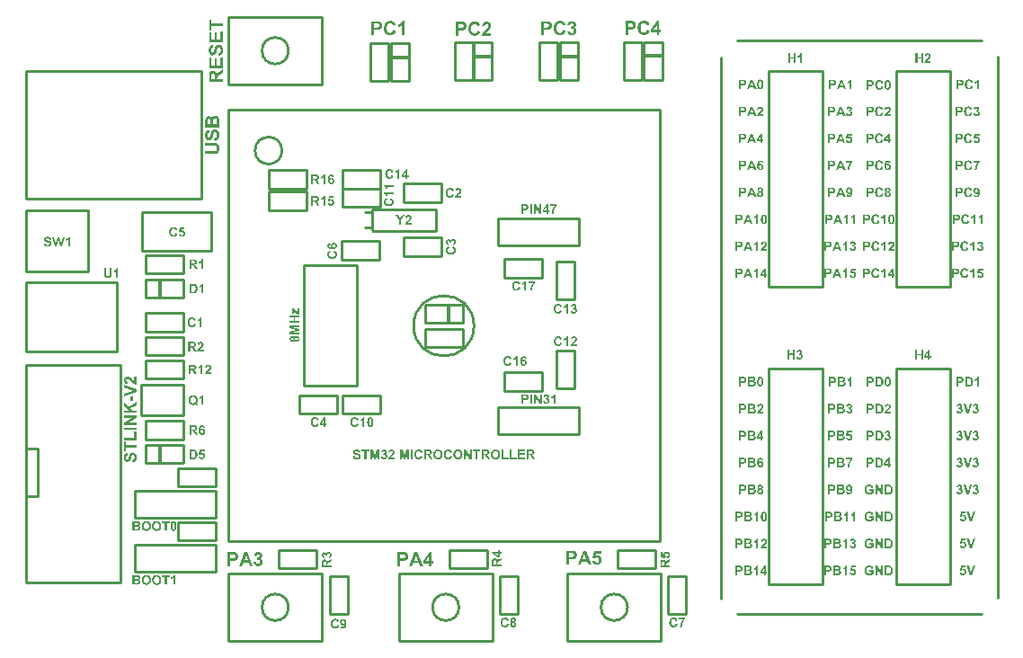
<source format=gto>
G04*
G04 #@! TF.GenerationSoftware,Altium Limited,Altium Designer,21.6.1 (37)*
G04*
G04 Layer_Color=65535*
%FSTAX24Y24*%
%MOIN*%
G70*
G04*
G04 #@! TF.SameCoordinates,B7BCD236-E72C-41E6-AEDC-B20C2DB60F4C*
G04*
G04*
G04 #@! TF.FilePolarity,Positive*
G04*
G01*
G75*
%ADD10C,0.0100*%
%ADD11R,0.0150X0.0700*%
%ADD12R,0.0700X0.0150*%
G36*
X030778Y020053D02*
X030782Y020052D01*
X030787Y020052D01*
X030792Y020051D01*
X030798Y020049D01*
X030811Y020046D01*
X030817Y020043D01*
X030824Y02004D01*
X030831Y020036D01*
X030837Y020032D01*
X030844Y020027D01*
X030849Y020021D01*
X03085Y020021D01*
X03085Y02002D01*
X030852Y020019D01*
X030853Y020017D01*
X030858Y020012D01*
X030862Y020004D01*
X030867Y019996D01*
X03087Y019986D01*
X030873Y019974D01*
X030874Y019969D01*
X030874Y019963D01*
Y019962D01*
Y019961D01*
X030874Y019958D01*
X030873Y019955D01*
X030873Y019951D01*
X030872Y019946D01*
X03087Y019941D01*
X030868Y019936D01*
X030865Y01993D01*
X030862Y019924D01*
X030858Y019918D01*
X030853Y019912D01*
X030847Y019906D01*
X03084Y0199D01*
X030833Y019894D01*
X030823Y019888D01*
X030824D01*
X030825Y019888D01*
X030826D01*
X030829Y019887D01*
X030834Y019885D01*
X030841Y019882D01*
X030848Y019878D01*
X030857Y019873D01*
X030865Y019866D01*
X030872Y019859D01*
X030873Y019858D01*
X030875Y019855D01*
X030877Y01985D01*
X030881Y019844D01*
X030885Y019836D01*
X030887Y019826D01*
X030889Y019816D01*
X03089Y019804D01*
Y019804D01*
Y019802D01*
Y0198D01*
X03089Y019797D01*
X030889Y019793D01*
X030888Y019788D01*
X030887Y019782D01*
X030886Y019777D01*
X030882Y019765D01*
X030879Y019758D01*
X030876Y019751D01*
X030872Y019744D01*
X030867Y019738D01*
X030862Y019731D01*
X030856Y019725D01*
X030856Y019724D01*
X030854Y019723D01*
X030852Y019722D01*
X03085Y01972D01*
X030846Y019717D01*
X030843Y019715D01*
X030838Y019712D01*
X030833Y019709D01*
X030827Y019706D01*
X03082Y019703D01*
X030813Y0197D01*
X030806Y019697D01*
X030798Y019695D01*
X03079Y019694D01*
X030781Y019693D01*
X030772Y019692D01*
X030767D01*
X030763Y019693D01*
X030759Y019693D01*
X030755Y019694D01*
X03075Y019695D01*
X030744Y019696D01*
X030731Y019699D01*
X030718Y019704D01*
X030711Y019707D01*
X030705Y019711D01*
X030698Y019715D01*
X030692Y01972D01*
X030692Y01972D01*
X030691Y019721D01*
X030689Y019723D01*
X030687Y019725D01*
X030684Y019728D01*
X030682Y019731D01*
X030679Y019735D01*
X030676Y019739D01*
X030673Y019744D01*
X030669Y019749D01*
X030664Y019762D01*
X030659Y019776D01*
X030657Y019784D01*
X030656Y019792D01*
X030721Y0198D01*
Y019799D01*
Y019799D01*
X030722Y019796D01*
X030723Y019791D01*
X030724Y019786D01*
X030727Y019779D01*
X030729Y019773D01*
X030733Y019767D01*
X030738Y019761D01*
X030738Y019761D01*
X03074Y019759D01*
X030744Y019757D01*
X030747Y019755D01*
X030752Y019752D01*
X030758Y01975D01*
X030764Y019749D01*
X030771Y019748D01*
X030772D01*
X030775Y019749D01*
X030778Y019749D01*
X030783Y01975D01*
X030789Y019752D01*
X030794Y019755D01*
X030801Y019759D01*
X030806Y019764D01*
X030807Y019765D01*
X030809Y019767D01*
X030811Y019771D01*
X030814Y019775D01*
X030816Y019781D01*
X030819Y019789D01*
X03082Y019798D01*
X030821Y019807D01*
Y019808D01*
Y019808D01*
Y019812D01*
X03082Y019816D01*
X030819Y019822D01*
X030817Y019829D01*
X030815Y019835D01*
X030811Y019842D01*
X030807Y019848D01*
X030806Y019849D01*
X030804Y019851D01*
X030801Y019853D01*
X030797Y019856D01*
X030792Y019859D01*
X030787Y019861D01*
X030781Y019863D01*
X030774Y019863D01*
X030768D01*
X030765Y019863D01*
X03076Y019862D01*
X030755Y019861D01*
X030749Y01986D01*
X030743Y019858D01*
X03075Y019913D01*
X030754D01*
X030759Y019913D01*
X030765Y019914D01*
X030772Y019915D01*
X030779Y019917D01*
X030786Y01992D01*
X030792Y019924D01*
X030792Y019925D01*
X030794Y019927D01*
X030796Y01993D01*
X0308Y019934D01*
X030802Y019938D01*
X030805Y019944D01*
X030806Y01995D01*
X030807Y019958D01*
Y019959D01*
Y019961D01*
X030806Y019964D01*
X030805Y019968D01*
X030804Y019973D01*
X030802Y019977D01*
X0308Y019983D01*
X030796Y019987D01*
X030795Y019987D01*
X030794Y019988D01*
X030792Y01999D01*
X030788Y019992D01*
X030784Y019994D01*
X03078Y019996D01*
X030774Y019997D01*
X030767Y019997D01*
X030764D01*
X030761Y019997D01*
X030757Y019996D01*
X030753Y019994D01*
X030748Y019992D01*
X030743Y019989D01*
X030738Y019985D01*
X030737Y019985D01*
X030736Y019983D01*
X030734Y01998D01*
X030731Y019976D01*
X030729Y019971D01*
X030727Y019965D01*
X030725Y019958D01*
X030723Y01995D01*
X030661Y01996D01*
Y019961D01*
X030662Y019962D01*
Y019963D01*
X030662Y019966D01*
X030664Y019971D01*
X030666Y019979D01*
X030669Y019987D01*
X030672Y019996D01*
X030676Y020004D01*
X03068Y020012D01*
X030681Y020013D01*
X030683Y020015D01*
X030686Y020018D01*
X03069Y020023D01*
X030695Y020027D01*
X030701Y020032D01*
X030709Y020038D01*
X030717Y020042D01*
X030718D01*
X030718Y020043D01*
X030721Y020044D01*
X030726Y020046D01*
X030732Y020048D01*
X03074Y02005D01*
X030749Y020052D01*
X030759Y020053D01*
X030769Y020053D01*
X030774D01*
X030778Y020053D01*
D02*
G37*
G36*
X030636Y019699D02*
X030559D01*
X030528Y019779D01*
X030387D01*
X030358Y019699D01*
X030282D01*
X030419Y020051D01*
X030494D01*
X030636Y019699D01*
D02*
G37*
G36*
X030126Y020051D02*
X030139D01*
X030153Y02005D01*
X030167Y020049D01*
X030173Y020048D01*
X03018Y020048D01*
X030185Y020047D01*
X030189Y020046D01*
X030189D01*
X03019Y020045D01*
X030192Y020045D01*
X030194Y020044D01*
X030199Y020042D01*
X030207Y020039D01*
X030214Y020034D01*
X030223Y020028D01*
X030231Y02002D01*
X030239Y020011D01*
Y020011D01*
X03024Y02001D01*
X030241Y020008D01*
X030242Y020006D01*
X030244Y020003D01*
X030246Y02D01*
X030248Y019997D01*
X03025Y019993D01*
X030253Y019983D01*
X030257Y019971D01*
X030259Y019958D01*
X03026Y019943D01*
Y019942D01*
Y019941D01*
Y01994D01*
Y019937D01*
X030259Y019935D01*
Y019931D01*
X030258Y019924D01*
X030257Y019915D01*
X030255Y019906D01*
X030252Y019897D01*
X030248Y019888D01*
X030247Y019887D01*
X030246Y019884D01*
X030243Y01988D01*
X03024Y019875D01*
X030236Y01987D01*
X03023Y019864D01*
X030224Y019858D01*
X030218Y019853D01*
X030217Y019853D01*
X030215Y019851D01*
X030211Y019849D01*
X030207Y019847D01*
X030201Y019844D01*
X030195Y019841D01*
X030188Y019838D01*
X030181Y019836D01*
X03018D01*
X030179Y019836D01*
X030176D01*
X030174Y019835D01*
X03017Y019835D01*
X030167Y019834D01*
X030162D01*
X030158Y019834D01*
X030152Y019833D01*
X030146Y019833D01*
X030139Y019832D01*
X030132D01*
X030125Y019832D01*
X030061D01*
Y019699D01*
X02999D01*
Y020051D01*
X03012D01*
X030126Y020051D01*
D02*
G37*
G36*
X030878Y018985D02*
X03075D01*
X030739Y018924D01*
X03074D01*
X03074Y018925D01*
X030743Y018927D01*
X030748Y018928D01*
X030753Y018931D01*
X030761Y018933D01*
X030768Y018934D01*
X030777Y018936D01*
X030786Y018936D01*
X03079D01*
X030793Y018936D01*
X030797Y018935D01*
X030801Y018935D01*
X030806Y018934D01*
X030812Y018932D01*
X030824Y018928D01*
X03083Y018926D01*
X030836Y018922D01*
X030843Y018918D01*
X03085Y018914D01*
X030856Y018909D01*
X030862Y018903D01*
X030862Y018903D01*
X030863Y018902D01*
X030865Y0189D01*
X030867Y018897D01*
X030869Y018894D01*
X030872Y01889D01*
X030875Y018885D01*
X030878Y01888D01*
X030881Y018875D01*
X030883Y018868D01*
X030886Y018861D01*
X030888Y018854D01*
X03089Y018846D01*
X030892Y018837D01*
X030893Y018828D01*
X030893Y018818D01*
Y018818D01*
Y018816D01*
Y018814D01*
X030893Y018811D01*
Y018807D01*
X030892Y018802D01*
X030891Y018797D01*
X03089Y018792D01*
X030887Y01878D01*
X030883Y018767D01*
X03088Y01876D01*
X030877Y018753D01*
X030873Y018746D01*
X030868Y01874D01*
X030867Y018739D01*
X030866Y018738D01*
X030864Y018736D01*
X030862Y018733D01*
X030858Y018729D01*
X030854Y018725D01*
X030849Y018721D01*
X030843Y018717D01*
X030836Y018712D01*
X030829Y018708D01*
X030822Y018704D01*
X030813Y018701D01*
X030804Y018697D01*
X030794Y018695D01*
X030783Y018694D01*
X030772Y018693D01*
X030768D01*
X030764Y018694D01*
X03076Y018694D01*
X030755Y018695D01*
X03075Y018695D01*
X030744Y018696D01*
X030732Y0187D01*
X030718Y018705D01*
X030711Y018707D01*
X030705Y018711D01*
X030698Y018715D01*
X030692Y018719D01*
X030692Y01872D01*
X030691Y01872D01*
X030689Y018722D01*
X030687Y018724D01*
X030685Y018727D01*
X030682Y01873D01*
X03068Y018734D01*
X030677Y018738D01*
X030673Y018743D01*
X03067Y018748D01*
X030664Y01876D01*
X030659Y018774D01*
X030658Y018781D01*
X030656Y01879D01*
X030723Y018797D01*
Y018796D01*
X030724Y018793D01*
X030725Y018789D01*
X030726Y018784D01*
X030729Y018778D01*
X030732Y018772D01*
X030736Y018766D01*
X03074Y018761D01*
X030741Y01876D01*
X030743Y018759D01*
X030746Y018757D01*
X03075Y018754D01*
X030754Y018751D01*
X03076Y018749D01*
X030767Y018748D01*
X030773Y018747D01*
X030774D01*
X030777Y018748D01*
X030781Y018748D01*
X030786Y018749D01*
X030792Y018751D01*
X030798Y018755D01*
X030804Y018759D01*
X030809Y018765D01*
X03081Y018766D01*
X030812Y018768D01*
X030814Y018772D01*
X030817Y018778D01*
X03082Y018785D01*
X030822Y018794D01*
X030824Y018804D01*
X030824Y018817D01*
Y018817D01*
Y018818D01*
Y01882D01*
Y018822D01*
X030824Y018828D01*
X030822Y018835D01*
X030821Y018843D01*
X030818Y018851D01*
X030815Y018859D01*
X030809Y018865D01*
X030809Y018866D01*
X030807Y018868D01*
X030803Y018871D01*
X030799Y018874D01*
X030794Y018877D01*
X030787Y01888D01*
X030779Y018882D01*
X030771Y018882D01*
X030768D01*
X030766Y018882D01*
X030761Y018881D01*
X030754Y018879D01*
X030746Y018876D01*
X030737Y018872D01*
X030733Y018869D01*
X030728Y018865D01*
X030723Y018861D01*
X030719Y018856D01*
X030664Y018864D01*
X030699Y019048D01*
X030878D01*
Y018985D01*
D02*
G37*
G36*
X030632Y0187D02*
X030555D01*
X030525Y01878D01*
X030383D01*
X030354Y0187D01*
X030279D01*
X030415Y019052D01*
X030491D01*
X030632Y0187D01*
D02*
G37*
G36*
X030122Y019052D02*
X030136D01*
X03015Y019051D01*
X030164Y01905D01*
X03017Y019049D01*
X030176Y019049D01*
X030181Y019048D01*
X030185Y019047D01*
X030186D01*
X030187Y019046D01*
X030188Y019046D01*
X03019Y019045D01*
X030196Y019043D01*
X030203Y01904D01*
X030211Y019035D01*
X03022Y019029D01*
X030228Y019021D01*
X030236Y019012D01*
Y019012D01*
X030237Y019011D01*
X030238Y01901D01*
X030239Y019007D01*
X030241Y019004D01*
X030242Y019001D01*
X030244Y018998D01*
X030246Y018994D01*
X03025Y018984D01*
X030254Y018972D01*
X030256Y018959D01*
X030257Y018944D01*
Y018943D01*
Y018942D01*
Y018941D01*
Y018938D01*
X030256Y018936D01*
Y018932D01*
X030255Y018925D01*
X030254Y018916D01*
X030252Y018907D01*
X030249Y018898D01*
X030244Y018889D01*
X030244Y018888D01*
X030242Y018885D01*
X03024Y018881D01*
X030236Y018876D01*
X030232Y018871D01*
X030227Y018865D01*
X030221Y018859D01*
X030214Y018854D01*
X030213Y018854D01*
X030211Y018852D01*
X030208Y01885D01*
X030203Y018848D01*
X030198Y018845D01*
X030192Y018842D01*
X030185Y018839D01*
X030178Y018837D01*
X030177D01*
X030175Y018837D01*
X030173D01*
X030171Y018836D01*
X030167Y018836D01*
X030164Y018835D01*
X030159D01*
X030154Y018835D01*
X030149Y018834D01*
X030143Y018834D01*
X030136Y018833D01*
X030129D01*
X030121Y018833D01*
X030058D01*
Y0187D01*
X029987D01*
Y019052D01*
X030117D01*
X030122Y019052D01*
D02*
G37*
G36*
X035205Y005675D02*
X035128D01*
X035002Y006028D01*
X035079D01*
X035168Y005767D01*
X035254Y006028D01*
X03533D01*
X035205Y005675D01*
D02*
G37*
G36*
X03547Y006029D02*
X035475Y006029D01*
X035479Y006028D01*
X035485Y006027D01*
X035491Y006026D01*
X035503Y006022D01*
X03551Y006019D01*
X035517Y006016D01*
X035524Y006012D01*
X03553Y006008D01*
X035536Y006003D01*
X035542Y005998D01*
X035542Y005997D01*
X035543Y005997D01*
X035545Y005995D01*
X035546Y005993D01*
X03555Y005988D01*
X035555Y005981D01*
X035559Y005972D01*
X035563Y005962D01*
X035566Y005951D01*
X035566Y005945D01*
X035567Y005939D01*
Y005939D01*
Y005937D01*
X035566Y005934D01*
X035566Y005931D01*
X035565Y005927D01*
X035564Y005923D01*
X035563Y005918D01*
X035561Y005912D01*
X035558Y005906D01*
X035555Y0059D01*
X035551Y005894D01*
X035546Y005888D01*
X035539Y005882D01*
X035533Y005876D01*
X035525Y00587D01*
X035516Y005865D01*
X035517D01*
X035518Y005864D01*
X035519D01*
X035521Y005863D01*
X035527Y005862D01*
X035533Y005859D01*
X035541Y005855D01*
X035549Y005849D01*
X035557Y005843D01*
X035564Y005835D01*
X035565Y005834D01*
X035567Y005831D01*
X03557Y005827D01*
X035574Y00582D01*
X035577Y005812D01*
X03558Y005803D01*
X035582Y005792D01*
X035583Y005781D01*
Y00578D01*
Y005779D01*
Y005776D01*
X035582Y005773D01*
X035582Y005769D01*
X035581Y005764D01*
X03558Y005759D01*
X035579Y005753D01*
X035575Y005741D01*
X035572Y005734D01*
X035568Y005727D01*
X035564Y005721D01*
X03556Y005714D01*
X035555Y005707D01*
X035549Y005701D01*
X035548Y005701D01*
X035547Y0057D01*
X035545Y005698D01*
X035542Y005696D01*
X035539Y005694D01*
X035535Y005691D01*
X03553Y005688D01*
X035525Y005685D01*
X03552Y005682D01*
X035513Y005679D01*
X035506Y005676D01*
X035499Y005674D01*
X035491Y005672D01*
X035482Y00567D01*
X035473Y005669D01*
X035464Y005669D01*
X03546D01*
X035456Y005669D01*
X035452Y00567D01*
X035447Y00567D01*
X035442Y005671D01*
X035436Y005672D01*
X035424Y005675D01*
X035411Y00568D01*
X035404Y005684D01*
X035397Y005687D01*
X035391Y005692D01*
X035385Y005696D01*
X035384Y005697D01*
X035383Y005698D01*
X035382Y005699D01*
X03538Y005701D01*
X035377Y005704D01*
X035375Y005707D01*
X035371Y005711D01*
X035368Y005716D01*
X035365Y005721D01*
X035362Y005726D01*
X035356Y005738D01*
X035352Y005752D01*
X03535Y00576D01*
X035349Y005768D01*
X035414Y005776D01*
Y005776D01*
Y005775D01*
X035414Y005772D01*
X035415Y005768D01*
X035417Y005762D01*
X035419Y005756D01*
X035422Y005749D01*
X035426Y005743D01*
X035431Y005737D01*
X035431Y005737D01*
X035433Y005735D01*
X035436Y005733D01*
X03544Y005731D01*
X035445Y005729D01*
X03545Y005727D01*
X035456Y005725D01*
X035464Y005725D01*
X035465D01*
X035467Y005725D01*
X035471Y005726D01*
X035476Y005727D01*
X035481Y005729D01*
X035487Y005731D01*
X035493Y005735D01*
X035499Y005741D01*
X035499Y005741D01*
X035501Y005744D01*
X035503Y005747D01*
X035506Y005752D01*
X035509Y005758D01*
X035511Y005765D01*
X035513Y005774D01*
X035513Y005784D01*
Y005784D01*
Y005785D01*
Y005788D01*
X035513Y005792D01*
X035512Y005799D01*
X03551Y005805D01*
X035507Y005812D01*
X035504Y005818D01*
X035499Y005825D01*
X035499Y005825D01*
X035497Y005827D01*
X035494Y00583D01*
X03549Y005832D01*
X035485Y005835D01*
X035479Y005837D01*
X035473Y005839D01*
X035466Y00584D01*
X035461D01*
X035457Y005839D01*
X035453Y005839D01*
X035447Y005838D01*
X035442Y005836D01*
X035435Y005835D01*
X035442Y005889D01*
X035447D01*
X035452Y00589D01*
X035458Y00589D01*
X035465Y005892D01*
X035472Y005894D01*
X035478Y005897D01*
X035484Y005901D01*
X035485Y005901D01*
X035487Y005903D01*
X035489Y005906D01*
X035492Y00591D01*
X035495Y005915D01*
X035497Y00592D01*
X035499Y005927D01*
X035499Y005934D01*
Y005935D01*
Y005938D01*
X035499Y005941D01*
X035498Y005945D01*
X035497Y005949D01*
X035495Y005954D01*
X035492Y005959D01*
X035489Y005963D01*
X035488Y005963D01*
X035487Y005964D01*
X035484Y005967D01*
X035481Y005969D01*
X035477Y00597D01*
X035472Y005972D01*
X035466Y005973D01*
X03546Y005974D01*
X035457D01*
X035454Y005973D01*
X03545Y005972D01*
X035445Y005971D01*
X03544Y005969D01*
X035435Y005966D01*
X035431Y005961D01*
X03543Y005961D01*
X035428Y005959D01*
X035426Y005956D01*
X035424Y005952D01*
X035421Y005948D01*
X035419Y005942D01*
X035417Y005934D01*
X035416Y005926D01*
X035354Y005936D01*
Y005937D01*
X035354Y005938D01*
Y00594D01*
X035355Y005942D01*
X035356Y005948D01*
X035358Y005955D01*
X035361Y005963D01*
X035364Y005972D01*
X035368Y00598D01*
X035373Y005988D01*
X035374Y005989D01*
X035376Y005991D01*
X035379Y005995D01*
X035383Y005999D01*
X035388Y006004D01*
X035394Y006009D01*
X035401Y006014D01*
X03541Y006018D01*
X03541D01*
X035411Y006019D01*
X035414Y00602D01*
X035419Y006022D01*
X035425Y006024D01*
X035433Y006026D01*
X035442Y006028D01*
X035451Y006029D01*
X035462Y00603D01*
X035467D01*
X03547Y006029D01*
D02*
G37*
G36*
X034868D02*
X034873Y006029D01*
X034877Y006028D01*
X034883Y006027D01*
X034888Y006026D01*
X034901Y006022D01*
X034908Y006019D01*
X034915Y006016D01*
X034922Y006012D01*
X034928Y006008D01*
X034934Y006003D01*
X03494Y005998D01*
X03494Y005997D01*
X034941Y005997D01*
X034942Y005995D01*
X034944Y005993D01*
X034948Y005988D01*
X034953Y005981D01*
X034957Y005972D01*
X034961Y005962D01*
X034964Y005951D01*
X034964Y005945D01*
X034965Y005939D01*
Y005939D01*
Y005937D01*
X034964Y005934D01*
X034964Y005931D01*
X034963Y005927D01*
X034962Y005923D01*
X034961Y005918D01*
X034959Y005912D01*
X034956Y005906D01*
X034953Y0059D01*
X034948Y005894D01*
X034943Y005888D01*
X034937Y005882D01*
X034931Y005876D01*
X034923Y00587D01*
X034914Y005865D01*
X034914D01*
X034915Y005864D01*
X034917D01*
X034919Y005863D01*
X034925Y005862D01*
X034931Y005859D01*
X034939Y005855D01*
X034947Y005849D01*
X034955Y005843D01*
X034962Y005835D01*
X034963Y005834D01*
X034965Y005831D01*
X034968Y005827D01*
X034971Y00582D01*
X034975Y005812D01*
X034978Y005803D01*
X03498Y005792D01*
X034981Y005781D01*
Y00578D01*
Y005779D01*
Y005776D01*
X03498Y005773D01*
X03498Y005769D01*
X034979Y005764D01*
X034978Y005759D01*
X034976Y005753D01*
X034972Y005741D01*
X034969Y005734D01*
X034966Y005727D01*
X034962Y005721D01*
X034958Y005714D01*
X034953Y005707D01*
X034946Y005701D01*
X034946Y005701D01*
X034945Y0057D01*
X034943Y005698D01*
X03494Y005696D01*
X034937Y005694D01*
X034933Y005691D01*
X034928Y005688D01*
X034923Y005685D01*
X034917Y005682D01*
X034911Y005679D01*
X034904Y005676D01*
X034897Y005674D01*
X034888Y005672D01*
X03488Y00567D01*
X034871Y005669D01*
X034862Y005669D01*
X034857D01*
X034854Y005669D01*
X03485Y00567D01*
X034845Y00567D01*
X03484Y005671D01*
X034834Y005672D01*
X034822Y005675D01*
X034809Y00568D01*
X034801Y005684D01*
X034795Y005687D01*
X034789Y005692D01*
X034783Y005696D01*
X034782Y005697D01*
X034781Y005698D01*
X03478Y005699D01*
X034777Y005701D01*
X034775Y005704D01*
X034772Y005707D01*
X034769Y005711D01*
X034766Y005716D01*
X034763Y005721D01*
X03476Y005726D01*
X034754Y005738D01*
X034749Y005752D01*
X034747Y00576D01*
X034746Y005768D01*
X034812Y005776D01*
Y005776D01*
Y005775D01*
X034812Y005772D01*
X034813Y005768D01*
X034815Y005762D01*
X034817Y005756D01*
X03482Y005749D01*
X034824Y005743D01*
X034828Y005737D01*
X034829Y005737D01*
X034831Y005735D01*
X034834Y005733D01*
X034838Y005731D01*
X034843Y005729D01*
X034848Y005727D01*
X034854Y005725D01*
X034861Y005725D01*
X034862D01*
X034865Y005725D01*
X034869Y005726D01*
X034874Y005727D01*
X034879Y005729D01*
X034885Y005731D01*
X034891Y005735D01*
X034897Y005741D01*
X034897Y005741D01*
X034899Y005744D01*
X034901Y005747D01*
X034904Y005752D01*
X034907Y005758D01*
X034909Y005765D01*
X034911Y005774D01*
X034911Y005784D01*
Y005784D01*
Y005785D01*
Y005788D01*
X034911Y005792D01*
X03491Y005799D01*
X034908Y005805D01*
X034905Y005812D01*
X034902Y005818D01*
X034897Y005825D01*
X034897Y005825D01*
X034895Y005827D01*
X034891Y00583D01*
X034888Y005832D01*
X034883Y005835D01*
X034877Y005837D01*
X034871Y005839D01*
X034864Y00584D01*
X034859D01*
X034855Y005839D01*
X034851Y005839D01*
X034845Y005838D01*
X03484Y005836D01*
X034833Y005835D01*
X03484Y005889D01*
X034845D01*
X03485Y00589D01*
X034856Y00589D01*
X034862Y005892D01*
X03487Y005894D01*
X034876Y005897D01*
X034882Y005901D01*
X034883Y005901D01*
X034885Y005903D01*
X034887Y005906D01*
X03489Y00591D01*
X034892Y005915D01*
X034895Y00592D01*
X034897Y005927D01*
X034897Y005934D01*
Y005935D01*
Y005938D01*
X034897Y005941D01*
X034896Y005945D01*
X034895Y005949D01*
X034892Y005954D01*
X03489Y005959D01*
X034886Y005963D01*
X034886Y005963D01*
X034884Y005964D01*
X034882Y005967D01*
X034879Y005969D01*
X034875Y00597D01*
X03487Y005972D01*
X034864Y005973D01*
X034858Y005974D01*
X034855D01*
X034852Y005973D01*
X034848Y005972D01*
X034843Y005971D01*
X034838Y005969D01*
X034833Y005966D01*
X034828Y005961D01*
X034828Y005961D01*
X034826Y005959D01*
X034824Y005956D01*
X034822Y005952D01*
X034819Y005948D01*
X034817Y005942D01*
X034815Y005934D01*
X034814Y005926D01*
X034752Y005936D01*
Y005937D01*
X034752Y005938D01*
Y00594D01*
X034753Y005942D01*
X034754Y005948D01*
X034756Y005955D01*
X034759Y005963D01*
X034762Y005972D01*
X034766Y00598D01*
X034771Y005988D01*
X034771Y005989D01*
X034773Y005991D01*
X034776Y005995D01*
X034781Y005999D01*
X034786Y006004D01*
X034792Y006009D01*
X034799Y006014D01*
X034808Y006018D01*
X034808D01*
X034809Y006019D01*
X034812Y00602D01*
X034817Y006022D01*
X034823Y006024D01*
X03483Y006026D01*
X03484Y006028D01*
X034849Y006029D01*
X03486Y00603D01*
X034864D01*
X034868Y006029D01*
D02*
G37*
G36*
X027622Y015049D02*
X027627Y015049D01*
X027632Y015048D01*
X027637Y015047D01*
X027643Y015046D01*
X027657Y015043D01*
X02767Y015038D01*
X027677Y015035D01*
X027683Y015031D01*
X02769Y015027D01*
X027695Y015021D01*
X027696Y015021D01*
X027697Y01502D01*
X027698Y015018D01*
X0277Y015016D01*
X027702Y015014D01*
X027705Y01501D01*
X027707Y015007D01*
X02771Y015002D01*
X027716Y014992D01*
X027721Y01498D01*
X027723Y014974D01*
X027724Y014966D01*
X027725Y014959D01*
X027725Y014951D01*
Y01495D01*
Y014947D01*
X027725Y014943D01*
X027724Y014937D01*
X027723Y01493D01*
X027722Y014922D01*
X02772Y014914D01*
X027717Y014906D01*
X027716Y014905D01*
X027715Y014902D01*
X027713Y014898D01*
X02771Y014892D01*
X027706Y014886D01*
X027702Y014878D01*
X027696Y01487D01*
X02769Y014861D01*
X027689Y014861D01*
X027687Y014858D01*
X027684Y014855D01*
X027679Y014849D01*
X027673Y014843D01*
X027666Y014835D01*
X027657Y014827D01*
X027645Y014816D01*
X027645Y014815D01*
X027644Y014815D01*
X027642Y014813D01*
X02764Y014811D01*
X027635Y014806D01*
X027628Y0148D01*
X027621Y014793D01*
X027615Y014787D01*
X027609Y014781D01*
X027607Y014779D01*
X027605Y014777D01*
X027604Y014776D01*
X027603Y014775D01*
X027602Y014773D01*
X0276Y014771D01*
X027595Y014765D01*
X027591Y014758D01*
X027725D01*
Y014696D01*
X027489D01*
Y014696D01*
Y014697D01*
X027489Y014699D01*
X02749Y014702D01*
X02749Y014705D01*
X027491Y014708D01*
X027493Y014718D01*
X027496Y014728D01*
X0275Y014739D01*
X027505Y014751D01*
X027511Y014763D01*
Y014763D01*
X027512Y014764D01*
X027514Y014766D01*
X027516Y014769D01*
X027518Y014772D01*
X027521Y014776D01*
X027524Y01478D01*
X027528Y014785D01*
X027533Y014791D01*
X027538Y014798D01*
X027545Y014805D01*
X027552Y014812D01*
X027559Y01482D01*
X027568Y014829D01*
X027577Y014838D01*
X027587Y014847D01*
X027588Y014848D01*
X027589Y014849D01*
X027591Y014851D01*
X027594Y014855D01*
X027599Y014858D01*
X027603Y014862D01*
X027612Y014871D01*
X027621Y01488D01*
X02763Y01489D01*
X027634Y014894D01*
X027638Y014899D01*
X027641Y014902D01*
X027643Y014905D01*
X027644Y014906D01*
X027645Y014909D01*
X027648Y014913D01*
X02765Y014919D01*
X027653Y014925D01*
X027656Y014932D01*
X027657Y014939D01*
X027658Y014947D01*
Y014947D01*
Y014948D01*
Y01495D01*
X027657Y014955D01*
X027656Y01496D01*
X027655Y014965D01*
X027652Y014971D01*
X027649Y014977D01*
X027645Y014982D01*
X027645Y014982D01*
X027643Y014984D01*
X02764Y014986D01*
X027637Y014988D01*
X027632Y01499D01*
X027626Y014992D01*
X027619Y014993D01*
X027612Y014994D01*
X027608D01*
X027604Y014993D01*
X0276Y014992D01*
X027594Y014991D01*
X027588Y014988D01*
X027583Y014985D01*
X027578Y014981D01*
X027577Y014981D01*
X027576Y014979D01*
X027574Y014976D01*
X027572Y014971D01*
X027569Y014965D01*
X027567Y014958D01*
X027565Y014949D01*
X027564Y014939D01*
X027497Y014946D01*
Y014946D01*
X027497Y014948D01*
Y014951D01*
X027498Y014955D01*
X027499Y014959D01*
X0275Y014964D01*
X027502Y01497D01*
X027503Y014977D01*
X027508Y014989D01*
X027515Y015003D01*
X027519Y015009D01*
X027523Y015015D01*
X027528Y01502D01*
X027534Y015026D01*
X027534Y015026D01*
X027535Y015027D01*
X027537Y015028D01*
X027539Y01503D01*
X027543Y015031D01*
X027547Y015033D01*
X027551Y015036D01*
X027556Y015038D01*
X027561Y01504D01*
X027567Y015042D01*
X027581Y015046D01*
X027596Y015049D01*
X027605Y015049D01*
X027613Y01505D01*
X027618D01*
X027622Y015049D01*
D02*
G37*
G36*
X027396Y014696D02*
X027328D01*
Y014951D01*
X027328Y01495D01*
X027327Y014949D01*
X027325Y014948D01*
X027322Y014945D01*
X027318Y014942D01*
X027314Y014939D01*
X027309Y014935D01*
X027303Y014931D01*
X027297Y014927D01*
X027291Y014923D01*
X027283Y014919D01*
X027276Y014915D01*
X02726Y014907D01*
X027241Y0149D01*
Y014961D01*
X027242D01*
X027242Y014961D01*
X027244Y014962D01*
X027246Y014962D01*
X027251Y014965D01*
X027258Y014968D01*
X027267Y014972D01*
X027276Y014978D01*
X027287Y014985D01*
X027298Y014993D01*
X027299Y014993D01*
X0273Y014994D01*
X027301Y014996D01*
X027303Y014998D01*
X027309Y015003D01*
X027315Y015009D01*
X027322Y015017D01*
X027329Y015028D01*
X027336Y015038D01*
X027341Y01505D01*
X027396D01*
Y014696D01*
D02*
G37*
G36*
X0272D02*
X027124D01*
X027093Y014776D01*
X026952D01*
X026923Y014696D01*
X026847D01*
X026984Y015048D01*
X027059D01*
X0272Y014696D01*
D02*
G37*
G36*
X02669Y015047D02*
X026704D01*
X026718Y015046D01*
X026732Y015045D01*
X026738Y015045D01*
X026744Y015044D01*
X026749Y015043D01*
X026754Y015042D01*
X026754D01*
X026755Y015042D01*
X026757Y015041D01*
X026759Y015041D01*
X026764Y015038D01*
X026771Y015035D01*
X026779Y015031D01*
X026788Y015025D01*
X026796Y015017D01*
X026804Y015008D01*
Y015007D01*
X026805Y015007D01*
X026806Y015005D01*
X026807Y015003D01*
X026809Y015D01*
X026811Y014997D01*
X026813Y014993D01*
X026815Y014989D01*
X026818Y014979D01*
X026822Y014968D01*
X026824Y014954D01*
X026825Y01494D01*
Y014939D01*
Y014938D01*
Y014936D01*
Y014934D01*
X026824Y014931D01*
Y014928D01*
X026823Y014921D01*
X026822Y014912D01*
X02682Y014902D01*
X026817Y014893D01*
X026813Y014885D01*
X026812Y014884D01*
X026811Y014881D01*
X026808Y014877D01*
X026804Y014872D01*
X0268Y014867D01*
X026795Y014861D01*
X026789Y014855D01*
X026783Y01485D01*
X026782Y014849D01*
X02678Y014848D01*
X026776Y014846D01*
X026771Y014843D01*
X026766Y01484D01*
X02676Y014838D01*
X026753Y014835D01*
X026746Y014833D01*
X026745D01*
X026743Y014833D01*
X026741D01*
X026739Y014832D01*
X026735Y014832D01*
X026732Y014831D01*
X026727D01*
X026723Y014831D01*
X026717Y01483D01*
X026711Y01483D01*
X026704Y014829D01*
X026697D01*
X026689Y014829D01*
X026626D01*
Y014696D01*
X026555D01*
Y015048D01*
X026685D01*
X02669Y015047D01*
D02*
G37*
G36*
X03089Y017996D02*
X030889Y017995D01*
X030888Y017994D01*
X030887Y017992D01*
X030885Y01799D01*
X030882Y017987D01*
X030879Y017984D01*
X030876Y01798D01*
X030872Y017975D01*
X030867Y017969D01*
X030863Y017963D01*
X030858Y017956D01*
X030853Y017949D01*
X030848Y017941D01*
X030843Y017933D01*
X030837Y017924D01*
X030831Y017914D01*
X030831Y017914D01*
X03083Y017912D01*
X030828Y017909D01*
X030826Y017905D01*
X030824Y0179D01*
X030821Y017894D01*
X030818Y017888D01*
X030815Y01788D01*
X030811Y017872D01*
X030807Y017864D01*
X030803Y017855D01*
X0308Y017845D01*
X030793Y017824D01*
X030786Y017802D01*
Y017802D01*
X030786Y0178D01*
X030784Y017796D01*
X030783Y017792D01*
X030782Y017787D01*
X030781Y017781D01*
X03078Y017774D01*
X030778Y017767D01*
X030777Y017759D01*
X030776Y017751D01*
X030773Y017733D01*
X030772Y017715D01*
X030771Y017697D01*
X030706D01*
Y017698D01*
Y0177D01*
X030707Y017704D01*
Y017709D01*
X030707Y017716D01*
X030708Y017724D01*
X030709Y017733D01*
X030711Y017743D01*
X030712Y017753D01*
X030714Y017765D01*
X030717Y017777D01*
X030719Y01779D01*
X030723Y017804D01*
X030726Y017817D01*
X030731Y017831D01*
X030736Y017845D01*
X030737Y017846D01*
X030738Y017849D01*
X030739Y017853D01*
X030741Y017858D01*
X030744Y017865D01*
X030748Y017873D01*
X030752Y017881D01*
X030756Y017891D01*
X030762Y017901D01*
X030767Y017912D01*
X030773Y017924D01*
X03078Y017935D01*
X030795Y017959D01*
X030812Y017982D01*
X030659D01*
Y018044D01*
X03089D01*
Y017996D01*
D02*
G37*
G36*
X030636Y017697D02*
X030559D01*
X030528Y017777D01*
X030387D01*
X030358Y017697D01*
X030283D01*
X030419Y018049D01*
X030494D01*
X030636Y017697D01*
D02*
G37*
G36*
X030126Y018048D02*
X030139D01*
X030153Y018047D01*
X030168Y018046D01*
X030174Y018046D01*
X03018Y018045D01*
X030185Y018044D01*
X030189Y018043D01*
X030189D01*
X03019Y018043D01*
X030192Y018042D01*
X030194Y018042D01*
X0302Y018039D01*
X030207Y018036D01*
X030214Y018032D01*
X030223Y018026D01*
X030231Y018018D01*
X030239Y018009D01*
Y018008D01*
X03024Y018008D01*
X030241Y018006D01*
X030242Y018004D01*
X030244Y018001D01*
X030246Y017998D01*
X030248Y017994D01*
X03025Y01799D01*
X030254Y01798D01*
X030257Y017969D01*
X030259Y017955D01*
X03026Y017941D01*
Y01794D01*
Y017939D01*
Y017937D01*
Y017935D01*
X03026Y017932D01*
Y017929D01*
X030259Y017922D01*
X030257Y017913D01*
X030255Y017903D01*
X030252Y017894D01*
X030248Y017886D01*
X030247Y017885D01*
X030246Y017882D01*
X030243Y017878D01*
X03024Y017873D01*
X030236Y017868D01*
X03023Y017862D01*
X030225Y017856D01*
X030218Y017851D01*
X030217Y01785D01*
X030215Y017849D01*
X030211Y017847D01*
X030207Y017844D01*
X030201Y017841D01*
X030195Y017839D01*
X030188Y017836D01*
X030181Y017834D01*
X03018D01*
X030179Y017834D01*
X030177D01*
X030174Y017833D01*
X030171Y017833D01*
X030167Y017832D01*
X030162D01*
X030158Y017832D01*
X030152Y017831D01*
X030146Y017831D01*
X03014Y01783D01*
X030132D01*
X030125Y01783D01*
X030062D01*
Y017697D01*
X02999D01*
Y018049D01*
X03012D01*
X030126Y018048D01*
D02*
G37*
G36*
X031889Y010027D02*
X031899Y010027D01*
X031909Y010026D01*
X031921Y010025D01*
X031931Y010023D01*
X031941Y01002D01*
X031941D01*
X031942Y01002D01*
X031944Y010019D01*
X031946Y010019D01*
X031952Y010016D01*
X031959Y010013D01*
X031967Y010008D01*
X031977Y010003D01*
X031985Y009996D01*
X031994Y009988D01*
X031994D01*
X031995Y009987D01*
X031997Y009984D01*
X032001Y009979D01*
X032006Y009972D01*
X032012Y009964D01*
X032017Y009954D01*
X032023Y009943D01*
X032027Y009931D01*
Y00993D01*
X032028Y009929D01*
X032028Y009927D01*
X032029Y009925D01*
X03203Y009922D01*
X032031Y009918D01*
X032032Y009913D01*
X032034Y009908D01*
X032035Y009902D01*
X032036Y009896D01*
X032037Y009889D01*
X032037Y009882D01*
X032039Y009866D01*
X032039Y009848D01*
Y009847D01*
Y009846D01*
Y009844D01*
Y009841D01*
X032039Y009837D01*
Y009833D01*
X032038Y009828D01*
X032038Y009822D01*
X032037Y00981D01*
X032035Y009798D01*
X032032Y009785D01*
X032028Y009773D01*
Y009773D01*
X032027Y009772D01*
X032026Y00977D01*
X032025Y009766D01*
X032024Y009763D01*
X032022Y00976D01*
X032018Y009751D01*
X032013Y009741D01*
X032007Y00973D01*
X031999Y00972D01*
X03199Y009711D01*
X031989Y009709D01*
X031987Y009707D01*
X031983Y009704D01*
X031977Y0097D01*
X03197Y009696D01*
X031962Y009691D01*
X031952Y009687D01*
X03194Y009682D01*
X03194D01*
X031939Y009682D01*
X031938D01*
X031936Y009681D01*
X031931Y00968D01*
X031924Y009679D01*
X031915Y009677D01*
X031904Y009676D01*
X031892Y009676D01*
X031878Y009675D01*
X031744D01*
Y010028D01*
X031885D01*
X031889Y010027D01*
D02*
G37*
G36*
X031552D02*
X031565D01*
X031579Y010026D01*
X031593Y010025D01*
X031599Y010025D01*
X031605Y010024D01*
X031611Y010023D01*
X031615Y010022D01*
X031615D01*
X031616Y010022D01*
X031618Y010021D01*
X03162Y01002D01*
X031625Y010018D01*
X031632Y010015D01*
X03164Y01001D01*
X031649Y010004D01*
X031657Y009997D01*
X031665Y009987D01*
Y009987D01*
X031666Y009986D01*
X031667Y009985D01*
X031668Y009983D01*
X03167Y00998D01*
X031672Y009977D01*
X031674Y009973D01*
X031676Y009969D01*
X031679Y009959D01*
X031683Y009948D01*
X031685Y009934D01*
X031686Y009919D01*
Y009919D01*
Y009918D01*
Y009916D01*
Y009914D01*
X031685Y009911D01*
Y009907D01*
X031684Y0099D01*
X031683Y009892D01*
X031681Y009882D01*
X031678Y009873D01*
X031674Y009864D01*
X031673Y009863D01*
X031672Y009861D01*
X031669Y009857D01*
X031666Y009851D01*
X031661Y009846D01*
X031656Y00984D01*
X03165Y009835D01*
X031644Y00983D01*
X031643Y009829D01*
X031641Y009828D01*
X031637Y009826D01*
X031632Y009823D01*
X031627Y00982D01*
X031621Y009817D01*
X031614Y009815D01*
X031607Y009813D01*
X031606D01*
X031604Y009812D01*
X031602D01*
X0316Y009812D01*
X031596Y009811D01*
X031593Y009811D01*
X031588D01*
X031584Y00981D01*
X031578Y00981D01*
X031572Y009809D01*
X031565Y009809D01*
X031558D01*
X031551Y009808D01*
X031487D01*
Y009675D01*
X031416D01*
Y010028D01*
X031546D01*
X031552Y010027D01*
D02*
G37*
G36*
X032207Y010029D02*
X032211Y010029D01*
X032216Y010028D01*
X032221Y010027D01*
X032227Y010025D01*
X032234Y010023D01*
X03224Y01002D01*
X032247Y010018D01*
X032253Y010014D01*
X03226Y01001D01*
X032267Y010005D01*
X032273Y01D01*
X032278Y009993D01*
X032279Y009992D01*
X03228Y009991D01*
X032281Y009988D01*
X032284Y009985D01*
X032287Y00998D01*
X03229Y009974D01*
X032293Y009967D01*
X032296Y009958D01*
X032299Y009949D01*
X032302Y009939D01*
X032305Y009927D01*
X032307Y009914D01*
X03231Y009899D01*
X032311Y009884D01*
X032312Y009867D01*
X032313Y009849D01*
Y009848D01*
Y009848D01*
Y009846D01*
Y009844D01*
Y009839D01*
X032312Y009833D01*
X032312Y009825D01*
X032311Y009815D01*
X03231Y009805D01*
X032309Y009793D01*
X032307Y009782D01*
X032304Y00977D01*
X032302Y009758D01*
X032298Y009746D01*
X032295Y009734D01*
X03229Y009724D01*
X032284Y009714D01*
X032278Y009705D01*
X032278Y009704D01*
X032277Y009703D01*
X032275Y009701D01*
X032273Y009699D01*
X03227Y009697D01*
X032267Y009694D01*
X032262Y00969D01*
X032258Y009687D01*
X032252Y009684D01*
X032246Y00968D01*
X03224Y009677D01*
X032233Y009674D01*
X032225Y009672D01*
X032216Y00967D01*
X032208Y009669D01*
X032198Y009669D01*
X032196D01*
X032193Y009669D01*
X03219D01*
X032186Y00967D01*
X032181Y009671D01*
X032175Y009672D01*
X032169Y009674D01*
X032162Y009676D01*
X032156Y009678D01*
X032149Y009681D01*
X032142Y009686D01*
X032135Y00969D01*
X032128Y009695D01*
X032122Y009701D01*
X032115Y009708D01*
X032115Y009708D01*
X032114Y00971D01*
X032112Y009713D01*
X032111Y009716D01*
X032108Y00972D01*
X032106Y009726D01*
X032103Y009733D01*
X0321Y009741D01*
X032097Y00975D01*
X032094Y00976D01*
X032092Y009772D01*
X03209Y009784D01*
X032088Y009799D01*
X032086Y009814D01*
X032085Y009831D01*
X032084Y009849D01*
Y00985D01*
Y00985D01*
Y009852D01*
Y009854D01*
Y009859D01*
X032085Y009866D01*
X032085Y009874D01*
X032086Y009884D01*
X032088Y009894D01*
X032089Y009905D01*
X032091Y009917D01*
X032093Y009928D01*
X032096Y009941D01*
X032099Y009952D01*
X032103Y009963D01*
X032107Y009974D01*
X032112Y009984D01*
X032119Y009993D01*
X032119Y009994D01*
X03212Y009995D01*
X032122Y009997D01*
X032124Y009999D01*
X032127Y010002D01*
X03213Y010005D01*
X032135Y010008D01*
X032139Y010011D01*
X032145Y010015D01*
X032151Y010018D01*
X032157Y010021D01*
X032164Y010024D01*
X032172Y010026D01*
X032181Y010028D01*
X032189Y010029D01*
X032198Y01003D01*
X032204D01*
X032207Y010029D01*
D02*
G37*
G36*
X030772Y006029D02*
X030776D01*
X03078Y006029D01*
X030786Y006028D01*
X030792Y006026D01*
X030798Y006025D01*
X030805Y006022D01*
X030812Y006019D01*
X030819Y006016D01*
X030827Y006012D01*
X030834Y006007D01*
X030841Y006002D01*
X030848Y005995D01*
X030855Y005988D01*
X030855Y005987D01*
X030856Y005986D01*
X030858Y005983D01*
X03086Y00598D01*
X030863Y005975D01*
X030866Y00597D01*
X030869Y005963D01*
X030872Y005955D01*
X030875Y005946D01*
X030879Y005936D01*
X030881Y005925D01*
X030884Y005913D01*
X030886Y005899D01*
X030888Y005884D01*
X030889Y005868D01*
X030889Y005851D01*
Y00585D01*
Y00585D01*
Y005848D01*
Y005847D01*
Y005842D01*
X030889Y005835D01*
X030888Y005827D01*
X030887Y005818D01*
X030886Y005808D01*
X030885Y005798D01*
X030883Y005786D01*
X030881Y005775D01*
X030878Y005763D01*
X030874Y005751D01*
X03087Y005741D01*
X030865Y00573D01*
X03086Y00572D01*
X030853Y005712D01*
X030853Y005711D01*
X030852Y005709D01*
X03085Y005707D01*
X030847Y005705D01*
X030843Y005702D01*
X030839Y005698D01*
X030834Y005694D01*
X030828Y00569D01*
X030822Y005686D01*
X030815Y005683D01*
X030807Y005679D01*
X030799Y005675D01*
X03079Y005673D01*
X030781Y005671D01*
X030771Y005669D01*
X030761Y005669D01*
X030756D01*
X030754Y005669D01*
X03075D01*
X030746Y00567D01*
X030737Y005671D01*
X030726Y005674D01*
X030715Y005678D01*
X030704Y005684D01*
X030699Y005687D01*
X030694Y005691D01*
X030693Y005691D01*
X030693Y005692D01*
X030691Y005693D01*
X03069Y005695D01*
X030688Y005697D01*
X030685Y0057D01*
X030683Y005703D01*
X03068Y005707D01*
X030678Y005712D01*
X030675Y005716D01*
X030672Y005722D01*
X030669Y005728D01*
X030667Y005734D01*
X030665Y005741D01*
X030663Y005748D01*
X030661Y005756D01*
X030726Y005764D01*
Y005763D01*
X030727Y00576D01*
X030727Y005757D01*
X030729Y005753D01*
X030731Y005748D01*
X030733Y005743D01*
X030735Y005738D01*
X030739Y005734D01*
X030739Y005733D01*
X030741Y005732D01*
X030743Y005731D01*
X030746Y005729D01*
X03075Y005728D01*
X030754Y005726D01*
X03076Y005725D01*
X030765Y005725D01*
X030766D01*
X030769Y005725D01*
X030772Y005726D01*
X030777Y005727D01*
X030783Y005729D01*
X030789Y005733D01*
X030795Y005737D01*
X0308Y005744D01*
X030801Y005745D01*
X030802Y005746D01*
X030803Y005748D01*
X030804Y00575D01*
X030805Y005753D01*
X030806Y005756D01*
X030808Y005761D01*
X03081Y005766D01*
X030811Y005772D01*
X030813Y005778D01*
X030815Y005785D01*
X030816Y005793D01*
X030817Y005803D01*
X030818Y005813D01*
X030819Y005824D01*
X030819Y005823D01*
X030818Y005822D01*
X030817Y005821D01*
X030815Y005819D01*
X030812Y005817D01*
X030809Y005814D01*
X030802Y005809D01*
X030793Y005803D01*
X030781Y005799D01*
X030775Y005797D01*
X030769Y005796D01*
X030763Y005794D01*
X030755Y005794D01*
X030751D01*
X030748Y005794D01*
X030745Y005795D01*
X030741Y005796D01*
X030731Y005798D01*
X03072Y005802D01*
X030714Y005805D01*
X030708Y005808D01*
X030702Y005811D01*
X030696Y005815D01*
X03069Y00582D01*
X030684Y005826D01*
X030684Y005827D01*
X030683Y005828D01*
X030682Y00583D01*
X03068Y005832D01*
X030677Y005835D01*
X030675Y005839D01*
X030672Y005843D01*
X030669Y005848D01*
X030666Y005854D01*
X030664Y005861D01*
X030661Y005867D01*
X030659Y005875D01*
X030657Y005883D01*
X030656Y005891D01*
X030655Y0059D01*
X030654Y00591D01*
Y00591D01*
Y005912D01*
Y005915D01*
X030655Y005919D01*
X030655Y005923D01*
X030656Y005928D01*
X030657Y005934D01*
X030658Y005941D01*
X030662Y005954D01*
X030664Y005962D01*
X030667Y005969D01*
X030671Y005976D01*
X030676Y005983D01*
X03068Y00599D01*
X030686Y005997D01*
X030686Y005997D01*
X030687Y005998D01*
X030689Y006D01*
X030691Y006002D01*
X030695Y006004D01*
X030698Y006007D01*
X030703Y00601D01*
X030708Y006013D01*
X030713Y006016D01*
X03072Y006019D01*
X030726Y006022D01*
X030734Y006025D01*
X030741Y006027D01*
X030749Y006028D01*
X030758Y006029D01*
X030767Y00603D01*
X030769D01*
X030772Y006029D01*
D02*
G37*
G36*
X030483Y006027D02*
X030493Y006027D01*
X030504Y006026D01*
X030513Y006025D01*
X030522Y006024D01*
X030523D01*
X030525Y006024D01*
X030529Y006023D01*
X030534Y006021D01*
X03054Y006019D01*
X030546Y006016D01*
X030552Y006013D01*
X030559Y006009D01*
X030559Y006009D01*
X030561Y006007D01*
X030564Y006005D01*
X030568Y006002D01*
X030572Y005997D01*
X030577Y005992D01*
X030581Y005986D01*
X030585Y00598D01*
X030586Y005979D01*
X030587Y005977D01*
X030589Y005973D01*
X030591Y005968D01*
X030593Y005961D01*
X030595Y005955D01*
X030596Y005947D01*
X030597Y005939D01*
Y005938D01*
Y005938D01*
Y005934D01*
X030596Y00593D01*
X030595Y005924D01*
X030593Y005917D01*
X030591Y005909D01*
X030588Y005901D01*
X030583Y005893D01*
X030582Y005892D01*
X03058Y00589D01*
X030577Y005886D01*
X030574Y005882D01*
X030569Y005877D01*
X030563Y005871D01*
X030555Y005867D01*
X030547Y005862D01*
X030548D01*
X030549Y005862D01*
X03055Y005861D01*
X030552Y005861D01*
X030559Y005858D01*
X030566Y005855D01*
X030573Y00585D01*
X030582Y005845D01*
X03059Y005838D01*
X030597Y00583D01*
X030597Y005829D01*
X030599Y005826D01*
X030602Y005821D01*
X030605Y005815D01*
X030608Y005807D01*
X030611Y005799D01*
X030613Y005788D01*
X030614Y005777D01*
Y005777D01*
Y005776D01*
Y005773D01*
X030613Y005769D01*
X030612Y005762D01*
X030611Y005755D01*
X030609Y005747D01*
X030606Y005739D01*
X030603Y00573D01*
X030602Y005729D01*
X030601Y005727D01*
X030598Y005723D01*
X030595Y005718D01*
X030591Y005712D01*
X030585Y005706D01*
X030579Y0057D01*
X030572Y005694D01*
X030571Y005694D01*
X030569Y005692D01*
X030565Y00569D01*
X030559Y005687D01*
X030552Y005684D01*
X030544Y005681D01*
X030535Y005679D01*
X030524Y005677D01*
X030522D01*
X03052Y005677D01*
X030515D01*
X030512Y005676D01*
X030502D01*
X030496Y005676D01*
X030481D01*
X030472Y005675D01*
X030319D01*
Y006028D01*
X030474D01*
X030483Y006027D01*
D02*
G37*
G36*
X030126D02*
X03014D01*
X030154Y006026D01*
X030168Y006025D01*
X030174Y006025D01*
X03018Y006024D01*
X030185Y006023D01*
X030189Y006022D01*
X03019D01*
X030191Y006022D01*
X030193Y006021D01*
X030195Y00602D01*
X0302Y006018D01*
X030207Y006015D01*
X030215Y00601D01*
X030224Y006004D01*
X030232Y005997D01*
X03024Y005987D01*
Y005987D01*
X030241Y005986D01*
X030242Y005985D01*
X030243Y005983D01*
X030245Y00598D01*
X030246Y005977D01*
X030249Y005973D01*
X030251Y005969D01*
X030254Y005959D01*
X030258Y005948D01*
X03026Y005934D01*
X030261Y005919D01*
Y005919D01*
Y005918D01*
Y005916D01*
Y005914D01*
X03026Y005911D01*
Y005907D01*
X030259Y0059D01*
X030258Y005892D01*
X030256Y005882D01*
X030253Y005873D01*
X030249Y005864D01*
X030248Y005863D01*
X030246Y005861D01*
X030244Y005857D01*
X03024Y005851D01*
X030236Y005846D01*
X030231Y00584D01*
X030225Y005835D01*
X030218Y00583D01*
X030217Y005829D01*
X030215Y005828D01*
X030212Y005826D01*
X030207Y005823D01*
X030202Y00582D01*
X030196Y005817D01*
X030189Y005815D01*
X030182Y005813D01*
X030181D01*
X030179Y005812D01*
X030177D01*
X030175Y005812D01*
X030171Y005811D01*
X030168Y005811D01*
X030163D01*
X030158Y00581D01*
X030153Y00581D01*
X030147Y005809D01*
X03014Y005809D01*
X030133D01*
X030125Y005808D01*
X030062D01*
Y005675D01*
X029991D01*
Y006028D01*
X030121D01*
X030126Y006027D01*
D02*
G37*
G36*
X035068Y015055D02*
X035074Y015055D01*
X03508Y015054D01*
X035087Y015053D01*
X035095Y015051D01*
X035103Y015049D01*
X035112Y015046D01*
X03512Y015043D01*
X035129Y015039D01*
X035138Y015035D01*
X035146Y01503D01*
X035155Y015024D01*
X035163Y015017D01*
X035163D01*
X035164Y015016D01*
X035165Y015015D01*
X035167Y015013D01*
X035169Y015011D01*
X035171Y015008D01*
X035176Y015001D01*
X035182Y014991D01*
X035188Y01498D01*
X035194Y014968D01*
X035199Y014953D01*
X035128Y014936D01*
Y014936D01*
X035128Y014937D01*
Y014938D01*
X035127Y014941D01*
X035125Y014945D01*
X035123Y014951D01*
X035119Y014958D01*
X035115Y014965D01*
X035109Y014973D01*
X035102Y014979D01*
X035101Y014979D01*
X035098Y014981D01*
X035094Y014984D01*
X035089Y014987D01*
X035082Y01499D01*
X035073Y014992D01*
X035064Y014994D01*
X035054Y014995D01*
X035051D01*
X035047Y014994D01*
X035044Y014994D01*
X03504Y014993D01*
X035032Y014991D01*
X035022Y014988D01*
X035011Y014983D01*
X035005Y01498D01*
X035Y014976D01*
X034995Y014972D01*
X03499Y014966D01*
Y014966D01*
X034989Y014965D01*
X034988Y014963D01*
X034987Y014961D01*
X034985Y014958D01*
X034983Y014954D01*
X034981Y01495D01*
X034979Y014945D01*
X034976Y014938D01*
X034974Y014932D01*
X034972Y014924D01*
X03497Y014916D01*
X034969Y014907D01*
X034968Y014897D01*
X034967Y014887D01*
X034967Y014875D01*
Y014874D01*
Y014872D01*
Y014868D01*
X034967Y014864D01*
Y014859D01*
X034968Y014852D01*
X034969Y014845D01*
X03497Y014838D01*
X034973Y014822D01*
X034977Y014806D01*
X034979Y014799D01*
X034983Y014791D01*
X034986Y014785D01*
X03499Y014779D01*
X034991Y014779D01*
X034992Y014778D01*
X034993Y014777D01*
X034995Y014775D01*
X035Y014771D01*
X035007Y014765D01*
X035016Y01476D01*
X035027Y014756D01*
X035039Y014752D01*
X035045Y014752D01*
X035053Y014751D01*
X035055D01*
X035057Y014752D01*
X035063Y014752D01*
X035069Y014753D01*
X035076Y014756D01*
X035085Y014759D01*
X035093Y014763D01*
X035101Y014769D01*
X035102Y01477D01*
X035104Y014773D01*
X035108Y014777D01*
X035112Y014783D01*
X035117Y014791D01*
X035122Y014801D01*
X035126Y014812D01*
X03513Y014826D01*
X0352Y014805D01*
Y014804D01*
X035199Y014802D01*
X035198Y014799D01*
X035197Y014795D01*
X035195Y01479D01*
X035193Y014785D01*
X03519Y014779D01*
X035187Y014772D01*
X03518Y014758D01*
X035171Y014744D01*
X035159Y01473D01*
X035153Y014724D01*
X035147Y014719D01*
X035146Y014718D01*
X035145Y014718D01*
X035143Y014716D01*
X03514Y014714D01*
X035137Y014712D01*
X035132Y01471D01*
X035127Y014707D01*
X035121Y014705D01*
X035115Y014702D01*
X035108Y014699D01*
X0351Y014697D01*
X035092Y014695D01*
X035083Y014693D01*
X035073Y014692D01*
X035064Y014691D01*
X035053Y014691D01*
X03505D01*
X035046Y014691D01*
X035041Y014692D01*
X035036Y014692D01*
X035029Y014693D01*
X035021Y014695D01*
X035012Y014697D01*
X035004Y014699D01*
X034995Y014702D01*
X034985Y014706D01*
X034975Y014711D01*
X034966Y014716D01*
X034956Y014723D01*
X034947Y01473D01*
X034938Y014738D01*
X034938Y014739D01*
X034936Y014741D01*
X034934Y014744D01*
X034931Y014747D01*
X034928Y014752D01*
X034924Y014758D01*
X03492Y014765D01*
X034916Y014773D01*
X034912Y014782D01*
X034908Y014791D01*
X034903Y014803D01*
X0349Y014814D01*
X034897Y014827D01*
X034895Y01484D01*
X034894Y014855D01*
X034893Y01487D01*
Y01487D01*
Y014871D01*
Y014874D01*
X034894Y014878D01*
Y014885D01*
X034895Y014892D01*
X034896Y0149D01*
X034897Y014909D01*
X034899Y01492D01*
X034901Y014931D01*
X034904Y014942D01*
X034908Y014953D01*
X034913Y014965D01*
X034918Y014976D01*
X034924Y014987D01*
X03493Y014997D01*
X034939Y015007D01*
X034939Y015007D01*
X034941Y015009D01*
X034943Y015011D01*
X034947Y015014D01*
X034951Y015018D01*
X034957Y015022D01*
X034963Y015027D01*
X034971Y015031D01*
X034979Y015036D01*
X034987Y01504D01*
X034998Y015044D01*
X035008Y015048D01*
X03502Y015051D01*
X035031Y015054D01*
X035044Y015055D01*
X035058Y015056D01*
X035064D01*
X035068Y015055D01*
D02*
G37*
G36*
X035639Y01505D02*
X035644Y01505D01*
X035648Y015049D01*
X035654Y015048D01*
X035659Y015047D01*
X035672Y015043D01*
X035679Y015041D01*
X035686Y015037D01*
X035692Y015034D01*
X035698Y01503D01*
X035705Y015025D01*
X035711Y015019D01*
X035711Y015018D01*
X035712Y015018D01*
X035713Y015016D01*
X035715Y015014D01*
X035719Y015009D01*
X035723Y015002D01*
X035728Y014993D01*
X035732Y014983D01*
X035735Y014972D01*
X035735Y014966D01*
X035736Y01496D01*
Y01496D01*
Y014958D01*
X035735Y014956D01*
X035735Y014953D01*
X035734Y014949D01*
X035733Y014944D01*
X035732Y014939D01*
X03573Y014933D01*
X035726Y014928D01*
X035723Y014922D01*
X035719Y014916D01*
X035714Y014909D01*
X035708Y014903D01*
X035702Y014897D01*
X035694Y014892D01*
X035685Y014886D01*
X035685D01*
X035686Y014886D01*
X035688D01*
X03569Y014885D01*
X035695Y014883D01*
X035702Y01488D01*
X03571Y014876D01*
X035718Y014871D01*
X035726Y014864D01*
X035733Y014857D01*
X035734Y014856D01*
X035736Y014852D01*
X035739Y014848D01*
X035742Y014841D01*
X035746Y014834D01*
X035748Y014824D01*
X03575Y014814D01*
X035751Y014802D01*
Y014802D01*
Y0148D01*
Y014798D01*
X035751Y014794D01*
X03575Y01479D01*
X035749Y014786D01*
X035748Y01478D01*
X035747Y014775D01*
X035743Y014762D01*
X03574Y014756D01*
X035737Y014749D01*
X035733Y014742D01*
X035729Y014735D01*
X035723Y014729D01*
X035717Y014723D01*
X035717Y014722D01*
X035716Y014721D01*
X035714Y01472D01*
X035711Y014718D01*
X035708Y014715D01*
X035704Y014713D01*
X035699Y014709D01*
X035694Y014706D01*
X035688Y014703D01*
X035682Y0147D01*
X035675Y014698D01*
X035667Y014695D01*
X035659Y014693D01*
X035651Y014692D01*
X035642Y014691D01*
X035633Y01469D01*
X035628D01*
X035625Y014691D01*
X035621Y014691D01*
X035616Y014692D01*
X035611Y014693D01*
X035605Y014694D01*
X035593Y014697D01*
X035579Y014702D01*
X035572Y014705D01*
X035566Y014708D01*
X03556Y014713D01*
X035553Y014718D01*
X035553Y014718D01*
X035552Y014719D01*
X03555Y014721D01*
X035548Y014723D01*
X035546Y014725D01*
X035543Y014729D01*
X03554Y014732D01*
X035537Y014737D01*
X035534Y014742D01*
X035531Y014747D01*
X035525Y014759D01*
X03552Y014774D01*
X035518Y014781D01*
X035517Y014789D01*
X035582Y014798D01*
Y014797D01*
Y014796D01*
X035583Y014793D01*
X035584Y014789D01*
X035585Y014783D01*
X035588Y014777D01*
X035591Y014771D01*
X035595Y014764D01*
X035599Y014759D01*
X0356Y014758D01*
X035602Y014757D01*
X035605Y014755D01*
X035608Y014753D01*
X035614Y01475D01*
X035619Y014748D01*
X035625Y014747D01*
X035632Y014746D01*
X035633D01*
X035636Y014747D01*
X035639Y014747D01*
X035645Y014748D01*
X03565Y01475D01*
X035656Y014753D01*
X035662Y014757D01*
X035667Y014762D01*
X035668Y014762D01*
X03567Y014765D01*
X035672Y014769D01*
X035675Y014773D01*
X035678Y014779D01*
X03568Y014787D01*
X035682Y014795D01*
X035682Y014805D01*
Y014806D01*
Y014806D01*
Y014809D01*
X035682Y014814D01*
X035681Y01482D01*
X035679Y014827D01*
X035676Y014833D01*
X035673Y01484D01*
X035668Y014846D01*
X035667Y014846D01*
X035665Y014848D01*
X035662Y014851D01*
X035659Y014854D01*
X035654Y014857D01*
X035648Y014859D01*
X035642Y014861D01*
X035635Y014861D01*
X03563D01*
X035626Y014861D01*
X035622Y01486D01*
X035616Y014859D01*
X03561Y014858D01*
X035604Y014856D01*
X035611Y014911D01*
X035616D01*
X035621Y014911D01*
X035627Y014912D01*
X035633Y014913D01*
X03564Y014915D01*
X035647Y014918D01*
X035653Y014922D01*
X035654Y014923D01*
X035656Y014925D01*
X035658Y014927D01*
X035661Y014931D01*
X035663Y014936D01*
X035666Y014942D01*
X035667Y014948D01*
X035668Y014956D01*
Y014957D01*
Y014959D01*
X035667Y014962D01*
X035666Y014966D01*
X035665Y014971D01*
X035663Y014975D01*
X035661Y01498D01*
X035657Y014984D01*
X035657Y014985D01*
X035655Y014986D01*
X035653Y014988D01*
X03565Y01499D01*
X035646Y014991D01*
X035641Y014993D01*
X035635Y014994D01*
X035629Y014995D01*
X035626D01*
X035623Y014994D01*
X035619Y014993D01*
X035614Y014992D01*
X035609Y01499D01*
X035604Y014987D01*
X035599Y014983D01*
X035599Y014982D01*
X035597Y014981D01*
X035595Y014978D01*
X035593Y014974D01*
X03559Y014969D01*
X035588Y014963D01*
X035586Y014956D01*
X035584Y014948D01*
X035522Y014958D01*
Y014958D01*
X035523Y014959D01*
Y014961D01*
X035523Y014963D01*
X035525Y014969D01*
X035527Y014977D01*
X03553Y014985D01*
X035533Y014993D01*
X035537Y015002D01*
X035542Y015009D01*
X035542Y01501D01*
X035544Y015012D01*
X035547Y015016D01*
X035551Y01502D01*
X035556Y015025D01*
X035563Y01503D01*
X03557Y015035D01*
X035578Y01504D01*
X035579D01*
X035579Y01504D01*
X035582Y015041D01*
X035588Y015043D01*
X035594Y015045D01*
X035601Y015047D01*
X03561Y015049D01*
X03562Y01505D01*
X035631Y015051D01*
X035635D01*
X035639Y01505D01*
D02*
G37*
G36*
X035419Y014697D02*
X035351D01*
Y014952D01*
X03535Y014951D01*
X035349Y01495D01*
X035347Y014949D01*
X035344Y014946D01*
X035341Y014943D01*
X035337Y01494D01*
X035332Y014936D01*
X035326Y014932D01*
X03532Y014928D01*
X035313Y014924D01*
X035306Y01492D01*
X035298Y014916D01*
X035282Y014908D01*
X035264Y014901D01*
Y014962D01*
X035264D01*
X035265Y014962D01*
X035266Y014963D01*
X035268Y014963D01*
X035273Y014966D01*
X035281Y014969D01*
X035289Y014973D01*
X035299Y014979D01*
X03531Y014986D01*
X035321Y014994D01*
X035321Y014994D01*
X035322Y014995D01*
X035324Y014997D01*
X035326Y014999D01*
X035332Y015004D01*
X035338Y01501D01*
X035345Y015018D01*
X035352Y015029D01*
X035358Y015039D01*
X035364Y015051D01*
X035419D01*
Y014697D01*
D02*
G37*
G36*
X034713Y015048D02*
X034726D01*
X034741Y015047D01*
X034755Y015046D01*
X034761Y015046D01*
X034767Y015045D01*
X034772Y015044D01*
X034776Y015043D01*
X034777D01*
X034778Y015043D01*
X034779Y015042D01*
X034781Y015042D01*
X034787Y015039D01*
X034794Y015036D01*
X034802Y015032D01*
X03481Y015026D01*
X034818Y015018D01*
X034827Y015009D01*
Y015008D01*
X034828Y015008D01*
X034829Y015006D01*
X03483Y015004D01*
X034832Y015001D01*
X034833Y014998D01*
X034835Y014994D01*
X034837Y01499D01*
X034841Y01498D01*
X034844Y014969D01*
X034846Y014955D01*
X034847Y014941D01*
Y01494D01*
Y014939D01*
Y014937D01*
Y014935D01*
X034847Y014932D01*
Y014929D01*
X034846Y014922D01*
X034844Y014913D01*
X034842Y014903D01*
X034839Y014894D01*
X034835Y014886D01*
X034835Y014885D01*
X034833Y014882D01*
X034831Y014878D01*
X034827Y014873D01*
X034823Y014868D01*
X034817Y014862D01*
X034812Y014856D01*
X034805Y014851D01*
X034804Y01485D01*
X034802Y014849D01*
X034799Y014847D01*
X034794Y014844D01*
X034788Y014841D01*
X034782Y014839D01*
X034776Y014836D01*
X034769Y014834D01*
X034768D01*
X034766Y014834D01*
X034764D01*
X034761Y014833D01*
X034758Y014833D01*
X034754Y014832D01*
X03475D01*
X034745Y014832D01*
X03474Y014831D01*
X034733Y014831D01*
X034727Y01483D01*
X03472D01*
X034712Y01483D01*
X034649D01*
Y014697D01*
X034578D01*
Y015049D01*
X034707D01*
X034713Y015048D01*
D02*
G37*
G36*
X031527Y003031D02*
X031533Y003031D01*
X031539Y00303D01*
X031546Y00303D01*
X031554Y003028D01*
X03157Y003025D01*
X031587Y00302D01*
X031596Y003017D01*
X031604Y003014D01*
X031612Y00301D01*
X031619Y003004D01*
X031619Y003004D01*
X03162Y003003D01*
X031622Y003001D01*
X031625Y002999D01*
X031628Y002997D01*
X031631Y002993D01*
X031634Y002989D01*
X031639Y002985D01*
X031643Y002979D01*
X031647Y002974D01*
X031651Y002968D01*
X031654Y002961D01*
X031658Y002954D01*
X031661Y002946D01*
X031665Y002937D01*
X031667Y002929D01*
X031596Y002915D01*
Y002916D01*
X031595Y002916D01*
X031594Y002919D01*
X031592Y002924D01*
X031589Y00293D01*
X031586Y002937D01*
X031581Y002943D01*
X031574Y00295D01*
X031567Y002956D01*
X031566Y002957D01*
X031564Y002959D01*
X031559Y002961D01*
X031554Y002964D01*
X031546Y002967D01*
X031537Y002969D01*
X031528Y002971D01*
X031516Y002971D01*
X031512D01*
X031509Y002971D01*
X031505Y00297D01*
X0315Y00297D01*
X031495Y002969D01*
X031489Y002968D01*
X031478Y002964D01*
X031472Y002962D01*
X031465Y002959D01*
X031459Y002955D01*
X031453Y002952D01*
X031448Y002946D01*
X031442Y002941D01*
X031442Y002941D01*
X031441Y00294D01*
X03144Y002938D01*
X031438Y002936D01*
X031436Y002933D01*
X031433Y002929D01*
X031431Y002925D01*
X031429Y002919D01*
X031426Y002913D01*
X031424Y002907D01*
X031421Y0029D01*
X031419Y002892D01*
X031418Y002883D01*
X031416Y002874D01*
X031416Y002864D01*
X031415Y002853D01*
Y002853D01*
Y002851D01*
Y002847D01*
X031416Y002843D01*
X031416Y002837D01*
X031417Y002832D01*
X031418Y002825D01*
X031419Y002818D01*
X031422Y002802D01*
X031427Y002787D01*
X03143Y002779D01*
X031433Y002772D01*
X031438Y002765D01*
X031443Y002759D01*
X031443Y002758D01*
X031444Y002757D01*
X031446Y002756D01*
X031448Y002754D01*
X031451Y002751D01*
X031454Y002748D01*
X031458Y002746D01*
X031462Y002743D01*
X031468Y00274D01*
X031473Y002737D01*
X031485Y002732D01*
X031492Y00273D01*
X0315Y002729D01*
X031508Y002728D01*
X031516Y002727D01*
X03152D01*
X031524Y002728D01*
X03153Y002728D01*
X031537Y002729D01*
X031544Y002731D01*
X031553Y002733D01*
X031561Y002736D01*
X031561D01*
X031562Y002736D01*
X031564Y002737D01*
X031569Y002739D01*
X031574Y002742D01*
X03158Y002745D01*
X031587Y002748D01*
X031593Y002752D01*
X031599Y002757D01*
Y002802D01*
X031518D01*
Y002862D01*
X031671D01*
Y00272D01*
X03167Y002719D01*
X031669Y002718D01*
X031667Y002717D01*
X031665Y002715D01*
X031662Y002713D01*
X031655Y002708D01*
X031645Y002702D01*
X031634Y002695D01*
X031621Y002689D01*
X031606Y002683D01*
X031605D01*
X031604Y002682D01*
X031602Y002681D01*
X031599Y00268D01*
X031595Y002679D01*
X03159Y002678D01*
X031585Y002676D01*
X03158Y002675D01*
X031567Y002672D01*
X031552Y002669D01*
X031537Y002667D01*
X03152Y002666D01*
X031515D01*
X031511Y002667D01*
X031506D01*
X031501Y002667D01*
X031495Y002669D01*
X031487Y00267D01*
X031473Y002672D01*
X031456Y002676D01*
X03144Y002682D01*
X031432Y002685D01*
X031424Y002689D01*
X031423Y00269D01*
X031422Y00269D01*
X03142Y002692D01*
X031417Y002694D01*
X031414Y002696D01*
X03141Y002699D01*
X031405Y002703D01*
X031401Y002707D01*
X031391Y002716D01*
X031381Y002728D01*
X031371Y002741D01*
X031362Y002756D01*
Y002757D01*
X031361Y002758D01*
X03136Y002761D01*
X031359Y002764D01*
X031358Y002768D01*
X031356Y002772D01*
X031354Y002778D01*
X031352Y002784D01*
X03135Y002791D01*
X031348Y002798D01*
X031345Y002814D01*
X031343Y002831D01*
X031342Y00285D01*
Y002851D01*
Y002853D01*
Y002856D01*
X031342Y002859D01*
Y002864D01*
X031343Y00287D01*
X031344Y002876D01*
X031345Y002883D01*
X031347Y002898D01*
X031351Y002915D01*
X031357Y002932D01*
X031361Y00294D01*
X031365Y002948D01*
X031365Y002948D01*
X031366Y00295D01*
X031367Y002952D01*
X031369Y002955D01*
X031371Y002959D01*
X031374Y002963D01*
X031378Y002967D01*
X031382Y002972D01*
X031386Y002977D01*
X031391Y002983D01*
X031397Y002989D01*
X031403Y002994D01*
X03141Y002999D01*
X031416Y003005D01*
X031432Y003014D01*
X031432D01*
X031433Y003015D01*
X031435Y003016D01*
X031438Y003017D01*
X031442Y003018D01*
X031445Y00302D01*
X03145Y003021D01*
X031455Y003023D01*
X031461Y003025D01*
X031468Y003026D01*
X031475Y003028D01*
X031482Y003029D01*
X031498Y003031D01*
X031516Y003032D01*
X031523D01*
X031527Y003031D01*
D02*
G37*
G36*
X032017Y002673D02*
X031946D01*
X031803Y002905D01*
Y002673D01*
X031737D01*
Y003025D01*
X031806D01*
X031952Y002788D01*
Y003025D01*
X032017D01*
Y002673D01*
D02*
G37*
G36*
X032237Y003025D02*
X032247Y003024D01*
X032258Y003024D01*
X032269Y003022D01*
X032279Y003021D01*
X032289Y003018D01*
X03229D01*
X032291Y003018D01*
X032292Y003017D01*
X032294Y003017D01*
X0323Y003014D01*
X032307Y003011D01*
X032316Y003006D01*
X032325Y003D01*
X032333Y002994D01*
X032342Y002986D01*
X032343D01*
X032343Y002985D01*
X032346Y002982D01*
X03235Y002976D01*
X032354Y00297D01*
X03236Y002962D01*
X032365Y002952D01*
X032371Y002941D01*
X032376Y002929D01*
Y002928D01*
X032376Y002927D01*
X032377Y002925D01*
X032378Y002923D01*
X032378Y002919D01*
X032379Y002915D01*
X03238Y002911D01*
X032382Y002906D01*
X032383Y0029D01*
X032384Y002893D01*
X032385Y002887D01*
X032385Y002879D01*
X032387Y002863D01*
X032387Y002846D01*
Y002845D01*
Y002844D01*
Y002842D01*
Y002839D01*
X032387Y002834D01*
Y00283D01*
X032386Y002825D01*
X032386Y00282D01*
X032385Y002808D01*
X032383Y002796D01*
X03238Y002783D01*
X032376Y002771D01*
Y00277D01*
X032376Y002769D01*
X032375Y002767D01*
X032374Y002764D01*
X032373Y002761D01*
X032371Y002758D01*
X032366Y002748D01*
X032361Y002739D01*
X032355Y002728D01*
X032347Y002718D01*
X032338Y002708D01*
X032337Y002707D01*
X032335Y002705D01*
X032331Y002702D01*
X032325Y002698D01*
X032318Y002693D01*
X03231Y002689D01*
X0323Y002684D01*
X032289Y00268D01*
X032288D01*
X032288Y00268D01*
X032286D01*
X032284Y002679D01*
X032279Y002678D01*
X032272Y002677D01*
X032263Y002675D01*
X032252Y002674D01*
X03224Y002674D01*
X032226Y002673D01*
X032093D01*
Y003025D01*
X032233D01*
X032237Y003025D01*
D02*
G37*
G36*
X030998Y004672D02*
X03093D01*
Y004927D01*
X030929Y004927D01*
X030928Y004926D01*
X030926Y004924D01*
X030923Y004921D01*
X03092Y004918D01*
X030916Y004915D01*
X03091Y004912D01*
X030905Y004908D01*
X030899Y004904D01*
X030892Y0049D01*
X030885Y004895D01*
X030877Y004891D01*
X030861Y004883D01*
X030843Y004876D01*
Y004937D01*
X030843D01*
X030844Y004938D01*
X030845Y004938D01*
X030847Y004939D01*
X030852Y004941D01*
X03086Y004944D01*
X030868Y004948D01*
X030878Y004954D01*
X030889Y004961D01*
X0309Y004969D01*
X0309Y00497D01*
X030901Y00497D01*
X030903Y004972D01*
X030905Y004974D01*
X03091Y004979D01*
X030917Y004986D01*
X030924Y004994D01*
X030931Y005004D01*
X030937Y005015D01*
X030943Y005026D01*
X030998D01*
Y004672D01*
D02*
G37*
G36*
X030724D02*
X030656D01*
Y004927D01*
X030655Y004927D01*
X030654Y004926D01*
X030652Y004924D01*
X030649Y004921D01*
X030646Y004918D01*
X030642Y004915D01*
X030637Y004912D01*
X030631Y004908D01*
X030625Y004904D01*
X030618Y0049D01*
X030611Y004895D01*
X030604Y004891D01*
X030587Y004883D01*
X030569Y004876D01*
Y004937D01*
X030569D01*
X03057Y004938D01*
X030571Y004938D01*
X030574Y004939D01*
X030579Y004941D01*
X030586Y004944D01*
X030594Y004948D01*
X030604Y004954D01*
X030615Y004961D01*
X030626Y004969D01*
X030626Y00497D01*
X030627Y00497D01*
X030629Y004972D01*
X030631Y004974D01*
X030637Y004979D01*
X030643Y004986D01*
X03065Y004994D01*
X030657Y005004D01*
X030664Y005015D01*
X030669Y005026D01*
X030724D01*
Y004672D01*
D02*
G37*
G36*
X030375Y005024D02*
X030385Y005023D01*
X030395Y005023D01*
X030405Y005022D01*
X030414Y005021D01*
X030415D01*
X030417Y00502D01*
X030421Y005019D01*
X030426Y005018D01*
X030432Y005016D01*
X030438Y005013D01*
X030444Y00501D01*
X03045Y005006D01*
X030451Y005005D01*
X030453Y005004D01*
X030456Y005001D01*
X03046Y004998D01*
X030464Y004994D01*
X030469Y004989D01*
X030473Y004983D01*
X030477Y004976D01*
X030478Y004975D01*
X030479Y004973D01*
X030481Y004969D01*
X030483Y004964D01*
X030485Y004958D01*
X030487Y004952D01*
X030488Y004943D01*
X030489Y004935D01*
Y004935D01*
Y004934D01*
Y004931D01*
X030488Y004927D01*
X030487Y00492D01*
X030485Y004913D01*
X030483Y004906D01*
X030479Y004898D01*
X030475Y00489D01*
X030474Y004889D01*
X030472Y004886D01*
X030469Y004883D01*
X030466Y004878D01*
X030461Y004874D01*
X030454Y004868D01*
X030447Y004863D01*
X030439Y004859D01*
X03044D01*
X030441Y004858D01*
X030442Y004858D01*
X030444Y004857D01*
X03045Y004855D01*
X030457Y004851D01*
X030465Y004847D01*
X030474Y004842D01*
X030481Y004835D01*
X030489Y004827D01*
X030489Y004826D01*
X030491Y004823D01*
X030494Y004818D01*
X030497Y004812D01*
X0305Y004804D01*
X030503Y004795D01*
X030505Y004785D01*
X030506Y004774D01*
Y004773D01*
Y004773D01*
Y00477D01*
X030505Y004765D01*
X030504Y004759D01*
X030503Y004752D01*
X030501Y004744D01*
X030498Y004736D01*
X030495Y004727D01*
X030494Y004726D01*
X030493Y004723D01*
X03049Y004719D01*
X030486Y004714D01*
X030482Y004708D01*
X030477Y004703D01*
X030471Y004697D01*
X030464Y004691D01*
X030463Y00469D01*
X030461Y004689D01*
X030456Y004686D01*
X030451Y004684D01*
X030444Y004681D01*
X030436Y004678D01*
X030426Y004676D01*
X030416Y004674D01*
X030414D01*
X030412Y004674D01*
X030407D01*
X030404Y004673D01*
X030394D01*
X030388Y004673D01*
X030372D01*
X030364Y004672D01*
X030211D01*
Y005024D01*
X030366D01*
X030375Y005024D01*
D02*
G37*
G36*
X030018D02*
X030031D01*
X030046Y005023D01*
X03006Y005022D01*
X030066Y005021D01*
X030072Y005021D01*
X030077Y00502D01*
X030081Y005019D01*
X030082D01*
X030083Y005018D01*
X030084Y005018D01*
X030086Y005017D01*
X030092Y005015D01*
X030099Y005012D01*
X030107Y005007D01*
X030115Y005001D01*
X030124Y004993D01*
X030132Y004984D01*
Y004984D01*
X030133Y004983D01*
X030134Y004982D01*
X030135Y004979D01*
X030137Y004976D01*
X030138Y004973D01*
X03014Y00497D01*
X030142Y004966D01*
X030146Y004956D01*
X03015Y004944D01*
X030152Y004931D01*
X030153Y004916D01*
Y004915D01*
Y004914D01*
Y004913D01*
Y00491D01*
X030152Y004908D01*
Y004904D01*
X030151Y004897D01*
X03015Y004888D01*
X030147Y004879D01*
X030144Y00487D01*
X03014Y004861D01*
X03014Y00486D01*
X030138Y004857D01*
X030136Y004853D01*
X030132Y004848D01*
X030128Y004843D01*
X030123Y004837D01*
X030117Y004831D01*
X03011Y004826D01*
X030109Y004826D01*
X030107Y004824D01*
X030104Y004822D01*
X030099Y00482D01*
X030094Y004817D01*
X030087Y004814D01*
X030081Y004812D01*
X030074Y004809D01*
X030073D01*
X030071Y004809D01*
X030069D01*
X030067Y004808D01*
X030063Y004808D01*
X030059Y004807D01*
X030055D01*
X03005Y004807D01*
X030045Y004806D01*
X030039Y004806D01*
X030032Y004805D01*
X030025D01*
X030017Y004805D01*
X029954D01*
Y004672D01*
X029883D01*
Y005024D01*
X030013D01*
X030018Y005024D01*
D02*
G37*
G36*
X032209Y009026D02*
X032214Y009025D01*
X032219Y009025D01*
X032225Y009024D01*
X032231Y009023D01*
X032244Y009019D01*
X032257Y009014D01*
X032264Y009011D01*
X03227Y009007D01*
X032277Y009003D01*
X032283Y008998D01*
X032283Y008997D01*
X032284Y008997D01*
X032285Y008995D01*
X032287Y008993D01*
X03229Y00899D01*
X032292Y008987D01*
X032295Y008983D01*
X032298Y008978D01*
X032303Y008968D01*
X032308Y008957D01*
X03231Y00895D01*
X032311Y008943D01*
X032312Y008935D01*
X032313Y008928D01*
Y008927D01*
Y008924D01*
X032312Y008919D01*
X032312Y008913D01*
X032311Y008906D01*
X032309Y008899D01*
X032307Y00889D01*
X032304Y008882D01*
X032304Y008881D01*
X032303Y008879D01*
X032301Y008874D01*
X032297Y008869D01*
X032294Y008862D01*
X032289Y008854D01*
X032284Y008846D01*
X032277Y008837D01*
X032277Y008837D01*
X032275Y008834D01*
X032272Y008831D01*
X032267Y008826D01*
X032261Y00882D01*
X032253Y008812D01*
X032244Y008803D01*
X032233Y008792D01*
X032232Y008792D01*
X032231Y008791D01*
X03223Y00879D01*
X032228Y008788D01*
X032222Y008783D01*
X032216Y008776D01*
X032209Y00877D01*
X032202Y008763D01*
X032196Y008758D01*
X032194Y008755D01*
X032192Y008753D01*
X032192Y008752D01*
X032191Y008751D01*
X032189Y008749D01*
X032187Y008747D01*
X032182Y008741D01*
X032178Y008735D01*
X032313D01*
Y008672D01*
X032076D01*
Y008673D01*
Y008674D01*
X032077Y008676D01*
X032077Y008678D01*
X032078Y008681D01*
X032078Y008685D01*
X03208Y008694D01*
X032083Y008704D01*
X032087Y008715D01*
X032092Y008728D01*
X032099Y008739D01*
Y00874D01*
X0321Y008741D01*
X032101Y008743D01*
X032103Y008745D01*
X032105Y008748D01*
X032108Y008752D01*
X032112Y008757D01*
X032116Y008762D01*
X03212Y008768D01*
X032126Y008774D01*
X032132Y008781D01*
X032139Y008789D01*
X032147Y008796D01*
X032155Y008805D01*
X032165Y008814D01*
X032175Y008824D01*
X032175Y008824D01*
X032177Y008826D01*
X032179Y008828D01*
X032182Y008831D01*
X032186Y008834D01*
X03219Y008838D01*
X032199Y008847D01*
X032208Y008857D01*
X032218Y008867D01*
X032222Y008871D01*
X032226Y008875D01*
X032229Y008879D01*
X032231Y008882D01*
X032231Y008883D01*
X032233Y008885D01*
X032235Y008889D01*
X032238Y008895D01*
X03224Y008901D01*
X032243Y008908D01*
X032245Y008915D01*
X032245Y008923D01*
Y008924D01*
Y008924D01*
Y008927D01*
X032245Y008931D01*
X032244Y008936D01*
X032242Y008942D01*
X03224Y008947D01*
X032237Y008953D01*
X032233Y008958D01*
X032232Y008959D01*
X032231Y00896D01*
X032228Y008962D01*
X032224Y008964D01*
X032219Y008966D01*
X032213Y008968D01*
X032207Y00897D01*
X032199Y00897D01*
X032196D01*
X032192Y00897D01*
X032187Y008969D01*
X032181Y008967D01*
X032176Y008965D01*
X03217Y008962D01*
X032165Y008958D01*
X032165Y008957D01*
X032163Y008955D01*
X032161Y008952D01*
X032159Y008947D01*
X032156Y008942D01*
X032154Y008934D01*
X032152Y008926D01*
X032151Y008915D01*
X032084Y008922D01*
Y008923D01*
X032085Y008925D01*
Y008927D01*
X032086Y008931D01*
X032086Y008936D01*
X032088Y008941D01*
X032089Y008946D01*
X032091Y008953D01*
X032096Y008966D01*
X032102Y008979D01*
X032106Y008986D01*
X032111Y008992D01*
X032116Y008997D01*
X032121Y009002D01*
X032122Y009002D01*
X032123Y009003D01*
X032124Y009004D01*
X032127Y009006D01*
X03213Y009007D01*
X032134Y00901D01*
X032138Y009012D01*
X032143Y009014D01*
X032149Y009017D01*
X032155Y009019D01*
X032168Y009023D01*
X032184Y009025D01*
X032192Y009026D01*
X032201Y009026D01*
X032206D01*
X032209Y009026D01*
D02*
G37*
G36*
X031889Y009024D02*
X031899Y009023D01*
X03191Y009023D01*
X031921Y009021D01*
X031931Y00902D01*
X031941Y009017D01*
X031942D01*
X031943Y009017D01*
X031944Y009016D01*
X031946Y009016D01*
X031952Y009013D01*
X031959Y00901D01*
X031968Y009005D01*
X031977Y008999D01*
X031985Y008993D01*
X031994Y008985D01*
X031995D01*
X031995Y008984D01*
X031998Y008981D01*
X032002Y008975D01*
X032006Y008969D01*
X032012Y008961D01*
X032018Y008951D01*
X032023Y00894D01*
X032028Y008928D01*
Y008927D01*
X032028Y008926D01*
X032029Y008924D01*
X03203Y008921D01*
X03203Y008918D01*
X032031Y008914D01*
X032032Y00891D01*
X032034Y008905D01*
X032035Y008899D01*
X032036Y008892D01*
X032037Y008886D01*
X032037Y008878D01*
X032039Y008862D01*
X032039Y008845D01*
Y008844D01*
Y008843D01*
Y008841D01*
Y008837D01*
X032039Y008833D01*
Y008829D01*
X032038Y008824D01*
X032038Y008819D01*
X032037Y008807D01*
X032035Y008795D01*
X032032Y008782D01*
X032028Y00877D01*
Y008769D01*
X032028Y008768D01*
X032027Y008766D01*
X032026Y008763D01*
X032025Y00876D01*
X032023Y008757D01*
X032019Y008747D01*
X032013Y008738D01*
X032007Y008727D01*
X031999Y008717D01*
X031991Y008707D01*
X03199Y008706D01*
X031987Y008704D01*
X031983Y008701D01*
X031977Y008697D01*
X03197Y008692D01*
X031962Y008688D01*
X031952Y008683D01*
X031941Y008679D01*
X03194D01*
X03194Y008679D01*
X031938D01*
X031937Y008678D01*
X031931Y008677D01*
X031924Y008676D01*
X031915Y008674D01*
X031905Y008673D01*
X031892Y008673D01*
X031878Y008672D01*
X031745D01*
Y009024D01*
X031885D01*
X031889Y009024D01*
D02*
G37*
G36*
X031552D02*
X031565D01*
X031579Y009023D01*
X031594Y009022D01*
X0316Y009021D01*
X031606Y009021D01*
X031611Y00902D01*
X031615Y009019D01*
X031615D01*
X031616Y009018D01*
X031618Y009018D01*
X03162Y009017D01*
X031626Y009015D01*
X031633Y009012D01*
X03164Y009007D01*
X031649Y009001D01*
X031657Y008993D01*
X031665Y008984D01*
Y008984D01*
X031666Y008983D01*
X031667Y008982D01*
X031668Y008979D01*
X03167Y008976D01*
X031672Y008973D01*
X031674Y00897D01*
X031676Y008966D01*
X03168Y008956D01*
X031683Y008944D01*
X031685Y008931D01*
X031686Y008916D01*
Y008915D01*
Y008914D01*
Y008913D01*
Y00891D01*
X031686Y008908D01*
Y008904D01*
X031685Y008897D01*
X031683Y008888D01*
X031681Y008879D01*
X031678Y00887D01*
X031674Y008861D01*
X031673Y00886D01*
X031672Y008857D01*
X031669Y008853D01*
X031666Y008848D01*
X031662Y008843D01*
X031656Y008837D01*
X031651Y008831D01*
X031644Y008826D01*
X031643Y008826D01*
X031641Y008824D01*
X031637Y008822D01*
X031633Y00882D01*
X031627Y008817D01*
X031621Y008814D01*
X031614Y008812D01*
X031607Y008809D01*
X031606D01*
X031605Y008809D01*
X031603D01*
X0316Y008808D01*
X031597Y008808D01*
X031593Y008807D01*
X031588D01*
X031584Y008807D01*
X031578Y008806D01*
X031572Y008806D01*
X031566Y008805D01*
X031558D01*
X031551Y008805D01*
X031488D01*
Y008672D01*
X031416D01*
Y009024D01*
X031546D01*
X031552Y009024D01*
D02*
G37*
G36*
X032216Y01805D02*
X03222D01*
X032224Y01805D01*
X032233Y018048D01*
X032243Y018045D01*
X032254Y018041D01*
X032266Y018036D01*
X032271Y018032D01*
X032276Y018028D01*
X032276D01*
X032277Y018027D01*
X032278Y018026D01*
X03228Y018024D01*
X032282Y018021D01*
X032284Y018019D01*
X03229Y018012D01*
X032296Y018002D01*
X032301Y017991D01*
X032306Y017978D01*
X03231Y017963D01*
X032245Y017956D01*
Y017957D01*
X032244Y017959D01*
X032243Y017962D01*
X032242Y017967D01*
X032241Y017972D01*
X032238Y017977D01*
X032236Y017981D01*
X032232Y017985D01*
X032232Y017986D01*
X03223Y017987D01*
X032228Y017988D01*
X032225Y01799D01*
X032221Y017992D01*
X032217Y017993D01*
X032211Y017994D01*
X032206Y017995D01*
X032205D01*
X032202Y017994D01*
X032198Y017994D01*
X032193Y017992D01*
X032187Y01799D01*
X032181Y017987D01*
X032175Y017982D01*
X032169Y017976D01*
X032169Y017975D01*
X032168Y017974D01*
X032167Y017972D01*
X032166Y01797D01*
X032164Y017967D01*
X032163Y017963D01*
X032162Y017958D01*
X03216Y017953D01*
X032158Y017948D01*
X032157Y017941D01*
X032155Y017934D01*
X032154Y017926D01*
X032153Y017917D01*
X032152Y017906D01*
X032151Y017896D01*
X032151Y017896D01*
X032152Y017897D01*
X032153Y017898D01*
X032155Y0179D01*
X032158Y017903D01*
X032161Y017905D01*
X032168Y017911D01*
X032177Y017916D01*
X032188Y017921D01*
X032194Y017923D01*
X0322Y017924D01*
X032207Y017925D01*
X032214Y017926D01*
X032218D01*
X032221Y017925D01*
X032224Y017925D01*
X032228Y017924D01*
X032234Y017923D01*
X032239Y017922D01*
X03225Y017918D01*
X032256Y017915D01*
X032262Y017912D01*
X032268Y017908D01*
X032274Y017904D01*
X03228Y017899D01*
X032286Y017893D01*
X032287Y017893D01*
X032288Y017892D01*
X032289Y01789D01*
X032291Y017888D01*
X032293Y017884D01*
X032296Y01788D01*
X032298Y017876D01*
X032301Y017871D01*
X032304Y017865D01*
X032307Y017859D01*
X032309Y017852D01*
X032312Y017844D01*
X032313Y017837D01*
X032315Y017828D01*
X032316Y017819D01*
X032317Y01781D01*
Y017809D01*
Y017807D01*
Y017805D01*
X032316Y017801D01*
X032316Y017796D01*
X032315Y017791D01*
X032314Y017785D01*
X032312Y017779D01*
X032309Y017764D01*
X032306Y017757D01*
X032303Y01775D01*
X032299Y017743D01*
X032295Y017736D01*
X03229Y017729D01*
X032284Y017723D01*
X032284Y017722D01*
X032283Y017721D01*
X032281Y01772D01*
X032279Y017718D01*
X032276Y017715D01*
X032272Y017713D01*
X032268Y017709D01*
X032263Y017706D01*
X032257Y017703D01*
X032251Y0177D01*
X032244Y017698D01*
X032237Y017695D01*
X032229Y017693D01*
X032221Y017692D01*
X032212Y017691D01*
X032203Y01769D01*
X032201D01*
X032198Y017691D01*
X032194D01*
X03219Y017692D01*
X032184Y017692D01*
X032179Y017694D01*
X032172Y017695D01*
X032165Y017697D01*
X032158Y0177D01*
X032151Y017703D01*
X032143Y017707D01*
X032136Y017712D01*
X032129Y017718D01*
X032122Y017724D01*
X032115Y017731D01*
X032114Y017732D01*
X032113Y017733D01*
X032112Y017736D01*
X03211Y017739D01*
X032107Y017744D01*
X032104Y01775D01*
X032101Y017756D01*
X032098Y017764D01*
X032095Y017773D01*
X032092Y017783D01*
X032089Y017794D01*
X032086Y017807D01*
X032084Y01782D01*
X032082Y017835D01*
X032081Y01785D01*
X032081Y017868D01*
Y017868D01*
Y017869D01*
Y01787D01*
Y017872D01*
Y017877D01*
X032081Y017884D01*
X032082Y017892D01*
X032083Y017901D01*
X032084Y017911D01*
X032085Y017922D01*
X032087Y017933D01*
X03209Y017945D01*
X032093Y017956D01*
X032096Y017968D01*
X0321Y017979D01*
X032105Y017989D01*
X03211Y017999D01*
X032117Y018008D01*
X032117Y018008D01*
X032118Y01801D01*
X03212Y018012D01*
X032123Y018014D01*
X032127Y018018D01*
X032131Y018021D01*
X032136Y018026D01*
X032141Y01803D01*
X032148Y018033D01*
X032155Y018037D01*
X032163Y018041D01*
X032171Y018044D01*
X03218Y018047D01*
X032189Y018049D01*
X032199Y01805D01*
X03221Y018051D01*
X032214D01*
X032216Y01805D01*
D02*
G37*
G36*
X031903Y018055D02*
X031909Y018055D01*
X031915Y018054D01*
X031922Y018053D01*
X03193Y018051D01*
X031938Y018049D01*
X031947Y018046D01*
X031955Y018043D01*
X031964Y018039D01*
X031973Y018035D01*
X031981Y01803D01*
X03199Y018024D01*
X031997Y018017D01*
X031998D01*
X031998Y018016D01*
X032Y018015D01*
X032001Y018013D01*
X032004Y018011D01*
X032006Y018008D01*
X032011Y018001D01*
X032017Y017991D01*
X032023Y01798D01*
X032028Y017968D01*
X032034Y017953D01*
X031963Y017936D01*
Y017936D01*
X031963Y017937D01*
Y017938D01*
X031962Y017941D01*
X03196Y017945D01*
X031958Y017951D01*
X031954Y017958D01*
X03195Y017965D01*
X031943Y017973D01*
X031937Y017979D01*
X031936Y017979D01*
X031933Y017981D01*
X031929Y017984D01*
X031924Y017987D01*
X031916Y01799D01*
X031908Y017992D01*
X031899Y017994D01*
X031889Y017995D01*
X031885D01*
X031882Y017994D01*
X031879Y017994D01*
X031875Y017993D01*
X031867Y017991D01*
X031856Y017988D01*
X031846Y017983D01*
X03184Y01798D01*
X031835Y017976D01*
X03183Y017972D01*
X031825Y017967D01*
Y017966D01*
X031824Y017965D01*
X031823Y017963D01*
X031822Y017961D01*
X03182Y017958D01*
X031818Y017954D01*
X031816Y01795D01*
X031814Y017945D01*
X031811Y017938D01*
X031809Y017932D01*
X031807Y017924D01*
X031805Y017916D01*
X031803Y017907D01*
X031802Y017897D01*
X031802Y017887D01*
X031801Y017875D01*
Y017874D01*
Y017872D01*
Y017868D01*
X031802Y017864D01*
Y017859D01*
X031803Y017852D01*
X031803Y017845D01*
X031804Y017838D01*
X031808Y017822D01*
X031812Y017806D01*
X031814Y017799D01*
X031818Y017791D01*
X031821Y017785D01*
X031825Y017779D01*
X031826Y017779D01*
X031826Y017778D01*
X031828Y017777D01*
X03183Y017775D01*
X031835Y017771D01*
X031842Y017765D01*
X031851Y01776D01*
X031862Y017756D01*
X031874Y017752D01*
X03188Y017752D01*
X031887Y017751D01*
X03189D01*
X031892Y017752D01*
X031898Y017752D01*
X031904Y017753D01*
X031911Y017756D01*
X03192Y017759D01*
X031928Y017763D01*
X031936Y017769D01*
X031937Y01777D01*
X031939Y017773D01*
X031943Y017777D01*
X031947Y017783D01*
X031952Y017791D01*
X031957Y017801D01*
X031961Y017812D01*
X031965Y017826D01*
X032035Y017805D01*
Y017804D01*
X032034Y017802D01*
X032033Y017799D01*
X032032Y017795D01*
X032029Y01779D01*
X032027Y017785D01*
X032025Y017779D01*
X032022Y017772D01*
X032015Y017758D01*
X032006Y017744D01*
X031994Y01773D01*
X031988Y017724D01*
X031982Y017719D01*
X031981Y017718D01*
X03198Y017718D01*
X031978Y017716D01*
X031975Y017714D01*
X031971Y017712D01*
X031967Y01771D01*
X031962Y017707D01*
X031956Y017705D01*
X03195Y017702D01*
X031942Y017699D01*
X031935Y017697D01*
X031927Y017695D01*
X031918Y017693D01*
X031908Y017692D01*
X031899Y017691D01*
X031888Y017691D01*
X031885D01*
X031881Y017691D01*
X031876Y017692D01*
X031871Y017692D01*
X031864Y017693D01*
X031856Y017695D01*
X031847Y017697D01*
X031839Y017699D01*
X031829Y017702D01*
X03182Y017706D01*
X03181Y017711D01*
X0318Y017716D01*
X031791Y017723D01*
X031782Y01773D01*
X031773Y017738D01*
X031772Y017739D01*
X031771Y01774D01*
X031769Y017744D01*
X031766Y017747D01*
X031763Y017752D01*
X031759Y017758D01*
X031755Y017765D01*
X031751Y017773D01*
X031746Y017782D01*
X031742Y017791D01*
X031738Y017803D01*
X031735Y017814D01*
X031732Y017827D01*
X03173Y01784D01*
X031729Y017855D01*
X031728Y01787D01*
Y01787D01*
Y017871D01*
Y017874D01*
X031729Y017878D01*
Y017885D01*
X03173Y017892D01*
X031731Y0179D01*
X031732Y017909D01*
X031734Y01792D01*
X031736Y017931D01*
X031739Y017942D01*
X031743Y017953D01*
X031747Y017965D01*
X031753Y017976D01*
X031759Y017987D01*
X031765Y017997D01*
X031773Y018007D01*
X031774Y018007D01*
X031775Y018009D01*
X031778Y018011D01*
X031782Y018014D01*
X031786Y018018D01*
X031792Y018022D01*
X031798Y018027D01*
X031806Y018031D01*
X031814Y018036D01*
X031822Y01804D01*
X031832Y018044D01*
X031843Y018048D01*
X031854Y018051D01*
X031866Y018054D01*
X031879Y018055D01*
X031893Y018056D01*
X031899D01*
X031903Y018055D01*
D02*
G37*
G36*
X031548Y018048D02*
X031561D01*
X031575Y018047D01*
X03159Y018046D01*
X031596Y018046D01*
X031602Y018045D01*
X031607Y018044D01*
X031611Y018043D01*
X031612D01*
X031613Y018043D01*
X031614Y018042D01*
X031616Y018042D01*
X031622Y018039D01*
X031629Y018036D01*
X031637Y018032D01*
X031645Y018026D01*
X031653Y018018D01*
X031661Y018009D01*
Y018008D01*
X031662Y018008D01*
X031664Y018006D01*
X031665Y018004D01*
X031667Y018001D01*
X031668Y017998D01*
X03167Y017994D01*
X031672Y01799D01*
X031676Y01798D01*
X031679Y017969D01*
X031681Y017955D01*
X031682Y017941D01*
Y01794D01*
Y017939D01*
Y017937D01*
Y017935D01*
X031682Y017932D01*
Y017929D01*
X031681Y017922D01*
X031679Y017913D01*
X031677Y017903D01*
X031674Y017894D01*
X03167Y017886D01*
X03167Y017885D01*
X031668Y017882D01*
X031666Y017878D01*
X031662Y017873D01*
X031658Y017868D01*
X031652Y017862D01*
X031647Y017856D01*
X03164Y017851D01*
X031639Y01785D01*
X031637Y017849D01*
X031633Y017847D01*
X031629Y017844D01*
X031623Y017841D01*
X031617Y017839D01*
X031611Y017836D01*
X031603Y017834D01*
X031602D01*
X031601Y017834D01*
X031599D01*
X031596Y017833D01*
X031593Y017833D01*
X031589Y017832D01*
X031585D01*
X03158Y017832D01*
X031574Y017831D01*
X031568Y017831D01*
X031562Y01783D01*
X031555D01*
X031547Y01783D01*
X031484D01*
Y017697D01*
X031413D01*
Y018049D01*
X031542D01*
X031548Y018048D01*
D02*
G37*
G36*
X035205Y008675D02*
X035128D01*
X035002Y009028D01*
X035079D01*
X035168Y008767D01*
X035254Y009028D01*
X03533D01*
X035205Y008675D01*
D02*
G37*
G36*
X03547Y009029D02*
X035475Y009029D01*
X035479Y009028D01*
X035485Y009027D01*
X035491Y009026D01*
X035503Y009022D01*
X03551Y009019D01*
X035517Y009016D01*
X035524Y009012D01*
X03553Y009008D01*
X035536Y009003D01*
X035542Y008998D01*
X035542Y008997D01*
X035543Y008997D01*
X035545Y008995D01*
X035546Y008993D01*
X03555Y008988D01*
X035555Y008981D01*
X035559Y008972D01*
X035563Y008962D01*
X035566Y008951D01*
X035566Y008945D01*
X035567Y008939D01*
Y008939D01*
Y008937D01*
X035566Y008934D01*
X035566Y008931D01*
X035565Y008927D01*
X035564Y008923D01*
X035563Y008918D01*
X035561Y008912D01*
X035558Y008906D01*
X035555Y0089D01*
X035551Y008894D01*
X035546Y008888D01*
X035539Y008882D01*
X035533Y008876D01*
X035525Y00887D01*
X035516Y008865D01*
X035517D01*
X035518Y008864D01*
X035519D01*
X035521Y008863D01*
X035527Y008862D01*
X035533Y008859D01*
X035541Y008855D01*
X035549Y008849D01*
X035557Y008843D01*
X035564Y008835D01*
X035565Y008834D01*
X035567Y008831D01*
X03557Y008827D01*
X035574Y00882D01*
X035577Y008812D01*
X03558Y008803D01*
X035582Y008792D01*
X035583Y008781D01*
Y00878D01*
Y008779D01*
Y008776D01*
X035582Y008773D01*
X035582Y008769D01*
X035581Y008764D01*
X03558Y008759D01*
X035579Y008753D01*
X035575Y008741D01*
X035572Y008734D01*
X035568Y008727D01*
X035564Y008721D01*
X03556Y008714D01*
X035555Y008707D01*
X035549Y008701D01*
X035548Y008701D01*
X035547Y0087D01*
X035545Y008698D01*
X035542Y008696D01*
X035539Y008694D01*
X035535Y008691D01*
X03553Y008688D01*
X035525Y008685D01*
X03552Y008682D01*
X035513Y008679D01*
X035506Y008676D01*
X035499Y008674D01*
X035491Y008672D01*
X035482Y00867D01*
X035473Y008669D01*
X035464Y008669D01*
X03546D01*
X035456Y008669D01*
X035452Y00867D01*
X035447Y00867D01*
X035442Y008671D01*
X035436Y008672D01*
X035424Y008675D01*
X035411Y00868D01*
X035404Y008684D01*
X035397Y008687D01*
X035391Y008692D01*
X035385Y008696D01*
X035384Y008697D01*
X035383Y008698D01*
X035382Y008699D01*
X03538Y008701D01*
X035377Y008704D01*
X035375Y008707D01*
X035371Y008711D01*
X035368Y008716D01*
X035365Y008721D01*
X035362Y008726D01*
X035356Y008738D01*
X035352Y008752D01*
X03535Y00876D01*
X035349Y008768D01*
X035414Y008776D01*
Y008776D01*
Y008775D01*
X035414Y008772D01*
X035415Y008768D01*
X035417Y008762D01*
X035419Y008756D01*
X035422Y008749D01*
X035426Y008743D01*
X035431Y008737D01*
X035431Y008737D01*
X035433Y008735D01*
X035436Y008733D01*
X03544Y008731D01*
X035445Y008729D01*
X03545Y008727D01*
X035456Y008725D01*
X035464Y008725D01*
X035465D01*
X035467Y008725D01*
X035471Y008726D01*
X035476Y008727D01*
X035481Y008729D01*
X035487Y008731D01*
X035493Y008735D01*
X035499Y008741D01*
X035499Y008741D01*
X035501Y008744D01*
X035503Y008747D01*
X035506Y008752D01*
X035509Y008758D01*
X035511Y008765D01*
X035513Y008774D01*
X035513Y008784D01*
Y008784D01*
Y008785D01*
Y008788D01*
X035513Y008792D01*
X035512Y008799D01*
X03551Y008805D01*
X035507Y008812D01*
X035504Y008818D01*
X035499Y008825D01*
X035499Y008825D01*
X035497Y008827D01*
X035494Y00883D01*
X03549Y008832D01*
X035485Y008835D01*
X035479Y008837D01*
X035473Y008839D01*
X035466Y00884D01*
X035461D01*
X035457Y008839D01*
X035453Y008839D01*
X035447Y008838D01*
X035442Y008836D01*
X035435Y008835D01*
X035442Y008889D01*
X035447D01*
X035452Y00889D01*
X035458Y00889D01*
X035465Y008892D01*
X035472Y008894D01*
X035478Y008897D01*
X035484Y008901D01*
X035485Y008901D01*
X035487Y008903D01*
X035489Y008906D01*
X035492Y00891D01*
X035495Y008915D01*
X035497Y00892D01*
X035499Y008927D01*
X035499Y008934D01*
Y008935D01*
Y008938D01*
X035499Y008941D01*
X035498Y008945D01*
X035497Y008949D01*
X035495Y008954D01*
X035492Y008959D01*
X035489Y008963D01*
X035488Y008963D01*
X035487Y008964D01*
X035484Y008967D01*
X035481Y008969D01*
X035477Y00897D01*
X035472Y008972D01*
X035466Y008973D01*
X03546Y008974D01*
X035457D01*
X035454Y008973D01*
X03545Y008972D01*
X035445Y008971D01*
X03544Y008969D01*
X035435Y008966D01*
X035431Y008961D01*
X03543Y008961D01*
X035428Y008959D01*
X035426Y008956D01*
X035424Y008952D01*
X035421Y008948D01*
X035419Y008942D01*
X035417Y008934D01*
X035416Y008926D01*
X035354Y008936D01*
Y008937D01*
X035354Y008938D01*
Y00894D01*
X035355Y008942D01*
X035356Y008948D01*
X035358Y008955D01*
X035361Y008963D01*
X035364Y008972D01*
X035368Y00898D01*
X035373Y008988D01*
X035374Y008989D01*
X035376Y008991D01*
X035379Y008995D01*
X035383Y008999D01*
X035388Y009004D01*
X035394Y009009D01*
X035401Y009014D01*
X03541Y009018D01*
X03541D01*
X035411Y009019D01*
X035414Y00902D01*
X035419Y009022D01*
X035425Y009024D01*
X035433Y009026D01*
X035442Y009028D01*
X035451Y009029D01*
X035462Y00903D01*
X035467D01*
X03547Y009029D01*
D02*
G37*
G36*
X034868D02*
X034873Y009029D01*
X034877Y009028D01*
X034883Y009027D01*
X034888Y009026D01*
X034901Y009022D01*
X034908Y009019D01*
X034915Y009016D01*
X034922Y009012D01*
X034928Y009008D01*
X034934Y009003D01*
X03494Y008998D01*
X03494Y008997D01*
X034941Y008997D01*
X034942Y008995D01*
X034944Y008993D01*
X034948Y008988D01*
X034953Y008981D01*
X034957Y008972D01*
X034961Y008962D01*
X034964Y008951D01*
X034964Y008945D01*
X034965Y008939D01*
Y008939D01*
Y008937D01*
X034964Y008934D01*
X034964Y008931D01*
X034963Y008927D01*
X034962Y008923D01*
X034961Y008918D01*
X034959Y008912D01*
X034956Y008906D01*
X034953Y0089D01*
X034948Y008894D01*
X034943Y008888D01*
X034937Y008882D01*
X034931Y008876D01*
X034923Y00887D01*
X034914Y008865D01*
X034914D01*
X034915Y008864D01*
X034917D01*
X034919Y008863D01*
X034925Y008862D01*
X034931Y008859D01*
X034939Y008855D01*
X034947Y008849D01*
X034955Y008843D01*
X034962Y008835D01*
X034963Y008834D01*
X034965Y008831D01*
X034968Y008827D01*
X034971Y00882D01*
X034975Y008812D01*
X034978Y008803D01*
X03498Y008792D01*
X034981Y008781D01*
Y00878D01*
Y008779D01*
Y008776D01*
X03498Y008773D01*
X03498Y008769D01*
X034979Y008764D01*
X034978Y008759D01*
X034976Y008753D01*
X034972Y008741D01*
X034969Y008734D01*
X034966Y008727D01*
X034962Y008721D01*
X034958Y008714D01*
X034953Y008707D01*
X034946Y008701D01*
X034946Y008701D01*
X034945Y0087D01*
X034943Y008698D01*
X03494Y008696D01*
X034937Y008694D01*
X034933Y008691D01*
X034928Y008688D01*
X034923Y008685D01*
X034917Y008682D01*
X034911Y008679D01*
X034904Y008676D01*
X034897Y008674D01*
X034888Y008672D01*
X03488Y00867D01*
X034871Y008669D01*
X034862Y008669D01*
X034857D01*
X034854Y008669D01*
X03485Y00867D01*
X034845Y00867D01*
X03484Y008671D01*
X034834Y008672D01*
X034822Y008675D01*
X034809Y00868D01*
X034801Y008684D01*
X034795Y008687D01*
X034789Y008692D01*
X034783Y008696D01*
X034782Y008697D01*
X034781Y008698D01*
X03478Y008699D01*
X034777Y008701D01*
X034775Y008704D01*
X034772Y008707D01*
X034769Y008711D01*
X034766Y008716D01*
X034763Y008721D01*
X03476Y008726D01*
X034754Y008738D01*
X034749Y008752D01*
X034747Y00876D01*
X034746Y008768D01*
X034812Y008776D01*
Y008776D01*
Y008775D01*
X034812Y008772D01*
X034813Y008768D01*
X034815Y008762D01*
X034817Y008756D01*
X03482Y008749D01*
X034824Y008743D01*
X034828Y008737D01*
X034829Y008737D01*
X034831Y008735D01*
X034834Y008733D01*
X034838Y008731D01*
X034843Y008729D01*
X034848Y008727D01*
X034854Y008725D01*
X034861Y008725D01*
X034862D01*
X034865Y008725D01*
X034869Y008726D01*
X034874Y008727D01*
X034879Y008729D01*
X034885Y008731D01*
X034891Y008735D01*
X034897Y008741D01*
X034897Y008741D01*
X034899Y008744D01*
X034901Y008747D01*
X034904Y008752D01*
X034907Y008758D01*
X034909Y008765D01*
X034911Y008774D01*
X034911Y008784D01*
Y008784D01*
Y008785D01*
Y008788D01*
X034911Y008792D01*
X03491Y008799D01*
X034908Y008805D01*
X034905Y008812D01*
X034902Y008818D01*
X034897Y008825D01*
X034897Y008825D01*
X034895Y008827D01*
X034891Y00883D01*
X034888Y008832D01*
X034883Y008835D01*
X034877Y008837D01*
X034871Y008839D01*
X034864Y00884D01*
X034859D01*
X034855Y008839D01*
X034851Y008839D01*
X034845Y008838D01*
X03484Y008836D01*
X034833Y008835D01*
X03484Y008889D01*
X034845D01*
X03485Y00889D01*
X034856Y00889D01*
X034862Y008892D01*
X03487Y008894D01*
X034876Y008897D01*
X034882Y008901D01*
X034883Y008901D01*
X034885Y008903D01*
X034887Y008906D01*
X03489Y00891D01*
X034892Y008915D01*
X034895Y00892D01*
X034897Y008927D01*
X034897Y008934D01*
Y008935D01*
Y008938D01*
X034897Y008941D01*
X034896Y008945D01*
X034895Y008949D01*
X034892Y008954D01*
X03489Y008959D01*
X034886Y008963D01*
X034886Y008963D01*
X034884Y008964D01*
X034882Y008967D01*
X034879Y008969D01*
X034875Y00897D01*
X03487Y008972D01*
X034864Y008973D01*
X034858Y008974D01*
X034855D01*
X034852Y008973D01*
X034848Y008972D01*
X034843Y008971D01*
X034838Y008969D01*
X034833Y008966D01*
X034828Y008961D01*
X034828Y008961D01*
X034826Y008959D01*
X034824Y008956D01*
X034822Y008952D01*
X034819Y008948D01*
X034817Y008942D01*
X034815Y008934D01*
X034814Y008926D01*
X034752Y008936D01*
Y008937D01*
X034752Y008938D01*
Y00894D01*
X034753Y008942D01*
X034754Y008948D01*
X034756Y008955D01*
X034759Y008963D01*
X034762Y008972D01*
X034766Y00898D01*
X034771Y008988D01*
X034771Y008989D01*
X034773Y008991D01*
X034776Y008995D01*
X034781Y008999D01*
X034786Y009004D01*
X034792Y009009D01*
X034799Y009014D01*
X034808Y009018D01*
X034808D01*
X034809Y009019D01*
X034812Y00902D01*
X034817Y009022D01*
X034823Y009024D01*
X03483Y009026D01*
X03484Y009028D01*
X034849Y009029D01*
X03486Y00903D01*
X034864D01*
X034868Y009029D01*
D02*
G37*
G36*
X031015Y00296D02*
X030887D01*
X030876Y0029D01*
X030877D01*
X030877Y0029D01*
X03088Y002902D01*
X030885Y002903D01*
X03089Y002906D01*
X030898Y002908D01*
X030905Y00291D01*
X030914Y002911D01*
X030922Y002912D01*
X030927D01*
X03093Y002911D01*
X030934Y002911D01*
X030938Y00291D01*
X030943Y002909D01*
X030949Y002907D01*
X030961Y002903D01*
X030967Y002901D01*
X030973Y002898D01*
X03098Y002894D01*
X030987Y002889D01*
X030993Y002884D01*
X030999Y002878D01*
X030999Y002878D01*
X031Y002877D01*
X031002Y002875D01*
X031004Y002872D01*
X031006Y002869D01*
X031009Y002865D01*
X031012Y002861D01*
X031015Y002856D01*
X031018Y00285D01*
X03102Y002843D01*
X031023Y002836D01*
X031025Y002829D01*
X031027Y002821D01*
X031029Y002812D01*
X03103Y002803D01*
X03103Y002793D01*
Y002793D01*
Y002791D01*
Y002789D01*
X03103Y002786D01*
Y002782D01*
X031029Y002778D01*
X031028Y002773D01*
X031027Y002768D01*
X031024Y002755D01*
X03102Y002742D01*
X031017Y002735D01*
X031014Y002728D01*
X031009Y002722D01*
X031005Y002715D01*
X031004Y002715D01*
X031003Y002713D01*
X031001Y002711D01*
X030999Y002708D01*
X030995Y002704D01*
X030991Y0027D01*
X030986Y002696D01*
X03098Y002692D01*
X030973Y002688D01*
X030966Y002684D01*
X030959Y002679D01*
X03095Y002676D01*
X030941Y002673D01*
X030931Y002671D01*
X03092Y002669D01*
X030909Y002669D01*
X030905D01*
X030901Y002669D01*
X030897Y00267D01*
X030892Y00267D01*
X030887Y002671D01*
X030881Y002672D01*
X030868Y002675D01*
X030855Y00268D01*
X030848Y002682D01*
X030842Y002686D01*
X030835Y00269D01*
X030829Y002695D01*
X030829Y002695D01*
X030828Y002696D01*
X030826Y002697D01*
X030824Y002699D01*
X030822Y002702D01*
X030819Y002705D01*
X030817Y002709D01*
X030814Y002713D01*
X03081Y002718D01*
X030807Y002723D01*
X030801Y002735D01*
X030796Y002749D01*
X030795Y002757D01*
X030793Y002765D01*
X03086Y002772D01*
Y002771D01*
X030861Y002769D01*
X030862Y002764D01*
X030863Y002759D01*
X030865Y002753D01*
X030868Y002747D01*
X030873Y002742D01*
X030877Y002736D01*
X030878Y002735D01*
X03088Y002734D01*
X030883Y002732D01*
X030887Y002729D01*
X030891Y002727D01*
X030897Y002725D01*
X030904Y002723D01*
X03091Y002723D01*
X030911D01*
X030914Y002723D01*
X030918Y002724D01*
X030923Y002725D01*
X030929Y002727D01*
X030935Y00273D01*
X030941Y002734D01*
X030946Y00274D01*
X030947Y002741D01*
X030949Y002743D01*
X030951Y002747D01*
X030954Y002753D01*
X030957Y00276D01*
X030959Y002769D01*
X030961Y00278D01*
X030961Y002792D01*
Y002792D01*
Y002793D01*
Y002795D01*
Y002798D01*
X030961Y002803D01*
X030959Y00281D01*
X030958Y002818D01*
X030955Y002827D01*
X030951Y002834D01*
X030946Y002841D01*
X030946Y002841D01*
X030944Y002843D01*
X03094Y002846D01*
X030936Y002849D01*
X030931Y002853D01*
X030924Y002855D01*
X030916Y002857D01*
X030908Y002858D01*
X030905D01*
X030903Y002857D01*
X030898Y002856D01*
X030891Y002855D01*
X030883Y002851D01*
X030874Y002847D01*
X03087Y002844D01*
X030865Y00284D01*
X03086Y002836D01*
X030856Y002832D01*
X030801Y002839D01*
X030836Y003023D01*
X031015D01*
Y00296D01*
D02*
G37*
G36*
X030691Y002675D02*
X030623D01*
Y00293D01*
X030623Y00293D01*
X030622Y002929D01*
X03062Y002927D01*
X030617Y002925D01*
X030613Y002922D01*
X030609Y002919D01*
X030604Y002915D01*
X030598Y002911D01*
X030592Y002907D01*
X030585Y002903D01*
X030578Y002898D01*
X030571Y002894D01*
X030554Y002887D01*
X030536Y002879D01*
Y002941D01*
X030537D01*
X030537Y002941D01*
X030539Y002942D01*
X030541Y002942D01*
X030546Y002945D01*
X030553Y002948D01*
X030562Y002952D01*
X030571Y002957D01*
X030582Y002964D01*
X030593Y002973D01*
X030594Y002973D01*
X030595Y002974D01*
X030596Y002975D01*
X030598Y002977D01*
X030604Y002982D01*
X03061Y002989D01*
X030617Y002997D01*
X030624Y003007D01*
X030631Y003018D01*
X030636Y00303D01*
X030691D01*
Y002675D01*
D02*
G37*
G36*
X030342Y003027D02*
X030352Y003027D01*
X030363Y003026D01*
X030372Y003025D01*
X030381Y003024D01*
X030382D01*
X030384Y003024D01*
X030388Y003023D01*
X030393Y003021D01*
X030399Y003019D01*
X030405Y003016D01*
X030411Y003013D01*
X030418Y003009D01*
X030418Y003009D01*
X03042Y003007D01*
X030423Y003005D01*
X030427Y003002D01*
X030431Y002997D01*
X030436Y002992D01*
X03044Y002986D01*
X030444Y00298D01*
X030445Y002979D01*
X030446Y002977D01*
X030448Y002973D01*
X03045Y002968D01*
X030452Y002961D01*
X030454Y002955D01*
X030455Y002947D01*
X030456Y002939D01*
Y002938D01*
Y002938D01*
Y002934D01*
X030455Y00293D01*
X030454Y002924D01*
X030452Y002917D01*
X03045Y002909D01*
X030447Y002901D01*
X030442Y002893D01*
X030441Y002892D01*
X030439Y00289D01*
X030436Y002886D01*
X030433Y002882D01*
X030428Y002877D01*
X030422Y002871D01*
X030414Y002867D01*
X030406Y002862D01*
X030407D01*
X030408Y002862D01*
X030409Y002861D01*
X030411Y002861D01*
X030418Y002858D01*
X030425Y002855D01*
X030432Y00285D01*
X030441Y002845D01*
X030449Y002838D01*
X030456Y00283D01*
X030456Y002829D01*
X030458Y002826D01*
X030461Y002821D01*
X030464Y002815D01*
X030467Y002807D01*
X03047Y002799D01*
X030472Y002788D01*
X030473Y002777D01*
Y002777D01*
Y002776D01*
Y002773D01*
X030472Y002769D01*
X030471Y002762D01*
X03047Y002755D01*
X030468Y002747D01*
X030465Y002739D01*
X030462Y00273D01*
X030461Y002729D01*
X03046Y002727D01*
X030457Y002723D01*
X030454Y002718D01*
X03045Y002712D01*
X030444Y002706D01*
X030438Y0027D01*
X030431Y002694D01*
X03043Y002694D01*
X030428Y002692D01*
X030424Y00269D01*
X030418Y002687D01*
X030411Y002684D01*
X030403Y002681D01*
X030394Y002679D01*
X030383Y002677D01*
X030381D01*
X030379Y002677D01*
X030374D01*
X030371Y002676D01*
X030361D01*
X030355Y002676D01*
X03034D01*
X030331Y002675D01*
X030178D01*
Y003028D01*
X030333D01*
X030342Y003027D01*
D02*
G37*
G36*
X029985D02*
X029999D01*
X030013Y003026D01*
X030027Y003025D01*
X030033Y003025D01*
X030039Y003024D01*
X030044Y003023D01*
X030048Y003022D01*
X030049D01*
X03005Y003022D01*
X030052Y003021D01*
X030054Y00302D01*
X030059Y003018D01*
X030066Y003015D01*
X030074Y00301D01*
X030083Y003004D01*
X030091Y002997D01*
X030099Y002987D01*
Y002987D01*
X0301Y002986D01*
X030101Y002985D01*
X030102Y002983D01*
X030104Y00298D01*
X030105Y002977D01*
X030108Y002973D01*
X03011Y002969D01*
X030113Y002959D01*
X030117Y002948D01*
X030119Y002934D01*
X03012Y002919D01*
Y002919D01*
Y002918D01*
Y002916D01*
Y002914D01*
X030119Y002911D01*
Y002907D01*
X030118Y0029D01*
X030117Y002892D01*
X030115Y002882D01*
X030112Y002873D01*
X030108Y002864D01*
X030107Y002863D01*
X030105Y002861D01*
X030103Y002857D01*
X030099Y002851D01*
X030095Y002846D01*
X03009Y00284D01*
X030084Y002835D01*
X030078Y00283D01*
X030076Y002829D01*
X030074Y002828D01*
X030071Y002826D01*
X030066Y002823D01*
X030061Y00282D01*
X030055Y002817D01*
X030048Y002815D01*
X030041Y002813D01*
X03004D01*
X030038Y002812D01*
X030036D01*
X030034Y002812D01*
X03003Y002811D01*
X030027Y002811D01*
X030022D01*
X030017Y00281D01*
X030012Y00281D01*
X030006Y002809D01*
X029999Y002809D01*
X029992D01*
X029984Y002808D01*
X029921D01*
Y002675D01*
X02985D01*
Y003028D01*
X02998D01*
X029985Y003027D01*
D02*
G37*
G36*
X032202Y008029D02*
X032207Y008029D01*
X032211Y008028D01*
X032217Y008027D01*
X032222Y008026D01*
X032235Y008022D01*
X032242Y008019D01*
X032249Y008016D01*
X032255Y008012D01*
X032262Y008008D01*
X032268Y008003D01*
X032274Y007998D01*
X032274Y007997D01*
X032275Y007997D01*
X032276Y007995D01*
X032278Y007993D01*
X032282Y007988D01*
X032287Y007981D01*
X032291Y007972D01*
X032295Y007962D01*
X032298Y007951D01*
X032298Y007945D01*
X032299Y007939D01*
Y007939D01*
Y007937D01*
X032298Y007934D01*
X032298Y007931D01*
X032297Y007927D01*
X032296Y007923D01*
X032295Y007918D01*
X032293Y007912D01*
X03229Y007906D01*
X032287Y0079D01*
X032282Y007894D01*
X032277Y007888D01*
X032271Y007882D01*
X032265Y007876D01*
X032257Y00787D01*
X032248Y007865D01*
X032248D01*
X032249Y007864D01*
X032251D01*
X032253Y007863D01*
X032259Y007862D01*
X032265Y007859D01*
X032273Y007855D01*
X032281Y007849D01*
X032289Y007843D01*
X032296Y007835D01*
X032297Y007834D01*
X032299Y007831D01*
X032302Y007827D01*
X032305Y00782D01*
X032309Y007812D01*
X032311Y007803D01*
X032313Y007792D01*
X032315Y007781D01*
Y00778D01*
Y007779D01*
Y007776D01*
X032314Y007773D01*
X032313Y007769D01*
X032312Y007764D01*
X032311Y007759D01*
X03231Y007753D01*
X032306Y007741D01*
X032303Y007734D01*
X0323Y007727D01*
X032296Y007721D01*
X032292Y007714D01*
X032287Y007707D01*
X03228Y007701D01*
X03228Y007701D01*
X032279Y0077D01*
X032277Y007698D01*
X032274Y007696D01*
X032271Y007694D01*
X032267Y007691D01*
X032262Y007688D01*
X032257Y007685D01*
X032251Y007682D01*
X032245Y007679D01*
X032238Y007676D01*
X032231Y007674D01*
X032222Y007672D01*
X032214Y00767D01*
X032205Y007669D01*
X032196Y007669D01*
X032191D01*
X032188Y007669D01*
X032184Y00767D01*
X032179Y00767D01*
X032174Y007671D01*
X032168Y007672D01*
X032156Y007675D01*
X032142Y00768D01*
X032135Y007684D01*
X032129Y007687D01*
X032123Y007692D01*
X032117Y007696D01*
X032116Y007697D01*
X032115Y007698D01*
X032113Y007699D01*
X032111Y007701D01*
X032109Y007704D01*
X032106Y007707D01*
X032103Y007711D01*
X0321Y007716D01*
X032097Y007721D01*
X032094Y007726D01*
X032088Y007738D01*
X032083Y007752D01*
X032081Y00776D01*
X03208Y007768D01*
X032146Y007776D01*
Y007776D01*
Y007775D01*
X032146Y007772D01*
X032147Y007768D01*
X032149Y007762D01*
X032151Y007756D01*
X032154Y007749D01*
X032158Y007743D01*
X032162Y007737D01*
X032163Y007737D01*
X032165Y007735D01*
X032168Y007733D01*
X032171Y007731D01*
X032177Y007729D01*
X032182Y007727D01*
X032188Y007725D01*
X032195Y007725D01*
X032196D01*
X032199Y007725D01*
X032203Y007726D01*
X032208Y007727D01*
X032213Y007729D01*
X032219Y007731D01*
X032225Y007735D01*
X032231Y007741D01*
X032231Y007741D01*
X032233Y007744D01*
X032235Y007747D01*
X032238Y007752D01*
X032241Y007758D01*
X032243Y007765D01*
X032245Y007774D01*
X032245Y007784D01*
Y007784D01*
Y007785D01*
Y007788D01*
X032245Y007792D01*
X032244Y007799D01*
X032242Y007805D01*
X032239Y007812D01*
X032236Y007818D01*
X032231Y007825D01*
X032231Y007825D01*
X032228Y007827D01*
X032225Y00783D01*
X032222Y007832D01*
X032217Y007835D01*
X032211Y007837D01*
X032205Y007839D01*
X032198Y00784D01*
X032193D01*
X032189Y007839D01*
X032185Y007839D01*
X032179Y007838D01*
X032174Y007836D01*
X032167Y007835D01*
X032174Y007889D01*
X032179D01*
X032184Y00789D01*
X03219Y00789D01*
X032196Y007892D01*
X032204Y007894D01*
X03221Y007897D01*
X032216Y007901D01*
X032217Y007901D01*
X032219Y007903D01*
X032221Y007906D01*
X032224Y00791D01*
X032226Y007915D01*
X032229Y00792D01*
X032231Y007927D01*
X032231Y007934D01*
Y007935D01*
Y007938D01*
X032231Y007941D01*
X03223Y007945D01*
X032228Y007949D01*
X032226Y007954D01*
X032224Y007959D01*
X03222Y007963D01*
X03222Y007963D01*
X032218Y007964D01*
X032216Y007967D01*
X032213Y007969D01*
X032209Y00797D01*
X032204Y007972D01*
X032198Y007973D01*
X032192Y007974D01*
X032189D01*
X032186Y007973D01*
X032182Y007972D01*
X032177Y007971D01*
X032172Y007969D01*
X032167Y007966D01*
X032162Y007961D01*
X032162Y007961D01*
X03216Y007959D01*
X032158Y007956D01*
X032156Y007952D01*
X032153Y007948D01*
X032151Y007942D01*
X032149Y007934D01*
X032148Y007926D01*
X032085Y007936D01*
Y007937D01*
X032086Y007938D01*
Y00794D01*
X032086Y007942D01*
X032088Y007948D01*
X03209Y007955D01*
X032093Y007963D01*
X032096Y007972D01*
X0321Y00798D01*
X032105Y007988D01*
X032105Y007989D01*
X032107Y007991D01*
X03211Y007995D01*
X032114Y007999D01*
X03212Y008004D01*
X032126Y008009D01*
X032133Y008014D01*
X032141Y008018D01*
X032142D01*
X032142Y008019D01*
X032146Y00802D01*
X032151Y008022D01*
X032157Y008024D01*
X032164Y008026D01*
X032174Y008028D01*
X032183Y008029D01*
X032194Y00803D01*
X032198D01*
X032202Y008029D01*
D02*
G37*
G36*
X031887Y008027D02*
X031897Y008027D01*
X031908Y008026D01*
X031919Y008025D01*
X03193Y008023D01*
X031939Y00802D01*
X03194D01*
X031941Y00802D01*
X031942Y008019D01*
X031944Y008019D01*
X031951Y008016D01*
X031958Y008013D01*
X031966Y008008D01*
X031975Y008003D01*
X031984Y007996D01*
X031992Y007988D01*
X031993D01*
X031993Y007987D01*
X031996Y007984D01*
X032Y007979D01*
X032005Y007972D01*
X03201Y007964D01*
X032016Y007954D01*
X032021Y007943D01*
X032026Y007931D01*
Y00793D01*
X032026Y007929D01*
X032027Y007927D01*
X032028Y007925D01*
X032028Y007922D01*
X032029Y007918D01*
X03203Y007913D01*
X032032Y007908D01*
X032033Y007902D01*
X032034Y007896D01*
X032035Y007889D01*
X032036Y007882D01*
X032037Y007866D01*
X032038Y007848D01*
Y007847D01*
Y007846D01*
Y007844D01*
Y007841D01*
X032037Y007837D01*
Y007833D01*
X032037Y007828D01*
X032036Y007822D01*
X032035Y00781D01*
X032033Y007798D01*
X03203Y007785D01*
X032026Y007773D01*
Y007773D01*
X032026Y007772D01*
X032025Y00777D01*
X032024Y007766D01*
X032023Y007763D01*
X032021Y00776D01*
X032017Y007751D01*
X032012Y007741D01*
X032005Y00773D01*
X031997Y00772D01*
X031989Y00771D01*
X031988Y007709D01*
X031985Y007707D01*
X031981Y007704D01*
X031976Y0077D01*
X031968Y007696D01*
X03196Y007691D01*
X03195Y007687D01*
X031939Y007682D01*
X031938D01*
X031938Y007682D01*
X031936D01*
X031935Y007681D01*
X031929Y00768D01*
X031922Y007679D01*
X031913Y007677D01*
X031903Y007676D01*
X03189Y007676D01*
X031876Y007675D01*
X031743D01*
Y008028D01*
X031883D01*
X031887Y008027D01*
D02*
G37*
G36*
X03155D02*
X031563D01*
X031577Y008026D01*
X031592Y008025D01*
X031598Y008025D01*
X031604Y008024D01*
X031609Y008023D01*
X031613Y008022D01*
X031614D01*
X031615Y008022D01*
X031616Y008021D01*
X031618Y00802D01*
X031624Y008018D01*
X031631Y008015D01*
X031639Y00801D01*
X031647Y008004D01*
X031655Y007997D01*
X031664Y007987D01*
Y007987D01*
X031665Y007986D01*
X031666Y007985D01*
X031667Y007983D01*
X031669Y00798D01*
X03167Y007977D01*
X031672Y007973D01*
X031674Y007969D01*
X031678Y007959D01*
X031681Y007948D01*
X031683Y007934D01*
X031684Y007919D01*
Y007919D01*
Y007918D01*
Y007916D01*
Y007914D01*
X031684Y007911D01*
Y007907D01*
X031683Y0079D01*
X031681Y007892D01*
X031679Y007882D01*
X031676Y007873D01*
X031672Y007864D01*
X031672Y007863D01*
X03167Y007861D01*
X031668Y007857D01*
X031664Y007851D01*
X03166Y007846D01*
X031654Y00784D01*
X031649Y007835D01*
X031642Y00783D01*
X031641Y007829D01*
X031639Y007828D01*
X031636Y007826D01*
X031631Y007823D01*
X031625Y00782D01*
X031619Y007817D01*
X031613Y007815D01*
X031605Y007813D01*
X031604D01*
X031603Y007812D01*
X031601D01*
X031598Y007812D01*
X031595Y007811D01*
X031591Y007811D01*
X031587D01*
X031582Y00781D01*
X031576Y00781D01*
X03157Y007809D01*
X031564Y007809D01*
X031557D01*
X031549Y007808D01*
X031486D01*
Y007675D01*
X031415D01*
Y008028D01*
X031544D01*
X03155Y008027D01*
D02*
G37*
G36*
X030915Y004029D02*
X030919Y004029D01*
X030924Y004028D01*
X030929Y004027D01*
X030935Y004026D01*
X030948Y004022D01*
X030954Y004019D01*
X030961Y004016D01*
X030968Y004012D01*
X030974Y004008D01*
X030981Y004003D01*
X030986Y003998D01*
X030987Y003997D01*
X030987Y003997D01*
X030989Y003995D01*
X03099Y003993D01*
X030994Y003988D01*
X030999Y003981D01*
X031004Y003972D01*
X031007Y003962D01*
X03101Y003951D01*
X031011Y003945D01*
X031011Y003939D01*
Y003939D01*
Y003937D01*
X031011Y003934D01*
X03101Y003931D01*
X03101Y003927D01*
X031009Y003923D01*
X031007Y003918D01*
X031005Y003912D01*
X031002Y003906D01*
X030999Y0039D01*
X030995Y003894D01*
X03099Y003888D01*
X030984Y003882D01*
X030977Y003876D01*
X03097Y00387D01*
X03096Y003865D01*
X030961D01*
X030962Y003864D01*
X030963D01*
X030965Y003863D01*
X030971Y003862D01*
X030978Y003859D01*
X030985Y003855D01*
X030993Y003849D01*
X031002Y003843D01*
X031009Y003835D01*
X03101Y003834D01*
X031012Y003831D01*
X031014Y003827D01*
X031018Y00382D01*
X031021Y003812D01*
X031024Y003803D01*
X031026Y003792D01*
X031027Y003781D01*
Y00378D01*
Y003779D01*
Y003776D01*
X031027Y003773D01*
X031026Y003769D01*
X031025Y003764D01*
X031024Y003759D01*
X031023Y003753D01*
X031019Y003741D01*
X031016Y003734D01*
X031013Y003727D01*
X031009Y003721D01*
X031004Y003714D01*
X030999Y003707D01*
X030993Y003701D01*
X030992Y003701D01*
X030991Y0037D01*
X030989Y003698D01*
X030987Y003696D01*
X030983Y003694D01*
X03098Y003691D01*
X030975Y003688D01*
X03097Y003685D01*
X030964Y003682D01*
X030957Y003679D01*
X03095Y003676D01*
X030943Y003674D01*
X030935Y003672D01*
X030927Y00367D01*
X030918Y003669D01*
X030908Y003669D01*
X030904D01*
X0309Y003669D01*
X030896Y00367D01*
X030892Y00367D01*
X030887Y003671D01*
X03088Y003672D01*
X030868Y003675D01*
X030855Y00368D01*
X030848Y003684D01*
X030842Y003687D01*
X030835Y003692D01*
X030829Y003696D01*
X030829Y003697D01*
X030828Y003698D01*
X030826Y003699D01*
X030824Y003701D01*
X030821Y003704D01*
X030819Y003707D01*
X030816Y003711D01*
X030813Y003716D01*
X03081Y003721D01*
X030806Y003726D01*
X030801Y003738D01*
X030796Y003752D01*
X030794Y00376D01*
X030793Y003768D01*
X030858Y003776D01*
Y003776D01*
Y003775D01*
X030859Y003772D01*
X03086Y003768D01*
X030861Y003762D01*
X030864Y003756D01*
X030866Y003749D01*
X03087Y003743D01*
X030875Y003737D01*
X030875Y003737D01*
X030877Y003735D01*
X03088Y003733D01*
X030884Y003731D01*
X030889Y003729D01*
X030895Y003727D01*
X030901Y003725D01*
X030908Y003725D01*
X030909D01*
X030911Y003725D01*
X030915Y003726D01*
X03092Y003727D01*
X030926Y003729D01*
X030931Y003731D01*
X030937Y003735D01*
X030943Y003741D01*
X030944Y003741D01*
X030946Y003744D01*
X030948Y003747D01*
X030951Y003752D01*
X030953Y003758D01*
X030956Y003765D01*
X030957Y003774D01*
X030958Y003784D01*
Y003784D01*
Y003785D01*
Y003788D01*
X030957Y003792D01*
X030956Y003799D01*
X030954Y003805D01*
X030952Y003812D01*
X030948Y003818D01*
X030944Y003825D01*
X030943Y003825D01*
X030941Y003827D01*
X030938Y00383D01*
X030934Y003832D01*
X030929Y003835D01*
X030924Y003837D01*
X030918Y003839D01*
X03091Y00384D01*
X030905D01*
X030902Y003839D01*
X030897Y003839D01*
X030892Y003838D01*
X030886Y003836D01*
X030879Y003835D01*
X030887Y003889D01*
X030891D01*
X030896Y00389D01*
X030902Y00389D01*
X030909Y003892D01*
X030916Y003894D01*
X030923Y003897D01*
X030929Y003901D01*
X030929Y003901D01*
X030931Y003903D01*
X030933Y003906D01*
X030936Y00391D01*
X030939Y003915D01*
X030942Y00392D01*
X030943Y003927D01*
X030944Y003934D01*
Y003935D01*
Y003938D01*
X030943Y003941D01*
X030942Y003945D01*
X030941Y003949D01*
X030939Y003954D01*
X030936Y003959D01*
X030933Y003963D01*
X030932Y003963D01*
X030931Y003964D01*
X030929Y003967D01*
X030925Y003969D01*
X030921Y00397D01*
X030917Y003972D01*
X03091Y003973D01*
X030904Y003974D01*
X030901D01*
X030898Y003973D01*
X030894Y003972D01*
X03089Y003971D01*
X030885Y003969D01*
X030879Y003966D01*
X030875Y003961D01*
X030874Y003961D01*
X030873Y003959D01*
X030871Y003956D01*
X030868Y003952D01*
X030866Y003948D01*
X030864Y003942D01*
X030862Y003934D01*
X03086Y003926D01*
X030798Y003936D01*
Y003937D01*
X030798Y003938D01*
Y00394D01*
X030799Y003942D01*
X030801Y003948D01*
X030803Y003955D01*
X030806Y003963D01*
X030809Y003972D01*
X030813Y00398D01*
X030817Y003988D01*
X030818Y003989D01*
X03082Y003991D01*
X030823Y003995D01*
X030827Y003999D01*
X030832Y004004D01*
X030838Y004009D01*
X030846Y004014D01*
X030854Y004018D01*
X030854D01*
X030855Y004019D01*
X030858Y00402D01*
X030863Y004022D01*
X030869Y004024D01*
X030877Y004026D01*
X030886Y004028D01*
X030896Y004029D01*
X030906Y00403D01*
X030911D01*
X030915Y004029D01*
D02*
G37*
G36*
X030694Y003675D02*
X030626D01*
Y00393D01*
X030626Y00393D01*
X030625Y003929D01*
X030623Y003927D01*
X03062Y003925D01*
X030616Y003922D01*
X030612Y003919D01*
X030607Y003915D01*
X030602Y003911D01*
X030595Y003907D01*
X030589Y003903D01*
X030582Y003898D01*
X030574Y003894D01*
X030558Y003887D01*
X030539Y003879D01*
Y003941D01*
X03054D01*
X03054Y003941D01*
X030542Y003942D01*
X030544Y003942D01*
X030549Y003945D01*
X030556Y003948D01*
X030565Y003952D01*
X030575Y003957D01*
X030585Y003964D01*
X030596Y003973D01*
X030597Y003973D01*
X030598Y003974D01*
X030599Y003975D01*
X030602Y003977D01*
X030607Y003982D01*
X030613Y003989D01*
X03062Y003997D01*
X030627Y004007D01*
X030634Y004018D01*
X030639Y00403D01*
X030694D01*
Y003675D01*
D02*
G37*
G36*
X030345Y004027D02*
X030356Y004027D01*
X030366Y004026D01*
X030376Y004025D01*
X030384Y004024D01*
X030385D01*
X030388Y004024D01*
X030391Y004023D01*
X030396Y004021D01*
X030402Y004019D01*
X030408Y004016D01*
X030415Y004013D01*
X030421Y004009D01*
X030421Y004009D01*
X030423Y004007D01*
X030426Y004005D01*
X03043Y004002D01*
X030435Y003997D01*
X030439Y003992D01*
X030444Y003986D01*
X030448Y00398D01*
X030448Y003979D01*
X030449Y003977D01*
X030451Y003973D01*
X030453Y003968D01*
X030455Y003961D01*
X030457Y003955D01*
X030458Y003947D01*
X030459Y003939D01*
Y003938D01*
Y003938D01*
Y003934D01*
X030458Y00393D01*
X030457Y003924D01*
X030455Y003917D01*
X030453Y003909D01*
X03045Y003901D01*
X030445Y003893D01*
X030445Y003892D01*
X030443Y00389D01*
X03044Y003886D01*
X030436Y003882D01*
X030431Y003877D01*
X030425Y003871D01*
X030418Y003867D01*
X03041Y003862D01*
X03041D01*
X030411Y003862D01*
X030413Y003861D01*
X030415Y003861D01*
X030421Y003858D01*
X030428Y003855D01*
X030436Y00385D01*
X030444Y003845D01*
X030452Y003838D01*
X030459Y00383D01*
X030459Y003829D01*
X030462Y003826D01*
X030465Y003821D01*
X030468Y003815D01*
X030471Y003807D01*
X030474Y003799D01*
X030476Y003788D01*
X030476Y003777D01*
Y003777D01*
Y003776D01*
Y003773D01*
X030476Y003769D01*
X030475Y003762D01*
X030474Y003755D01*
X030472Y003747D01*
X030469Y003739D01*
X030465Y00373D01*
X030465Y003729D01*
X030463Y003727D01*
X030461Y003723D01*
X030457Y003718D01*
X030453Y003712D01*
X030447Y003706D01*
X030442Y0037D01*
X030435Y003694D01*
X030434Y003694D01*
X030431Y003692D01*
X030427Y00369D01*
X030421Y003687D01*
X030414Y003684D01*
X030406Y003681D01*
X030397Y003679D01*
X030387Y003677D01*
X030385D01*
X030383Y003677D01*
X030378D01*
X030374Y003676D01*
X030364D01*
X030358Y003676D01*
X030343D01*
X030334Y003675D01*
X030182D01*
Y004028D01*
X030336D01*
X030345Y004027D01*
D02*
G37*
G36*
X029989D02*
X030002D01*
X030016Y004026D01*
X03003Y004025D01*
X030037Y004025D01*
X030043Y004024D01*
X030048Y004023D01*
X030052Y004022D01*
X030052D01*
X030053Y004022D01*
X030055Y004021D01*
X030057Y00402D01*
X030062Y004018D01*
X03007Y004015D01*
X030077Y00401D01*
X030086Y004004D01*
X030094Y003997D01*
X030102Y003987D01*
Y003987D01*
X030103Y003986D01*
X030104Y003985D01*
X030105Y003983D01*
X030107Y00398D01*
X030109Y003977D01*
X030111Y003973D01*
X030113Y003969D01*
X030116Y003959D01*
X03012Y003948D01*
X030122Y003934D01*
X030123Y003919D01*
Y003919D01*
Y003918D01*
Y003916D01*
Y003914D01*
X030123Y003911D01*
Y003907D01*
X030122Y0039D01*
X03012Y003892D01*
X030118Y003882D01*
X030115Y003873D01*
X030111Y003864D01*
X03011Y003863D01*
X030109Y003861D01*
X030106Y003857D01*
X030103Y003851D01*
X030099Y003846D01*
X030093Y00384D01*
X030087Y003835D01*
X030081Y00383D01*
X03008Y003829D01*
X030078Y003828D01*
X030074Y003826D01*
X03007Y003823D01*
X030064Y00382D01*
X030058Y003817D01*
X030051Y003815D01*
X030044Y003813D01*
X030043D01*
X030042Y003812D01*
X03004D01*
X030037Y003812D01*
X030033Y003811D01*
X03003Y003811D01*
X030025D01*
X030021Y00381D01*
X030015Y00381D01*
X030009Y003809D01*
X030002Y003809D01*
X029995D01*
X029988Y003808D01*
X029925D01*
Y003675D01*
X029853D01*
Y004028D01*
X029983D01*
X029989Y004027D01*
D02*
G37*
G36*
X03177Y016055D02*
X031775Y016055D01*
X031782Y016054D01*
X031789Y016053D01*
X031796Y016051D01*
X031804Y016049D01*
X031813Y016046D01*
X031822Y016043D01*
X031831Y016039D01*
X03184Y016035D01*
X031848Y01603D01*
X031856Y016024D01*
X031864Y016017D01*
X031865D01*
X031865Y016016D01*
X031867Y016015D01*
X031868Y016013D01*
X03187Y016011D01*
X031872Y016008D01*
X031878Y016001D01*
X031883Y015991D01*
X03189Y01598D01*
X031895Y015968D01*
X0319Y015953D01*
X03183Y015936D01*
Y015936D01*
X031829Y015937D01*
Y015939D01*
X031828Y015941D01*
X031827Y015945D01*
X031824Y015951D01*
X031821Y015958D01*
X031816Y015965D01*
X03181Y015973D01*
X031803Y015979D01*
X031802Y015979D01*
X0318Y015981D01*
X031796Y015984D01*
X03179Y015987D01*
X031783Y01599D01*
X031775Y015992D01*
X031766Y015994D01*
X031756Y015995D01*
X031752D01*
X031749Y015994D01*
X031746Y015994D01*
X031742Y015993D01*
X031733Y015991D01*
X031723Y015988D01*
X031712Y015983D01*
X031707Y01598D01*
X031702Y015976D01*
X031697Y015972D01*
X031692Y015967D01*
Y015966D01*
X031691Y015965D01*
X03169Y015963D01*
X031688Y015961D01*
X031686Y015958D01*
X031684Y015954D01*
X031682Y01595D01*
X03168Y015945D01*
X031678Y015939D01*
X031676Y015932D01*
X031674Y015924D01*
X031672Y015916D01*
X03167Y015907D01*
X031669Y015897D01*
X031669Y015887D01*
X031668Y015875D01*
Y015874D01*
Y015872D01*
Y015868D01*
X031669Y015864D01*
Y015859D01*
X03167Y015852D01*
X03167Y015845D01*
X031671Y015838D01*
X031674Y015822D01*
X031678Y015806D01*
X031681Y015799D01*
X031684Y015791D01*
X031688Y015785D01*
X031692Y015779D01*
X031693Y015779D01*
X031693Y015778D01*
X031695Y015777D01*
X031697Y015775D01*
X031702Y015771D01*
X031709Y015765D01*
X031717Y01576D01*
X031728Y015756D01*
X03174Y015752D01*
X031747Y015752D01*
X031754Y015751D01*
X031757D01*
X031759Y015752D01*
X031764Y015752D01*
X031771Y015753D01*
X031778Y015756D01*
X031786Y015759D01*
X031794Y015763D01*
X031802Y015769D01*
X031803Y01577D01*
X031806Y015773D01*
X03181Y015777D01*
X031814Y015783D01*
X031819Y015791D01*
X031823Y015801D01*
X031828Y015812D01*
X031832Y015826D01*
X031901Y015805D01*
Y015804D01*
X031901Y015802D01*
X0319Y015799D01*
X031898Y015795D01*
X031896Y01579D01*
X031894Y015785D01*
X031892Y015779D01*
X031888Y015772D01*
X031881Y015758D01*
X031872Y015744D01*
X031861Y01573D01*
X031855Y015724D01*
X031848Y015719D01*
X031848Y015718D01*
X031847Y015718D01*
X031845Y015716D01*
X031842Y015714D01*
X031838Y015712D01*
X031834Y01571D01*
X031828Y015707D01*
X031823Y015705D01*
X031816Y015702D01*
X031809Y015699D01*
X031801Y015697D01*
X031793Y015695D01*
X031785Y015693D01*
X031775Y015692D01*
X031765Y015691D01*
X031755Y015691D01*
X031752D01*
X031748Y015691D01*
X031743Y015692D01*
X031737Y015692D01*
X03173Y015693D01*
X031723Y015695D01*
X031714Y015697D01*
X031705Y015699D01*
X031696Y015702D01*
X031686Y015706D01*
X031677Y015711D01*
X031667Y015716D01*
X031657Y015723D01*
X031648Y01573D01*
X03164Y015738D01*
X031639Y015739D01*
X031638Y01574D01*
X031636Y015744D01*
X031632Y015747D01*
X031629Y015752D01*
X031625Y015758D01*
X031621Y015765D01*
X031617Y015773D01*
X031613Y015782D01*
X031609Y015791D01*
X031605Y015803D01*
X031602Y015814D01*
X031599Y015827D01*
X031597Y01584D01*
X031595Y015855D01*
X031595Y01587D01*
Y01587D01*
Y015871D01*
Y015874D01*
X031595Y015878D01*
Y015885D01*
X031596Y015892D01*
X031597Y0159D01*
X031598Y015909D01*
X0316Y01592D01*
X031603Y015931D01*
X031606Y015942D01*
X03161Y015953D01*
X031614Y015965D01*
X031619Y015976D01*
X031625Y015987D01*
X031632Y015997D01*
X03164Y016007D01*
X031641Y016007D01*
X031642Y016009D01*
X031645Y016011D01*
X031648Y016014D01*
X031653Y016018D01*
X031658Y016022D01*
X031665Y016027D01*
X031672Y016031D01*
X03168Y016036D01*
X031689Y01604D01*
X031699Y016044D01*
X031709Y016048D01*
X031721Y016051D01*
X031733Y016054D01*
X031746Y016055D01*
X031759Y016056D01*
X031765D01*
X03177Y016055D01*
D02*
G37*
G36*
X03212Y015697D02*
X032052D01*
Y015952D01*
X032052Y015951D01*
X032051Y01595D01*
X032049Y015949D01*
X032046Y015946D01*
X032042Y015943D01*
X032038Y01594D01*
X032033Y015936D01*
X032027Y015932D01*
X032021Y015928D01*
X032015Y015924D01*
X032008Y01592D01*
X032Y015916D01*
X031984Y015908D01*
X031965Y015901D01*
Y015962D01*
X031966D01*
X031966Y015962D01*
X031968Y015963D01*
X03197Y015963D01*
X031975Y015966D01*
X031982Y015969D01*
X031991Y015973D01*
X032Y015979D01*
X032011Y015986D01*
X032022Y015994D01*
X032023Y015994D01*
X032024Y015995D01*
X032025Y015997D01*
X032027Y015999D01*
X032033Y016004D01*
X032039Y01601D01*
X032046Y016018D01*
X032053Y016029D01*
X03206Y016039D01*
X032065Y016051D01*
X03212D01*
Y015697D01*
D02*
G37*
G36*
X031415Y016048D02*
X031428D01*
X031442Y016047D01*
X031456Y016046D01*
X031462Y016046D01*
X031469Y016045D01*
X031474Y016044D01*
X031478Y016043D01*
X031478D01*
X031479Y016043D01*
X031481Y016042D01*
X031483Y016042D01*
X031488Y016039D01*
X031496Y016036D01*
X031503Y016032D01*
X031512Y016026D01*
X03152Y016018D01*
X031528Y016009D01*
Y016008D01*
X031529Y016008D01*
X03153Y016006D01*
X031531Y016004D01*
X031533Y016001D01*
X031535Y015998D01*
X031537Y015994D01*
X031539Y01599D01*
X031542Y01598D01*
X031546Y015969D01*
X031548Y015955D01*
X031549Y015941D01*
Y01594D01*
Y015939D01*
Y015937D01*
Y015935D01*
X031548Y015932D01*
Y015929D01*
X031547Y015922D01*
X031546Y015913D01*
X031544Y015903D01*
X031541Y015894D01*
X031537Y015886D01*
X031536Y015885D01*
X031535Y015882D01*
X031532Y015878D01*
X031529Y015873D01*
X031525Y015868D01*
X031519Y015862D01*
X031513Y015856D01*
X031507Y015851D01*
X031506Y01585D01*
X031504Y015849D01*
X0315Y015847D01*
X031496Y015844D01*
X03149Y015841D01*
X031484Y015839D01*
X031477Y015836D01*
X03147Y015834D01*
X031469D01*
X031468Y015834D01*
X031465D01*
X031463Y015833D01*
X031459Y015833D01*
X031456Y015832D01*
X031451D01*
X031447Y015832D01*
X031441Y015831D01*
X031435Y015831D01*
X031428Y01583D01*
X031421D01*
X031414Y01583D01*
X03135D01*
Y015697D01*
X031279D01*
Y016049D01*
X031409D01*
X031415Y016048D01*
D02*
G37*
G36*
X032344Y01605D02*
X032348Y01605D01*
X032353Y016049D01*
X032358Y016048D01*
X032364Y016046D01*
X032371Y016044D01*
X032377Y016042D01*
X032384Y016039D01*
X03239Y016036D01*
X032397Y016031D01*
X032404Y016027D01*
X03241Y016021D01*
X032415Y016014D01*
X032416Y016014D01*
X032417Y016012D01*
X032418Y01601D01*
X032421Y016006D01*
X032423Y016001D01*
X032427Y015995D01*
X03243Y015988D01*
X032433Y01598D01*
X032436Y015971D01*
X032439Y01596D01*
X032442Y015948D01*
X032444Y015935D01*
X032447Y015921D01*
X032448Y015905D01*
X032449Y015889D01*
X03245Y01587D01*
Y01587D01*
Y015869D01*
Y015868D01*
Y015866D01*
Y015861D01*
X032449Y015854D01*
X032449Y015846D01*
X032448Y015836D01*
X032447Y015826D01*
X032446Y015815D01*
X032444Y015803D01*
X032441Y015791D01*
X032439Y015779D01*
X032435Y015767D01*
X032432Y015756D01*
X032427Y015745D01*
X032421Y015735D01*
X032415Y015726D01*
X032415Y015726D01*
X032414Y015725D01*
X032412Y015723D01*
X03241Y015721D01*
X032407Y015718D01*
X032404Y015715D01*
X032399Y015711D01*
X032394Y015708D01*
X032389Y015705D01*
X032383Y015701D01*
X032377Y015698D01*
X032369Y015696D01*
X032362Y015694D01*
X032353Y015692D01*
X032345Y015691D01*
X032335Y01569D01*
X032333D01*
X03233Y015691D01*
X032327D01*
X032323Y015691D01*
X032318Y015692D01*
X032312Y015693D01*
X032306Y015695D01*
X032299Y015697D01*
X032293Y0157D01*
X032285Y015703D01*
X032279Y015707D01*
X032272Y015711D01*
X032265Y015717D01*
X032259Y015722D01*
X032252Y015729D01*
X032252Y01573D01*
X032251Y015731D01*
X032249Y015734D01*
X032248Y015737D01*
X032245Y015742D01*
X032243Y015747D01*
X03224Y015754D01*
X032237Y015762D01*
X032234Y015771D01*
X032231Y015781D01*
X032228Y015793D01*
X032226Y015806D01*
X032224Y01582D01*
X032223Y015836D01*
X032222Y015852D01*
X032221Y015871D01*
Y015871D01*
Y015872D01*
Y015873D01*
Y015875D01*
Y01588D01*
X032222Y015887D01*
X032222Y015895D01*
X032223Y015905D01*
X032224Y015915D01*
X032225Y015926D01*
X032227Y015938D01*
X03223Y01595D01*
X032233Y015962D01*
X032236Y015974D01*
X03224Y015985D01*
X032244Y015996D01*
X032249Y016006D01*
X032255Y016014D01*
X032256Y016015D01*
X032257Y016016D01*
X032259Y016018D01*
X032261Y01602D01*
X032264Y016023D01*
X032267Y016026D01*
X032272Y016029D01*
X032276Y016033D01*
X032282Y016036D01*
X032288Y016039D01*
X032294Y016042D01*
X032301Y016045D01*
X032309Y016047D01*
X032318Y016049D01*
X032326Y01605D01*
X032335Y016051D01*
X03234D01*
X032344Y01605D01*
D02*
G37*
G36*
X035235Y021055D02*
X03524Y021054D01*
X035247Y021053D01*
X035254Y021052D01*
X035261Y021051D01*
X035269Y021049D01*
X035278Y021046D01*
X035287Y021043D01*
X035296Y021039D01*
X035305Y021035D01*
X035313Y02103D01*
X035321Y021024D01*
X035329Y021017D01*
X035329D01*
X03533Y021016D01*
X035332Y021015D01*
X035333Y021013D01*
X035335Y021011D01*
X035337Y021007D01*
X035343Y021D01*
X035348Y020991D01*
X035354Y02098D01*
X03536Y020967D01*
X035365Y020952D01*
X035295Y020936D01*
Y020936D01*
X035294Y020937D01*
Y020938D01*
X035293Y02094D01*
X035292Y020945D01*
X035289Y020951D01*
X035286Y020958D01*
X035281Y020965D01*
X035275Y020972D01*
X035268Y020978D01*
X035267Y020979D01*
X035265Y020981D01*
X035261Y020984D01*
X035255Y020987D01*
X035248Y02099D01*
X03524Y020992D01*
X035231Y020994D01*
X035221Y020995D01*
X035217D01*
X035214Y020994D01*
X035211Y020994D01*
X035207Y020993D01*
X035198Y020991D01*
X035188Y020988D01*
X035177Y020983D01*
X035172Y020979D01*
X035167Y020976D01*
X035162Y020971D01*
X035157Y020966D01*
Y020966D01*
X035156Y020965D01*
X035155Y020963D01*
X035153Y020961D01*
X035151Y020958D01*
X035149Y020954D01*
X035147Y020949D01*
X035145Y020944D01*
X035143Y020938D01*
X035141Y020932D01*
X035139Y020924D01*
X035137Y020916D01*
X035135Y020907D01*
X035134Y020897D01*
X035134Y020886D01*
X035133Y020875D01*
Y020874D01*
Y020872D01*
Y020868D01*
X035134Y020864D01*
Y020858D01*
X035135Y020852D01*
X035135Y020845D01*
X035136Y020837D01*
X035139Y020822D01*
X035143Y020806D01*
X035146Y020798D01*
X035149Y020791D01*
X035153Y020785D01*
X035157Y020779D01*
X035157Y020778D01*
X035158Y020778D01*
X035159Y020776D01*
X035162Y020774D01*
X035167Y02077D01*
X035174Y020765D01*
X035182Y02076D01*
X035193Y020756D01*
X035205Y020752D01*
X035212Y020751D01*
X035219Y020751D01*
X035222D01*
X035224Y020751D01*
X035229Y020752D01*
X035236Y020753D01*
X035243Y020756D01*
X035251Y020759D01*
X035259Y020763D01*
X035267Y020769D01*
X035268Y02077D01*
X035271Y020772D01*
X035275Y020776D01*
X035279Y020782D01*
X035284Y020791D01*
X035288Y0208D01*
X035293Y020812D01*
X035297Y020826D01*
X035366Y020804D01*
Y020804D01*
X035366Y020802D01*
X035365Y020799D01*
X035363Y020795D01*
X035361Y02079D01*
X035359Y020785D01*
X035356Y020778D01*
X035353Y020772D01*
X035346Y020758D01*
X035337Y020744D01*
X035326Y02073D01*
X03532Y020724D01*
X035313Y020718D01*
X035313Y020718D01*
X035312Y020717D01*
X03531Y020716D01*
X035307Y020714D01*
X035303Y020712D01*
X035298Y02071D01*
X035293Y020707D01*
X035288Y020705D01*
X035281Y020702D01*
X035274Y020699D01*
X035266Y020697D01*
X035258Y020695D01*
X03525Y020693D01*
X03524Y020691D01*
X03523Y020691D01*
X03522Y02069D01*
X035216D01*
X035213Y020691D01*
X035208Y020691D01*
X035202Y020692D01*
X035195Y020693D01*
X035187Y020694D01*
X035179Y020696D01*
X03517Y020699D01*
X035161Y020702D01*
X035151Y020706D01*
X035142Y020711D01*
X035132Y020716D01*
X035122Y020722D01*
X035113Y02073D01*
X035104Y020738D01*
X035104Y020739D01*
X035102Y02074D01*
X0351Y020743D01*
X035097Y020747D01*
X035094Y020752D01*
X03509Y020758D01*
X035086Y020765D01*
X035082Y020773D01*
X035078Y020781D01*
X035074Y020791D01*
X03507Y020802D01*
X035067Y020814D01*
X035064Y020826D01*
X035062Y02084D01*
X03506Y020854D01*
X03506Y02087D01*
Y02087D01*
Y020871D01*
Y020874D01*
X03506Y020878D01*
Y020884D01*
X035061Y020891D01*
X035062Y0209D01*
X035063Y020909D01*
X035065Y02092D01*
X035068Y020931D01*
X035071Y020942D01*
X035074Y020953D01*
X035079Y020965D01*
X035084Y020976D01*
X03509Y020987D01*
X035097Y020997D01*
X035105Y021006D01*
X035106Y021007D01*
X035107Y021008D01*
X03511Y021011D01*
X035113Y021014D01*
X035118Y021018D01*
X035123Y021022D01*
X035129Y021026D01*
X035137Y021031D01*
X035145Y021035D01*
X035154Y02104D01*
X035164Y021044D01*
X035174Y021048D01*
X035186Y021051D01*
X035198Y021053D01*
X035211Y021055D01*
X035224Y021055D01*
X03523D01*
X035235Y021055D01*
D02*
G37*
G36*
X035585Y020696D02*
X035517D01*
Y020951D01*
X035517Y020951D01*
X035516Y02095D01*
X035514Y020948D01*
X035511Y020946D01*
X035507Y020943D01*
X035503Y02094D01*
X035498Y020936D01*
X035492Y020932D01*
X035486Y020928D01*
X03548Y020924D01*
X035473Y020919D01*
X035465Y020915D01*
X035449Y020908D01*
X03543Y020901D01*
Y020962D01*
X035431D01*
X035431Y020962D01*
X035433Y020963D01*
X035435Y020963D01*
X03544Y020966D01*
X035447Y020969D01*
X035456Y020973D01*
X035465Y020978D01*
X035476Y020986D01*
X035487Y020994D01*
X035488Y020994D01*
X035489Y020995D01*
X03549Y020996D01*
X035492Y020998D01*
X035498Y021003D01*
X035504Y02101D01*
X035511Y021018D01*
X035518Y021028D01*
X035525Y021039D01*
X03553Y021051D01*
X035585D01*
Y020696D01*
D02*
G37*
G36*
X03488Y021048D02*
X034893D01*
X034907Y021047D01*
X034921Y021046D01*
X034927Y021046D01*
X034933Y021045D01*
X034939Y021044D01*
X034943Y021043D01*
X034943D01*
X034944Y021043D01*
X034946Y021042D01*
X034948Y021042D01*
X034953Y021039D01*
X03496Y021036D01*
X034968Y021031D01*
X034977Y021025D01*
X034985Y021018D01*
X034993Y021008D01*
Y021008D01*
X034994Y021007D01*
X034995Y021006D01*
X034996Y021004D01*
X034998Y021001D01*
X035Y020998D01*
X035002Y020994D01*
X035004Y02099D01*
X035007Y02098D01*
X035011Y020969D01*
X035013Y020955D01*
X035014Y02094D01*
Y02094D01*
Y020939D01*
Y020937D01*
Y020935D01*
X035013Y020932D01*
Y020929D01*
X035012Y020921D01*
X035011Y020913D01*
X035009Y020903D01*
X035006Y020894D01*
X035002Y020885D01*
X035001Y020884D01*
X035Y020882D01*
X034997Y020878D01*
X034994Y020873D01*
X034989Y020868D01*
X034984Y020861D01*
X034978Y020856D01*
X034972Y020851D01*
X034971Y02085D01*
X034969Y020849D01*
X034965Y020847D01*
X03496Y020844D01*
X034955Y020841D01*
X034949Y020838D01*
X034942Y020836D01*
X034935Y020834D01*
X034934D01*
X034932Y020833D01*
X03493D01*
X034928Y020833D01*
X034924Y020832D01*
X034921Y020832D01*
X034916D01*
X034912Y020831D01*
X034906Y020831D01*
X0349Y02083D01*
X034893Y02083D01*
X034886D01*
X034878Y020829D01*
X034815D01*
Y020696D01*
X034744D01*
Y021049D01*
X034874D01*
X03488Y021048D01*
D02*
G37*
G36*
X03177Y015055D02*
X031776Y015054D01*
X031782Y015053D01*
X031789Y015052D01*
X031797Y015051D01*
X031805Y015049D01*
X031813Y015046D01*
X031822Y015043D01*
X031831Y015039D01*
X03184Y015035D01*
X031848Y01503D01*
X031857Y015024D01*
X031864Y015017D01*
X031865D01*
X031865Y015016D01*
X031867Y015015D01*
X031868Y015013D01*
X03187Y015011D01*
X031872Y015007D01*
X031878Y015D01*
X031884Y014991D01*
X03189Y01498D01*
X031895Y014967D01*
X0319Y014952D01*
X03183Y014936D01*
Y014936D01*
X03183Y014937D01*
Y014938D01*
X031829Y01494D01*
X031827Y014945D01*
X031825Y014951D01*
X031821Y014958D01*
X031816Y014965D01*
X03181Y014972D01*
X031804Y014978D01*
X031803Y014979D01*
X0318Y014981D01*
X031796Y014984D01*
X03179Y014987D01*
X031783Y01499D01*
X031775Y014992D01*
X031766Y014994D01*
X031756Y014995D01*
X031752D01*
X031749Y014994D01*
X031746Y014994D01*
X031742Y014993D01*
X031733Y014991D01*
X031723Y014988D01*
X031713Y014983D01*
X031707Y014979D01*
X031702Y014976D01*
X031697Y014971D01*
X031692Y014966D01*
Y014966D01*
X031691Y014965D01*
X03169Y014963D01*
X031689Y014961D01*
X031687Y014958D01*
X031685Y014954D01*
X031683Y014949D01*
X031681Y014944D01*
X031678Y014938D01*
X031676Y014932D01*
X031674Y014924D01*
X031672Y014916D01*
X03167Y014907D01*
X031669Y014897D01*
X031669Y014886D01*
X031668Y014875D01*
Y014874D01*
Y014872D01*
Y014868D01*
X031669Y014864D01*
Y014858D01*
X03167Y014852D01*
X03167Y014845D01*
X031671Y014837D01*
X031674Y014822D01*
X031679Y014806D01*
X031681Y014798D01*
X031685Y014791D01*
X031688Y014785D01*
X031692Y014779D01*
X031693Y014778D01*
X031693Y014778D01*
X031695Y014776D01*
X031697Y014774D01*
X031702Y01477D01*
X031709Y014765D01*
X031718Y01476D01*
X031728Y014756D01*
X031741Y014752D01*
X031747Y014751D01*
X031754Y014751D01*
X031757D01*
X031759Y014751D01*
X031765Y014752D01*
X031771Y014753D01*
X031778Y014756D01*
X031786Y014759D01*
X031795Y014763D01*
X031803Y014769D01*
X031804Y01477D01*
X031806Y014772D01*
X03181Y014776D01*
X031814Y014782D01*
X031819Y014791D01*
X031824Y0148D01*
X031828Y014812D01*
X031832Y014826D01*
X031901Y014804D01*
Y014804D01*
X031901Y014802D01*
X0319Y014799D01*
X031898Y014795D01*
X031896Y01479D01*
X031894Y014785D01*
X031892Y014778D01*
X031889Y014772D01*
X031882Y014758D01*
X031872Y014744D01*
X031861Y01473D01*
X031855Y014724D01*
X031849Y014718D01*
X031848Y014718D01*
X031847Y014717D01*
X031845Y014716D01*
X031842Y014714D01*
X031838Y014712D01*
X031834Y01471D01*
X031829Y014707D01*
X031823Y014705D01*
X031816Y014702D01*
X031809Y014699D01*
X031802Y014697D01*
X031794Y014695D01*
X031785Y014693D01*
X031775Y014691D01*
X031766Y014691D01*
X031755Y01469D01*
X031752D01*
X031748Y014691D01*
X031743Y014691D01*
X031738Y014692D01*
X03173Y014693D01*
X031723Y014694D01*
X031714Y014696D01*
X031706Y014699D01*
X031696Y014702D01*
X031687Y014706D01*
X031677Y014711D01*
X031667Y014716D01*
X031658Y014722D01*
X031648Y01473D01*
X03164Y014738D01*
X031639Y014739D01*
X031638Y01474D01*
X031636Y014743D01*
X031633Y014747D01*
X03163Y014752D01*
X031626Y014758D01*
X031622Y014765D01*
X031617Y014773D01*
X031613Y014781D01*
X031609Y014791D01*
X031605Y014802D01*
X031602Y014814D01*
X031599Y014826D01*
X031597Y01484D01*
X031596Y014854D01*
X031595Y01487D01*
Y01487D01*
Y014871D01*
Y014874D01*
X031596Y014878D01*
Y014884D01*
X031597Y014891D01*
X031598Y0149D01*
X031599Y014909D01*
X031601Y01492D01*
X031603Y014931D01*
X031606Y014942D01*
X03161Y014953D01*
X031614Y014965D01*
X031619Y014976D01*
X031626Y014987D01*
X031632Y014997D01*
X03164Y015006D01*
X031641Y015007D01*
X031642Y015008D01*
X031645Y015011D01*
X031648Y015014D01*
X031653Y015018D01*
X031659Y015022D01*
X031665Y015026D01*
X031672Y015031D01*
X031681Y015035D01*
X031689Y01504D01*
X031699Y015044D01*
X03171Y015048D01*
X031721Y015051D01*
X031733Y015053D01*
X031746Y015055D01*
X031759Y015055D01*
X031766D01*
X03177Y015055D01*
D02*
G37*
G36*
X032346Y01505D02*
X032351Y01505D01*
X032356Y015049D01*
X032362Y015048D01*
X032368Y015047D01*
X032381Y015044D01*
X032394Y015039D01*
X032401Y015035D01*
X032407Y015032D01*
X032414Y015027D01*
X03242Y015022D01*
X03242Y015022D01*
X032421Y015021D01*
X032422Y015019D01*
X032424Y015017D01*
X032427Y015015D01*
X032429Y015011D01*
X032432Y015007D01*
X032435Y015003D01*
X03244Y014993D01*
X032445Y014981D01*
X032447Y014974D01*
X032448Y014967D01*
X032449Y01496D01*
X03245Y014952D01*
Y014951D01*
Y014948D01*
X032449Y014943D01*
X032449Y014938D01*
X032448Y014931D01*
X032446Y014923D01*
X032444Y014915D01*
X032441Y014907D01*
X03244Y014906D01*
X032439Y014903D01*
X032437Y014899D01*
X032434Y014893D01*
X032431Y014886D01*
X032426Y014879D01*
X032421Y014871D01*
X032414Y014862D01*
X032414Y014861D01*
X032411Y014859D01*
X032408Y014855D01*
X032404Y01485D01*
X032398Y014844D01*
X03239Y014836D01*
X032381Y014827D01*
X03237Y014817D01*
X032369Y014816D01*
X032368Y014816D01*
X032367Y014814D01*
X032365Y014812D01*
X032359Y014807D01*
X032352Y014801D01*
X032346Y014794D01*
X032339Y014788D01*
X032333Y014782D01*
X032331Y014779D01*
X032329Y014777D01*
X032329Y014777D01*
X032327Y014776D01*
X032326Y014774D01*
X032324Y014771D01*
X032319Y014766D01*
X032315Y014759D01*
X03245D01*
Y014696D01*
X032213D01*
Y014697D01*
Y014698D01*
X032213Y0147D01*
X032214Y014703D01*
X032215Y014706D01*
X032215Y014709D01*
X032217Y014718D01*
X03222Y014729D01*
X032224Y01474D01*
X032229Y014752D01*
X032236Y014764D01*
Y014764D01*
X032237Y014765D01*
X032238Y014767D01*
X03224Y014769D01*
X032242Y014773D01*
X032245Y014776D01*
X032249Y014781D01*
X032253Y014786D01*
X032257Y014792D01*
X032263Y014798D01*
X032269Y014805D01*
X032276Y014813D01*
X032284Y014821D01*
X032292Y014829D01*
X032302Y014838D01*
X032312Y014848D01*
X032312Y014849D01*
X032314Y01485D01*
X032316Y014852D01*
X032319Y014855D01*
X032323Y014858D01*
X032327Y014862D01*
X032336Y014872D01*
X032345Y014881D01*
X032354Y014891D01*
X032359Y014895D01*
X032363Y0149D01*
X032366Y014903D01*
X032368Y014906D01*
X032368Y014907D01*
X03237Y01491D01*
X032372Y014914D01*
X032375Y014919D01*
X032377Y014926D01*
X03238Y014933D01*
X032381Y01494D01*
X032382Y014947D01*
Y014948D01*
Y014948D01*
Y014951D01*
X032381Y014956D01*
X03238Y014961D01*
X032379Y014966D01*
X032377Y014972D01*
X032374Y014977D01*
X03237Y014983D01*
X032369Y014983D01*
X032368Y014985D01*
X032365Y014987D01*
X032361Y014989D01*
X032356Y014991D01*
X03235Y014993D01*
X032344Y014994D01*
X032336Y014995D01*
X032333D01*
X032329Y014994D01*
X032324Y014993D01*
X032318Y014992D01*
X032313Y014989D01*
X032307Y014986D01*
X032302Y014982D01*
X032302Y014982D01*
X0323Y014979D01*
X032298Y014976D01*
X032296Y014972D01*
X032293Y014966D01*
X032291Y014959D01*
X032289Y01495D01*
X032288Y01494D01*
X032221Y014946D01*
Y014947D01*
X032222Y014949D01*
Y014951D01*
X032223Y014956D01*
X032223Y01496D01*
X032225Y014965D01*
X032226Y014971D01*
X032228Y014977D01*
X032233Y01499D01*
X032239Y015003D01*
X032243Y01501D01*
X032248Y015016D01*
X032253Y015021D01*
X032258Y015026D01*
X032259Y015027D01*
X03226Y015027D01*
X032261Y015028D01*
X032264Y01503D01*
X032267Y015032D01*
X032271Y015034D01*
X032275Y015036D01*
X03228Y015039D01*
X032286Y015041D01*
X032292Y015043D01*
X032305Y015047D01*
X032321Y01505D01*
X032329Y01505D01*
X032338Y015051D01*
X032343D01*
X032346Y01505D01*
D02*
G37*
G36*
X03212Y014696D02*
X032053D01*
Y014951D01*
X032052Y014951D01*
X032051Y01495D01*
X032049Y014948D01*
X032046Y014946D01*
X032042Y014943D01*
X032038Y01494D01*
X032033Y014936D01*
X032028Y014932D01*
X032022Y014928D01*
X032015Y014924D01*
X032008Y014919D01*
X032Y014915D01*
X031984Y014908D01*
X031966Y014901D01*
Y014962D01*
X031966D01*
X031967Y014962D01*
X031968Y014963D01*
X03197Y014963D01*
X031975Y014966D01*
X031982Y014969D01*
X031991Y014973D01*
X032001Y014978D01*
X032011Y014986D01*
X032023Y014994D01*
X032023Y014994D01*
X032024Y014995D01*
X032026Y014996D01*
X032028Y014998D01*
X032033Y015003D01*
X032039Y01501D01*
X032047Y015018D01*
X032054Y015028D01*
X03206Y015039D01*
X032065Y015051D01*
X03212D01*
Y014696D01*
D02*
G37*
G36*
X031415Y015048D02*
X031428D01*
X031442Y015047D01*
X031457Y015046D01*
X031463Y015046D01*
X031469Y015045D01*
X031474Y015044D01*
X031478Y015043D01*
X031478D01*
X031479Y015043D01*
X031481Y015042D01*
X031483Y015042D01*
X031489Y015039D01*
X031496Y015036D01*
X031503Y015031D01*
X031512Y015025D01*
X03152Y015018D01*
X031528Y015008D01*
Y015008D01*
X031529Y015007D01*
X03153Y015006D01*
X031531Y015004D01*
X031533Y015001D01*
X031535Y014998D01*
X031537Y014994D01*
X031539Y01499D01*
X031543Y01498D01*
X031546Y014969D01*
X031548Y014955D01*
X031549Y01494D01*
Y01494D01*
Y014939D01*
Y014937D01*
Y014935D01*
X031549Y014932D01*
Y014929D01*
X031548Y014921D01*
X031546Y014913D01*
X031544Y014903D01*
X031541Y014894D01*
X031537Y014885D01*
X031537Y014884D01*
X031535Y014882D01*
X031532Y014878D01*
X031529Y014873D01*
X031525Y014868D01*
X031519Y014861D01*
X031514Y014856D01*
X031507Y014851D01*
X031506Y01485D01*
X031504Y014849D01*
X0315Y014847D01*
X031496Y014844D01*
X03149Y014841D01*
X031484Y014838D01*
X031477Y014836D01*
X03147Y014834D01*
X031469D01*
X031468Y014833D01*
X031466D01*
X031463Y014833D01*
X03146Y014832D01*
X031456Y014832D01*
X031452D01*
X031447Y014831D01*
X031441Y014831D01*
X031435Y01483D01*
X031429Y01483D01*
X031421D01*
X031414Y014829D01*
X031351D01*
Y014696D01*
X031279D01*
Y015049D01*
X031409D01*
X031415Y015048D01*
D02*
G37*
G36*
X031907Y021035D02*
X031912Y021035D01*
X031919Y021034D01*
X031926Y021033D01*
X031933Y021031D01*
X031941Y021029D01*
X03195Y021026D01*
X031959Y021023D01*
X031968Y021019D01*
X031977Y021015D01*
X031985Y02101D01*
X031993Y021004D01*
X032001Y020997D01*
X032001D01*
X032002Y020996D01*
X032004Y020995D01*
X032005Y020993D01*
X032007Y020991D01*
X032009Y020988D01*
X032015Y020981D01*
X03202Y020971D01*
X032026Y02096D01*
X032032Y020948D01*
X032037Y020933D01*
X031967Y020916D01*
Y020916D01*
X031966Y020917D01*
Y020919D01*
X031965Y020921D01*
X031964Y020925D01*
X031961Y020931D01*
X031958Y020938D01*
X031953Y020945D01*
X031947Y020953D01*
X03194Y020959D01*
X031939Y020959D01*
X031937Y020961D01*
X031933Y020964D01*
X031927Y020967D01*
X03192Y02097D01*
X031912Y020972D01*
X031903Y020974D01*
X031893Y020975D01*
X031889D01*
X031886Y020974D01*
X031883Y020974D01*
X031879Y020973D01*
X03187Y020971D01*
X03186Y020968D01*
X031849Y020963D01*
X031844Y02096D01*
X031839Y020956D01*
X031834Y020952D01*
X031829Y020947D01*
Y020946D01*
X031828Y020945D01*
X031827Y020943D01*
X031825Y020941D01*
X031823Y020938D01*
X031821Y020934D01*
X031819Y02093D01*
X031817Y020925D01*
X031815Y020919D01*
X031813Y020912D01*
X031811Y020904D01*
X031809Y020896D01*
X031807Y020887D01*
X031806Y020877D01*
X031806Y020867D01*
X031805Y020855D01*
Y020854D01*
Y020852D01*
Y020848D01*
X031806Y020844D01*
Y020839D01*
X031807Y020832D01*
X031807Y020825D01*
X031808Y020818D01*
X031811Y020802D01*
X031815Y020786D01*
X031818Y020779D01*
X031821Y020771D01*
X031825Y020765D01*
X031829Y020759D01*
X031829Y020759D01*
X03183Y020758D01*
X031831Y020757D01*
X031834Y020755D01*
X031839Y020751D01*
X031846Y020745D01*
X031854Y02074D01*
X031865Y020736D01*
X031877Y020732D01*
X031884Y020732D01*
X031891Y020731D01*
X031894D01*
X031896Y020732D01*
X031901Y020732D01*
X031908Y020733D01*
X031915Y020736D01*
X031923Y020739D01*
X031931Y020743D01*
X031939Y020749D01*
X03194Y02075D01*
X031943Y020753D01*
X031947Y020757D01*
X031951Y020763D01*
X031956Y020771D01*
X03196Y020781D01*
X031965Y020792D01*
X031969Y020806D01*
X032038Y020785D01*
Y020784D01*
X032038Y020782D01*
X032037Y020779D01*
X032035Y020775D01*
X032033Y02077D01*
X032031Y020765D01*
X032028Y020759D01*
X032025Y020752D01*
X032018Y020738D01*
X032009Y020724D01*
X031998Y02071D01*
X031992Y020704D01*
X031985Y020699D01*
X031985Y020698D01*
X031984Y020698D01*
X031982Y020696D01*
X031979Y020694D01*
X031975Y020692D01*
X03197Y02069D01*
X031965Y020687D01*
X03196Y020685D01*
X031953Y020682D01*
X031946Y020679D01*
X031938Y020677D01*
X03193Y020675D01*
X031922Y020673D01*
X031912Y020672D01*
X031902Y020671D01*
X031892Y020671D01*
X031888D01*
X031885Y020671D01*
X03188Y020672D01*
X031874Y020672D01*
X031867Y020673D01*
X031859Y020675D01*
X031851Y020677D01*
X031842Y020679D01*
X031833Y020682D01*
X031823Y020686D01*
X031814Y020691D01*
X031804Y020696D01*
X031794Y020703D01*
X031785Y02071D01*
X031776Y020718D01*
X031776Y020719D01*
X031774Y020721D01*
X031772Y020724D01*
X031769Y020727D01*
X031766Y020732D01*
X031762Y020738D01*
X031758Y020745D01*
X031754Y020753D01*
X03175Y020762D01*
X031746Y020771D01*
X031742Y020783D01*
X031739Y020794D01*
X031736Y020807D01*
X031734Y02082D01*
X031732Y020835D01*
X031732Y02085D01*
Y02085D01*
Y020851D01*
Y020854D01*
X031732Y020858D01*
Y020865D01*
X031733Y020872D01*
X031734Y02088D01*
X031735Y020889D01*
X031737Y0209D01*
X03174Y020911D01*
X031743Y020922D01*
X031746Y020933D01*
X031751Y020945D01*
X031756Y020956D01*
X031762Y020967D01*
X031769Y020977D01*
X031777Y020987D01*
X031778Y020987D01*
X031779Y020989D01*
X031782Y020991D01*
X031785Y020994D01*
X03179Y020998D01*
X031795Y021002D01*
X031801Y021007D01*
X031809Y021011D01*
X031817Y021016D01*
X031826Y02102D01*
X031836Y021024D01*
X031846Y021028D01*
X031858Y021031D01*
X03187Y021034D01*
X031883Y021035D01*
X031896Y021036D01*
X031902D01*
X031907Y021035D01*
D02*
G37*
G36*
X031552Y021028D02*
X031565D01*
X031579Y021027D01*
X031593Y021026D01*
X031599Y021026D01*
X031605Y021025D01*
X031611Y021024D01*
X031615Y021023D01*
X031615D01*
X031616Y021023D01*
X031618Y021022D01*
X03162Y021022D01*
X031625Y021019D01*
X031632Y021016D01*
X03164Y021012D01*
X031649Y021006D01*
X031657Y020998D01*
X031665Y020989D01*
Y020988D01*
X031666Y020988D01*
X031667Y020986D01*
X031668Y020984D01*
X03167Y020981D01*
X031672Y020978D01*
X031674Y020974D01*
X031676Y02097D01*
X031679Y02096D01*
X031683Y020949D01*
X031685Y020935D01*
X031686Y020921D01*
Y02092D01*
Y020919D01*
Y020917D01*
Y020915D01*
X031685Y020912D01*
Y020909D01*
X031684Y020902D01*
X031683Y020893D01*
X031681Y020883D01*
X031678Y020874D01*
X031674Y020866D01*
X031673Y020865D01*
X031672Y020862D01*
X031669Y020858D01*
X031666Y020853D01*
X031661Y020848D01*
X031656Y020842D01*
X03165Y020836D01*
X031644Y020831D01*
X031643Y02083D01*
X031641Y020829D01*
X031637Y020827D01*
X031632Y020824D01*
X031627Y020821D01*
X031621Y020819D01*
X031614Y020816D01*
X031607Y020814D01*
X031606D01*
X031604Y020814D01*
X031602D01*
X0316Y020813D01*
X031596Y020813D01*
X031593Y020812D01*
X031588D01*
X031584Y020812D01*
X031578Y020811D01*
X031572Y020811D01*
X031565Y02081D01*
X031558D01*
X031551Y02081D01*
X031487D01*
Y020677D01*
X031416D01*
Y021029D01*
X031546D01*
X031552Y021028D01*
D02*
G37*
G36*
X032207Y02103D02*
X032211Y02103D01*
X032216Y021029D01*
X032221Y021028D01*
X032227Y021026D01*
X032234Y021024D01*
X03224Y021022D01*
X032247Y021019D01*
X032253Y021016D01*
X03226Y021011D01*
X032267Y021007D01*
X032273Y021001D01*
X032278Y020994D01*
X032279Y020994D01*
X03228Y020992D01*
X032281Y02099D01*
X032284Y020986D01*
X032287Y020981D01*
X03229Y020975D01*
X032293Y020968D01*
X032296Y02096D01*
X032299Y020951D01*
X032302Y02094D01*
X032305Y020928D01*
X032307Y020915D01*
X03231Y020901D01*
X032311Y020885D01*
X032312Y020869D01*
X032313Y02085D01*
Y02085D01*
Y020849D01*
Y020848D01*
Y020846D01*
Y020841D01*
X032312Y020834D01*
X032312Y020826D01*
X032311Y020816D01*
X03231Y020806D01*
X032309Y020795D01*
X032307Y020783D01*
X032304Y020771D01*
X032302Y020759D01*
X032298Y020747D01*
X032295Y020736D01*
X03229Y020725D01*
X032284Y020715D01*
X032278Y020706D01*
X032278Y020706D01*
X032277Y020705D01*
X032275Y020703D01*
X032273Y020701D01*
X03227Y020698D01*
X032267Y020695D01*
X032262Y020691D01*
X032258Y020688D01*
X032252Y020685D01*
X032246Y020681D01*
X03224Y020678D01*
X032233Y020676D01*
X032225Y020674D01*
X032216Y020672D01*
X032208Y020671D01*
X032198Y02067D01*
X032196D01*
X032193Y020671D01*
X03219D01*
X032186Y020671D01*
X032181Y020672D01*
X032175Y020673D01*
X032169Y020675D01*
X032162Y020677D01*
X032156Y02068D01*
X032149Y020683D01*
X032142Y020687D01*
X032135Y020691D01*
X032128Y020697D01*
X032122Y020702D01*
X032115Y020709D01*
X032115Y02071D01*
X032114Y020711D01*
X032112Y020714D01*
X032111Y020717D01*
X032108Y020722D01*
X032106Y020727D01*
X032103Y020734D01*
X0321Y020742D01*
X032097Y020751D01*
X032094Y020761D01*
X032092Y020773D01*
X03209Y020786D01*
X032088Y0208D01*
X032086Y020816D01*
X032085Y020832D01*
X032084Y020851D01*
Y020851D01*
Y020852D01*
Y020853D01*
Y020855D01*
Y02086D01*
X032085Y020867D01*
X032085Y020875D01*
X032086Y020885D01*
X032088Y020895D01*
X032089Y020906D01*
X032091Y020918D01*
X032093Y02093D01*
X032096Y020942D01*
X032099Y020954D01*
X032103Y020965D01*
X032107Y020976D01*
X032112Y020986D01*
X032119Y020994D01*
X032119Y020995D01*
X03212Y020996D01*
X032122Y020998D01*
X032124Y021D01*
X032127Y021003D01*
X03213Y021006D01*
X032135Y021009D01*
X032139Y021013D01*
X032145Y021016D01*
X032151Y021019D01*
X032157Y021022D01*
X032164Y021025D01*
X032172Y021027D01*
X032181Y021029D01*
X032189Y02103D01*
X032198Y021031D01*
X032204D01*
X032207Y02103D01*
D02*
G37*
G36*
X030878Y007961D02*
X03075D01*
X030739Y007901D01*
X03074D01*
X03074Y007901D01*
X030743Y007903D01*
X030748Y007904D01*
X030753Y007907D01*
X030761Y007909D01*
X030768Y007911D01*
X030777Y007912D01*
X030786Y007913D01*
X03079D01*
X030793Y007912D01*
X030797Y007912D01*
X030801Y007911D01*
X030806Y00791D01*
X030812Y007908D01*
X030824Y007904D01*
X03083Y007902D01*
X030836Y007899D01*
X030843Y007895D01*
X03085Y00789D01*
X030856Y007885D01*
X030862Y007879D01*
X030862Y007879D01*
X030863Y007878D01*
X030865Y007876D01*
X030867Y007873D01*
X030869Y00787D01*
X030872Y007866D01*
X030875Y007862D01*
X030878Y007857D01*
X030881Y007851D01*
X030883Y007844D01*
X030886Y007837D01*
X030888Y00783D01*
X03089Y007822D01*
X030892Y007813D01*
X030893Y007804D01*
X030893Y007794D01*
Y007794D01*
Y007792D01*
Y00779D01*
X030893Y007787D01*
Y007783D01*
X030892Y007779D01*
X030891Y007774D01*
X03089Y007769D01*
X030887Y007756D01*
X030883Y007743D01*
X03088Y007736D01*
X030877Y007729D01*
X030873Y007723D01*
X030868Y007716D01*
X030867Y007716D01*
X030866Y007714D01*
X030864Y007712D01*
X030862Y007709D01*
X030858Y007705D01*
X030854Y007701D01*
X030849Y007697D01*
X030843Y007693D01*
X030836Y007689D01*
X030829Y007685D01*
X030822Y00768D01*
X030813Y007677D01*
X030804Y007674D01*
X030794Y007672D01*
X030783Y00767D01*
X030772Y00767D01*
X030768D01*
X030764Y00767D01*
X03076Y007671D01*
X030755Y007671D01*
X03075Y007672D01*
X030744Y007673D01*
X030732Y007676D01*
X030718Y007681D01*
X030711Y007684D01*
X030705Y007687D01*
X030698Y007691D01*
X030692Y007696D01*
X030692Y007696D01*
X030691Y007697D01*
X030689Y007698D01*
X030687Y0077D01*
X030685Y007703D01*
X030682Y007706D01*
X03068Y00771D01*
X030677Y007714D01*
X030673Y007719D01*
X03067Y007724D01*
X030664Y007736D01*
X030659Y00775D01*
X030658Y007758D01*
X030656Y007766D01*
X030723Y007773D01*
Y007772D01*
X030724Y00777D01*
X030725Y007765D01*
X030726Y00776D01*
X030729Y007754D01*
X030732Y007748D01*
X030736Y007743D01*
X03074Y007737D01*
X030741Y007736D01*
X030743Y007735D01*
X030746Y007733D01*
X03075Y00773D01*
X030754Y007728D01*
X03076Y007726D01*
X030767Y007724D01*
X030773Y007724D01*
X030774D01*
X030777Y007724D01*
X030781Y007725D01*
X030786Y007726D01*
X030792Y007728D01*
X030798Y007731D01*
X030804Y007735D01*
X030809Y007741D01*
X03081Y007742D01*
X030812Y007744D01*
X030814Y007748D01*
X030817Y007754D01*
X03082Y007761D01*
X030822Y00777D01*
X030824Y007781D01*
X030824Y007793D01*
Y007793D01*
Y007794D01*
Y007796D01*
Y007799D01*
X030824Y007804D01*
X030822Y007811D01*
X030821Y007819D01*
X030818Y007828D01*
X030815Y007835D01*
X030809Y007842D01*
X030809Y007842D01*
X030807Y007844D01*
X030803Y007847D01*
X030799Y00785D01*
X030794Y007854D01*
X030787Y007856D01*
X030779Y007858D01*
X030771Y007859D01*
X030768D01*
X030766Y007858D01*
X030761Y007857D01*
X030754Y007856D01*
X030746Y007853D01*
X030737Y007848D01*
X030733Y007845D01*
X030728Y007841D01*
X030723Y007837D01*
X030719Y007833D01*
X030664Y00784D01*
X030699Y008024D01*
X030878D01*
Y007961D01*
D02*
G37*
G36*
X030479Y008028D02*
X030489Y008028D01*
X030499Y008027D01*
X030509Y008026D01*
X030518Y008025D01*
X030519D01*
X030521Y008025D01*
X030525Y008024D01*
X03053Y008022D01*
X030536Y00802D01*
X030542Y008017D01*
X030548Y008014D01*
X030554Y00801D01*
X030555Y00801D01*
X030557Y008008D01*
X03056Y008006D01*
X030564Y008003D01*
X030568Y007998D01*
X030573Y007993D01*
X030577Y007987D01*
X030581Y007981D01*
X030582Y00798D01*
X030583Y007978D01*
X030585Y007974D01*
X030587Y007969D01*
X030589Y007962D01*
X030591Y007956D01*
X030592Y007948D01*
X030593Y00794D01*
Y007939D01*
Y007939D01*
Y007935D01*
X030592Y007931D01*
X030591Y007925D01*
X030589Y007918D01*
X030587Y00791D01*
X030583Y007902D01*
X030579Y007894D01*
X030578Y007893D01*
X030576Y007891D01*
X030573Y007887D01*
X03057Y007883D01*
X030565Y007878D01*
X030559Y007872D01*
X030551Y007868D01*
X030543Y007863D01*
X030544D01*
X030545Y007863D01*
X030546Y007862D01*
X030548Y007862D01*
X030554Y007859D01*
X030562Y007856D01*
X030569Y007851D01*
X030578Y007846D01*
X030585Y007839D01*
X030593Y007831D01*
X030593Y00783D01*
X030595Y007827D01*
X030598Y007822D01*
X030601Y007816D01*
X030604Y007808D01*
X030607Y0078D01*
X030609Y007789D01*
X03061Y007778D01*
Y007778D01*
Y007777D01*
Y007774D01*
X030609Y00777D01*
X030608Y007763D01*
X030607Y007756D01*
X030605Y007748D01*
X030602Y00774D01*
X030599Y007731D01*
X030598Y00773D01*
X030597Y007728D01*
X030594Y007724D01*
X030591Y007719D01*
X030587Y007713D01*
X030581Y007707D01*
X030575Y007701D01*
X030568Y007695D01*
X030567Y007695D01*
X030565Y007693D01*
X030561Y007691D01*
X030555Y007688D01*
X030548Y007685D01*
X03054Y007682D01*
X030531Y00768D01*
X03052Y007678D01*
X030518D01*
X030516Y007678D01*
X030511D01*
X030508Y007677D01*
X030498D01*
X030492Y007677D01*
X030477D01*
X030468Y007676D01*
X030315D01*
Y008029D01*
X03047D01*
X030479Y008028D01*
D02*
G37*
G36*
X030122D02*
X030136D01*
X03015Y008027D01*
X030164Y008026D01*
X03017Y008026D01*
X030176Y008025D01*
X030181Y008024D01*
X030185Y008023D01*
X030186D01*
X030187Y008023D01*
X030188Y008022D01*
X03019Y008022D01*
X030196Y008019D01*
X030203Y008016D01*
X030211Y008011D01*
X03022Y008005D01*
X030228Y007998D01*
X030236Y007988D01*
Y007988D01*
X030237Y007987D01*
X030238Y007986D01*
X030239Y007984D01*
X030241Y007981D01*
X030242Y007978D01*
X030244Y007974D01*
X030246Y00797D01*
X03025Y00796D01*
X030254Y007949D01*
X030256Y007935D01*
X030257Y00792D01*
Y00792D01*
Y007919D01*
Y007917D01*
Y007915D01*
X030256Y007912D01*
Y007908D01*
X030255Y007901D01*
X030254Y007893D01*
X030252Y007883D01*
X030249Y007874D01*
X030244Y007865D01*
X030244Y007864D01*
X030242Y007862D01*
X03024Y007858D01*
X030236Y007853D01*
X030232Y007847D01*
X030227Y007841D01*
X030221Y007836D01*
X030214Y007831D01*
X030213Y00783D01*
X030211Y007829D01*
X030208Y007827D01*
X030203Y007824D01*
X030198Y007821D01*
X030192Y007818D01*
X030185Y007816D01*
X030178Y007814D01*
X030177D01*
X030175Y007813D01*
X030173D01*
X030171Y007813D01*
X030167Y007812D01*
X030164Y007812D01*
X030159D01*
X030154Y007811D01*
X030149Y007811D01*
X030143Y00781D01*
X030136Y00781D01*
X030129D01*
X030121Y007809D01*
X030058D01*
Y007676D01*
X029987D01*
Y008029D01*
X030117D01*
X030122Y008028D01*
D02*
G37*
G36*
X031527Y006031D02*
X031533Y006031D01*
X031539Y00603D01*
X031546Y00603D01*
X031554Y006028D01*
X03157Y006025D01*
X031587Y00602D01*
X031596Y006017D01*
X031604Y006014D01*
X031612Y00601D01*
X031619Y006004D01*
X031619Y006004D01*
X03162Y006003D01*
X031622Y006001D01*
X031625Y005999D01*
X031628Y005997D01*
X031631Y005993D01*
X031634Y005989D01*
X031639Y005985D01*
X031643Y005979D01*
X031647Y005974D01*
X031651Y005968D01*
X031654Y005961D01*
X031658Y005954D01*
X031661Y005946D01*
X031665Y005937D01*
X031667Y005929D01*
X031596Y005915D01*
Y005916D01*
X031595Y005916D01*
X031594Y005919D01*
X031592Y005924D01*
X031589Y00593D01*
X031586Y005937D01*
X031581Y005943D01*
X031574Y00595D01*
X031567Y005956D01*
X031566Y005957D01*
X031564Y005959D01*
X031559Y005961D01*
X031554Y005964D01*
X031546Y005967D01*
X031537Y005969D01*
X031528Y005971D01*
X031516Y005971D01*
X031512D01*
X031509Y005971D01*
X031505Y00597D01*
X0315Y00597D01*
X031495Y005969D01*
X031489Y005968D01*
X031478Y005964D01*
X031472Y005962D01*
X031465Y005959D01*
X031459Y005955D01*
X031453Y005952D01*
X031448Y005946D01*
X031442Y005941D01*
X031442Y005941D01*
X031441Y00594D01*
X03144Y005938D01*
X031438Y005936D01*
X031436Y005933D01*
X031433Y005929D01*
X031431Y005925D01*
X031429Y005919D01*
X031426Y005913D01*
X031424Y005907D01*
X031421Y0059D01*
X031419Y005892D01*
X031418Y005883D01*
X031416Y005874D01*
X031416Y005864D01*
X031415Y005853D01*
Y005853D01*
Y005851D01*
Y005847D01*
X031416Y005843D01*
X031416Y005837D01*
X031417Y005832D01*
X031418Y005825D01*
X031419Y005818D01*
X031422Y005802D01*
X031427Y005787D01*
X03143Y005779D01*
X031433Y005772D01*
X031438Y005765D01*
X031443Y005759D01*
X031443Y005758D01*
X031444Y005757D01*
X031446Y005756D01*
X031448Y005754D01*
X031451Y005751D01*
X031454Y005748D01*
X031458Y005746D01*
X031462Y005743D01*
X031468Y00574D01*
X031473Y005737D01*
X031485Y005732D01*
X031492Y00573D01*
X0315Y005729D01*
X031508Y005728D01*
X031516Y005727D01*
X03152D01*
X031524Y005728D01*
X03153Y005728D01*
X031537Y005729D01*
X031544Y005731D01*
X031553Y005733D01*
X031561Y005736D01*
X031561D01*
X031562Y005736D01*
X031564Y005737D01*
X031569Y005739D01*
X031574Y005742D01*
X03158Y005745D01*
X031587Y005748D01*
X031593Y005752D01*
X031599Y005757D01*
Y005802D01*
X031518D01*
Y005862D01*
X031671D01*
Y00572D01*
X03167Y005719D01*
X031669Y005718D01*
X031667Y005717D01*
X031665Y005715D01*
X031662Y005713D01*
X031655Y005708D01*
X031645Y005702D01*
X031634Y005695D01*
X031621Y005689D01*
X031606Y005683D01*
X031605D01*
X031604Y005682D01*
X031602Y005681D01*
X031599Y00568D01*
X031595Y005679D01*
X03159Y005678D01*
X031585Y005676D01*
X03158Y005675D01*
X031567Y005672D01*
X031552Y005669D01*
X031537Y005667D01*
X03152Y005666D01*
X031515D01*
X031511Y005667D01*
X031506D01*
X031501Y005667D01*
X031495Y005669D01*
X031487Y00567D01*
X031473Y005672D01*
X031456Y005676D01*
X03144Y005682D01*
X031432Y005685D01*
X031424Y005689D01*
X031423Y00569D01*
X031422Y00569D01*
X03142Y005692D01*
X031417Y005694D01*
X031414Y005696D01*
X03141Y005699D01*
X031405Y005703D01*
X031401Y005707D01*
X031391Y005716D01*
X031381Y005728D01*
X031371Y005741D01*
X031362Y005756D01*
Y005757D01*
X031361Y005758D01*
X03136Y005761D01*
X031359Y005764D01*
X031358Y005768D01*
X031356Y005772D01*
X031354Y005778D01*
X031352Y005784D01*
X03135Y005791D01*
X031348Y005798D01*
X031345Y005814D01*
X031343Y005831D01*
X031342Y00585D01*
Y005851D01*
Y005853D01*
Y005856D01*
X031342Y005859D01*
Y005864D01*
X031343Y00587D01*
X031344Y005876D01*
X031345Y005883D01*
X031347Y005898D01*
X031351Y005915D01*
X031357Y005932D01*
X031361Y00594D01*
X031365Y005948D01*
X031365Y005948D01*
X031366Y00595D01*
X031367Y005952D01*
X031369Y005955D01*
X031371Y005959D01*
X031374Y005963D01*
X031378Y005967D01*
X031382Y005972D01*
X031386Y005977D01*
X031391Y005983D01*
X031397Y005989D01*
X031403Y005994D01*
X03141Y005999D01*
X031416Y006005D01*
X031432Y006014D01*
X031432D01*
X031433Y006015D01*
X031435Y006016D01*
X031438Y006017D01*
X031442Y006018D01*
X031445Y00602D01*
X03145Y006021D01*
X031455Y006023D01*
X031461Y006025D01*
X031468Y006026D01*
X031475Y006028D01*
X031482Y006029D01*
X031498Y006031D01*
X031516Y006032D01*
X031523D01*
X031527Y006031D01*
D02*
G37*
G36*
X032017Y005673D02*
X031946D01*
X031803Y005905D01*
Y005673D01*
X031737D01*
Y006025D01*
X031806D01*
X031952Y005788D01*
Y006025D01*
X032017D01*
Y005673D01*
D02*
G37*
G36*
X032237Y006025D02*
X032247Y006024D01*
X032258Y006024D01*
X032269Y006022D01*
X032279Y006021D01*
X032289Y006018D01*
X03229D01*
X032291Y006018D01*
X032292Y006017D01*
X032294Y006017D01*
X0323Y006014D01*
X032307Y006011D01*
X032316Y006006D01*
X032325Y006D01*
X032333Y005994D01*
X032342Y005986D01*
X032343D01*
X032343Y005985D01*
X032346Y005982D01*
X03235Y005976D01*
X032354Y00597D01*
X03236Y005962D01*
X032365Y005952D01*
X032371Y005941D01*
X032376Y005929D01*
Y005928D01*
X032376Y005927D01*
X032377Y005925D01*
X032378Y005922D01*
X032378Y005919D01*
X032379Y005915D01*
X03238Y005911D01*
X032382Y005906D01*
X032383Y0059D01*
X032384Y005893D01*
X032385Y005887D01*
X032385Y005879D01*
X032387Y005863D01*
X032387Y005846D01*
Y005845D01*
Y005844D01*
Y005842D01*
Y005839D01*
X032387Y005834D01*
Y00583D01*
X032386Y005825D01*
X032386Y00582D01*
X032385Y005808D01*
X032383Y005796D01*
X03238Y005783D01*
X032376Y005771D01*
Y00577D01*
X032376Y005769D01*
X032375Y005767D01*
X032374Y005764D01*
X032373Y005761D01*
X032371Y005758D01*
X032366Y005748D01*
X032361Y005739D01*
X032355Y005728D01*
X032347Y005718D01*
X032338Y005708D01*
X032337Y005707D01*
X032335Y005705D01*
X032331Y005702D01*
X032325Y005698D01*
X032318Y005693D01*
X03231Y005689D01*
X0323Y005684D01*
X032289Y00568D01*
X032288D01*
X032288Y00568D01*
X032286D01*
X032284Y005679D01*
X032279Y005678D01*
X032272Y005677D01*
X032263Y005675D01*
X032252Y005674D01*
X03224Y005674D01*
X032226Y005673D01*
X032093D01*
Y006025D01*
X032233D01*
X032237Y006025D01*
D02*
G37*
G36*
X027337Y020699D02*
X02726D01*
X02723Y020779D01*
X027088D01*
X027059Y020699D01*
X026984D01*
X02712Y021051D01*
X027196D01*
X027337Y020699D01*
D02*
G37*
G36*
X026827Y021051D02*
X02684D01*
X026855Y02105D01*
X026869Y021049D01*
X026875Y021048D01*
X026881Y021048D01*
X026886Y021047D01*
X02689Y021046D01*
X026891D01*
X026892Y021045D01*
X026893Y021045D01*
X026895Y021044D01*
X026901Y021042D01*
X026908Y021039D01*
X026916Y021034D01*
X026924Y021028D01*
X026932Y02102D01*
X026941Y021011D01*
Y021011D01*
X026942Y02101D01*
X026943Y021008D01*
X026944Y021006D01*
X026946Y021003D01*
X026947Y021D01*
X026949Y020997D01*
X026951Y020993D01*
X026955Y020983D01*
X026958Y020971D01*
X02696Y020958D01*
X026962Y020943D01*
Y020942D01*
Y020941D01*
Y02094D01*
Y020937D01*
X026961Y020935D01*
Y020931D01*
X02696Y020924D01*
X026958Y020915D01*
X026956Y020906D01*
X026953Y020897D01*
X026949Y020888D01*
X026949Y020887D01*
X026947Y020884D01*
X026945Y02088D01*
X026941Y020875D01*
X026937Y02087D01*
X026931Y020864D01*
X026926Y020858D01*
X026919Y020853D01*
X026918Y020853D01*
X026916Y020851D01*
X026913Y020849D01*
X026908Y020847D01*
X026902Y020844D01*
X026896Y020841D01*
X02689Y020838D01*
X026883Y020836D01*
X026882D01*
X02688Y020836D01*
X026878D01*
X026875Y020835D01*
X026872Y020835D01*
X026868Y020834D01*
X026864D01*
X026859Y020834D01*
X026854Y020833D01*
X026847Y020833D01*
X026841Y020832D01*
X026834D01*
X026826Y020832D01*
X026763D01*
Y020699D01*
X026692D01*
Y021051D01*
X026822D01*
X026827Y021051D01*
D02*
G37*
G36*
X027483Y021053D02*
X027487Y021052D01*
X027492Y021051D01*
X027497Y02105D01*
X027503Y021049D01*
X02751Y021047D01*
X027516Y021044D01*
X027522Y021042D01*
X027529Y021038D01*
X027536Y021033D01*
X027542Y021029D01*
X027548Y021023D01*
X027554Y021017D01*
X027554Y021016D01*
X027555Y021015D01*
X027557Y021012D01*
X02756Y021008D01*
X027562Y021003D01*
X027565Y020997D01*
X027568Y020991D01*
X027571Y020982D01*
X027574Y020973D01*
X027578Y020962D01*
X02758Y02095D01*
X027583Y020937D01*
X027586Y020923D01*
X027587Y020908D01*
X027588Y020891D01*
X027589Y020873D01*
Y020872D01*
Y020872D01*
Y02087D01*
Y020868D01*
Y020863D01*
X027588Y020856D01*
X027588Y020848D01*
X027587Y020838D01*
X027586Y020828D01*
X027585Y020817D01*
X027582Y020805D01*
X02758Y020793D01*
X027577Y020781D01*
X027574Y02077D01*
X02757Y020758D01*
X027565Y020747D01*
X02756Y020737D01*
X027554Y020729D01*
X027553Y020728D01*
X027552Y020727D01*
X027551Y020725D01*
X027549Y020723D01*
X027546Y02072D01*
X027542Y020717D01*
X027538Y020714D01*
X027533Y020711D01*
X027528Y020707D01*
X027522Y020704D01*
X027515Y020701D01*
X027508Y020698D01*
X027501Y020696D01*
X027492Y020694D01*
X027483Y020693D01*
X027474Y020692D01*
X027472D01*
X027469Y020693D01*
X027465D01*
X027461Y020693D01*
X027456Y020694D01*
X027451Y020695D01*
X027445Y020697D01*
X027438Y0207D01*
X027431Y020702D01*
X027424Y020705D01*
X027418Y020709D01*
X02741Y020713D01*
X027404Y020719D01*
X027397Y020724D01*
X027391Y020732D01*
X027391Y020732D01*
X02739Y020734D01*
X027388Y020736D01*
X027387Y020739D01*
X027384Y020744D01*
X027381Y020749D01*
X027378Y020757D01*
X027376Y020764D01*
X027373Y020773D01*
X02737Y020784D01*
X027367Y020795D01*
X027365Y020808D01*
X027363Y020822D01*
X027362Y020838D01*
X027361Y020855D01*
X02736Y020873D01*
Y020874D01*
Y020874D01*
Y020876D01*
Y020878D01*
Y020883D01*
X027361Y020889D01*
X027361Y020898D01*
X027362Y020907D01*
X027363Y020917D01*
X027364Y020929D01*
X027366Y02094D01*
X027368Y020952D01*
X027371Y020964D01*
X027374Y020976D01*
X027378Y020987D01*
X027383Y020998D01*
X027388Y021008D01*
X027394Y021017D01*
X027395Y021017D01*
X027396Y021018D01*
X027397Y02102D01*
X0274Y021022D01*
X027402Y021025D01*
X027406Y021028D01*
X02741Y021031D01*
X027415Y021035D01*
X027421Y021039D01*
X027426Y021042D01*
X027433Y021045D01*
X02744Y021048D01*
X027448Y02105D01*
X027456Y021052D01*
X027465Y021053D01*
X027474Y021053D01*
X027479D01*
X027483Y021053D01*
D02*
G37*
G36*
X035206Y017055D02*
X035212Y017055D01*
X035218Y017054D01*
X035225Y017053D01*
X035233Y017051D01*
X035241Y017049D01*
X035249Y017046D01*
X035258Y017043D01*
X035267Y017039D01*
X035276Y017035D01*
X035284Y01703D01*
X035293Y017024D01*
X0353Y017017D01*
X035301D01*
X035301Y017016D01*
X035303Y017015D01*
X035304Y017013D01*
X035306Y017011D01*
X035308Y017008D01*
X035314Y017001D01*
X03532Y016991D01*
X035326Y01698D01*
X035331Y016968D01*
X035336Y016953D01*
X035266Y016936D01*
Y016936D01*
X035266Y016937D01*
Y016939D01*
X035265Y016941D01*
X035263Y016945D01*
X035261Y016951D01*
X035257Y016958D01*
X035252Y016965D01*
X035246Y016973D01*
X03524Y016979D01*
X035239Y016979D01*
X035236Y016981D01*
X035232Y016984D01*
X035226Y016987D01*
X035219Y01699D01*
X035211Y016992D01*
X035202Y016994D01*
X035192Y016995D01*
X035188D01*
X035185Y016994D01*
X035182Y016994D01*
X035178Y016993D01*
X035169Y016991D01*
X035159Y016988D01*
X035149Y016983D01*
X035143Y01698D01*
X035138Y016976D01*
X035133Y016972D01*
X035128Y016967D01*
Y016966D01*
X035127Y016965D01*
X035126Y016963D01*
X035125Y016961D01*
X035123Y016958D01*
X035121Y016954D01*
X035119Y01695D01*
X035116Y016945D01*
X035114Y016939D01*
X035112Y016932D01*
X03511Y016924D01*
X035108Y016916D01*
X035106Y016907D01*
X035105Y016897D01*
X035105Y016887D01*
X035104Y016875D01*
Y016874D01*
Y016872D01*
Y016868D01*
X035105Y016864D01*
Y016859D01*
X035106Y016852D01*
X035106Y016845D01*
X035107Y016838D01*
X03511Y016822D01*
X035114Y016806D01*
X035117Y016799D01*
X035121Y016791D01*
X035124Y016785D01*
X035128Y016779D01*
X035129Y016779D01*
X035129Y016778D01*
X035131Y016777D01*
X035133Y016775D01*
X035138Y016771D01*
X035145Y016765D01*
X035154Y01676D01*
X035164Y016756D01*
X035177Y016752D01*
X035183Y016752D01*
X03519Y016751D01*
X035193D01*
X035195Y016752D01*
X0352Y016752D01*
X035207Y016753D01*
X035214Y016756D01*
X035222Y016759D01*
X03523Y016763D01*
X035239Y016769D01*
X03524Y01677D01*
X035242Y016773D01*
X035246Y016777D01*
X03525Y016783D01*
X035255Y016791D01*
X035259Y016801D01*
X035264Y016812D01*
X035268Y016826D01*
X035337Y016805D01*
Y016804D01*
X035337Y016802D01*
X035336Y016799D01*
X035334Y016795D01*
X035332Y01679D01*
X03533Y016785D01*
X035328Y016779D01*
X035325Y016772D01*
X035318Y016758D01*
X035308Y016744D01*
X035297Y01673D01*
X035291Y016724D01*
X035284Y016719D01*
X035284Y016718D01*
X035283Y016718D01*
X035281Y016716D01*
X035278Y016714D01*
X035274Y016712D01*
X03527Y01671D01*
X035265Y016707D01*
X035259Y016705D01*
X035252Y016702D01*
X035245Y016699D01*
X035238Y016697D01*
X035229Y016695D01*
X035221Y016693D01*
X035211Y016692D01*
X035201Y016691D01*
X035191Y016691D01*
X035188D01*
X035184Y016691D01*
X035179Y016692D01*
X035173Y016692D01*
X035166Y016693D01*
X035159Y016695D01*
X03515Y016697D01*
X035141Y016699D01*
X035132Y016702D01*
X035123Y016706D01*
X035113Y016711D01*
X035103Y016716D01*
X035094Y016723D01*
X035084Y01673D01*
X035076Y016738D01*
X035075Y016739D01*
X035074Y01674D01*
X035072Y016744D01*
X035069Y016747D01*
X035066Y016752D01*
X035061Y016758D01*
X035057Y016765D01*
X035053Y016773D01*
X035049Y016782D01*
X035045Y016791D01*
X035041Y016803D01*
X035038Y016814D01*
X035035Y016827D01*
X035033Y01684D01*
X035031Y016855D01*
X035031Y01687D01*
Y01687D01*
Y016871D01*
Y016874D01*
X035031Y016878D01*
Y016885D01*
X035032Y016892D01*
X035033Y0169D01*
X035035Y016909D01*
X035037Y01692D01*
X035039Y016931D01*
X035042Y016942D01*
X035046Y016953D01*
X03505Y016965D01*
X035055Y016976D01*
X035061Y016987D01*
X035068Y016997D01*
X035076Y017007D01*
X035077Y017007D01*
X035078Y017009D01*
X035081Y017011D01*
X035084Y017014D01*
X035089Y017018D01*
X035095Y017022D01*
X035101Y017027D01*
X035108Y017031D01*
X035116Y017036D01*
X035125Y01704D01*
X035135Y017044D01*
X035145Y017048D01*
X035157Y017051D01*
X035169Y017054D01*
X035182Y017055D01*
X035195Y017056D01*
X035201D01*
X035206Y017055D01*
D02*
G37*
G36*
X035496Y01705D02*
X0355D01*
X035505Y01705D01*
X03551Y017049D01*
X035516Y017047D01*
X035522Y017046D01*
X035529Y017043D01*
X035536Y017041D01*
X035544Y017037D01*
X035551Y017033D01*
X035558Y017029D01*
X035565Y017023D01*
X035573Y017016D01*
X035579Y017009D01*
X03558Y017009D01*
X035581Y017007D01*
X035582Y017005D01*
X035585Y017001D01*
X035587Y016997D01*
X03559Y016991D01*
X035593Y016984D01*
X035596Y016977D01*
X0356Y016968D01*
X035603Y016957D01*
X035606Y016946D01*
X035608Y016934D01*
X035611Y01692D01*
X035612Y016905D01*
X035613Y01689D01*
X035614Y016872D01*
Y016872D01*
Y016871D01*
Y01687D01*
Y016868D01*
Y016863D01*
X035613Y016857D01*
X035613Y016848D01*
X035612Y016839D01*
X035611Y01683D01*
X035609Y016819D01*
X035607Y016807D01*
X035605Y016796D01*
X035602Y016784D01*
X035598Y016773D01*
X035594Y016762D01*
X035589Y016751D01*
X035584Y016742D01*
X035578Y016733D01*
X035577Y016732D01*
X035576Y016731D01*
X035574Y016729D01*
X035571Y016726D01*
X035567Y016723D01*
X035563Y016719D01*
X035558Y016716D01*
X035553Y016711D01*
X035547Y016707D01*
X035539Y016704D01*
X035532Y0167D01*
X035524Y016697D01*
X035515Y016694D01*
X035505Y016692D01*
X035496Y016691D01*
X035485Y01669D01*
X035481D01*
X035478Y016691D01*
X035475D01*
X035471Y016691D01*
X035461Y016693D01*
X03545Y016696D01*
X03544Y016699D01*
X035428Y016705D01*
X035423Y016708D01*
X035418Y016712D01*
X035418Y016713D01*
X035417Y016713D01*
X035416Y016715D01*
X035414Y016716D01*
X035412Y016719D01*
X03541Y016721D01*
X035408Y016725D01*
X035405Y016728D01*
X035402Y016733D01*
X035399Y016737D01*
X035396Y016743D01*
X035394Y016749D01*
X035391Y016755D01*
X035389Y016762D01*
X035387Y01677D01*
X035386Y016778D01*
X035451Y016785D01*
Y016784D01*
X035451Y016782D01*
X035452Y016778D01*
X035453Y016774D01*
X035455Y016769D01*
X035457Y016764D01*
X03546Y016759D01*
X035463Y016755D01*
X035464Y016755D01*
X035465Y016754D01*
X035467Y016752D01*
X03547Y016751D01*
X035474Y016749D01*
X035478Y016748D01*
X035484Y016747D01*
X03549Y016746D01*
X035491D01*
X035493Y016747D01*
X035497Y016747D01*
X035502Y016749D01*
X035507Y016751D01*
X035513Y016754D01*
X035519Y016759D01*
X035525Y016765D01*
X035525Y016766D01*
X035526Y016767D01*
X035527Y016769D01*
X035528Y016771D01*
X03553Y016774D01*
X035531Y016778D01*
X035533Y016782D01*
X035534Y016787D01*
X035536Y016793D01*
X035537Y0168D01*
X035539Y016807D01*
X03554Y016815D01*
X035541Y016824D01*
X035542Y016834D01*
X035544Y016845D01*
X035543Y016844D01*
X035542Y016844D01*
X035541Y016842D01*
X035539Y01684D01*
X035536Y016838D01*
X035533Y016836D01*
X035526Y01683D01*
X035517Y016824D01*
X035506Y01682D01*
X0355Y016818D01*
X035494Y016817D01*
X035487Y016816D01*
X03548Y016815D01*
X035476D01*
X035473Y016816D01*
X035469Y016816D01*
X035465Y016817D01*
X035455Y016819D01*
X035444Y016823D01*
X035439Y016826D01*
X035433Y016829D01*
X035426Y016833D01*
X03542Y016837D01*
X035414Y016842D01*
X035409Y016847D01*
X035408Y016848D01*
X035407Y016849D01*
X035406Y016851D01*
X035404Y016853D01*
X035401Y016857D01*
X035399Y01686D01*
X035396Y016865D01*
X035394Y01687D01*
X035391Y016875D01*
X035388Y016882D01*
X035386Y016889D01*
X035383Y016896D01*
X035381Y016904D01*
X03538Y016913D01*
X035379Y016922D01*
X035379Y016931D01*
Y016931D01*
Y016933D01*
Y016936D01*
X035379Y01694D01*
X03538Y016945D01*
X03538Y01695D01*
X035381Y016956D01*
X035383Y016962D01*
X035386Y016976D01*
X035389Y016983D01*
X035392Y01699D01*
X035395Y016998D01*
X0354Y017005D01*
X035405Y017011D01*
X03541Y017018D01*
X035411Y017018D01*
X035412Y017019D01*
X035413Y017021D01*
X035416Y017023D01*
X035419Y017026D01*
X035423Y017029D01*
X035427Y017031D01*
X035433Y017035D01*
X035438Y017038D01*
X035444Y01704D01*
X035451Y017043D01*
X035458Y017046D01*
X035466Y017048D01*
X035474Y017049D01*
X035482Y01705D01*
X035491Y017051D01*
X035494D01*
X035496Y01705D01*
D02*
G37*
G36*
X034851Y017048D02*
X034864D01*
X034878Y017047D01*
X034892Y017046D01*
X034899Y017046D01*
X034905Y017045D01*
X03491Y017044D01*
X034914Y017043D01*
X034914D01*
X034915Y017043D01*
X034917Y017042D01*
X034919Y017042D01*
X034925Y017039D01*
X034932Y017036D01*
X034939Y017032D01*
X034948Y017026D01*
X034956Y017018D01*
X034964Y017009D01*
Y017008D01*
X034965Y017008D01*
X034966Y017006D01*
X034967Y017004D01*
X034969Y017001D01*
X034971Y016998D01*
X034973Y016994D01*
X034975Y01699D01*
X034979Y01698D01*
X034982Y016969D01*
X034984Y016955D01*
X034985Y016941D01*
Y01694D01*
Y016939D01*
Y016937D01*
Y016935D01*
X034985Y016932D01*
Y016929D01*
X034984Y016922D01*
X034982Y016913D01*
X03498Y016903D01*
X034977Y016894D01*
X034973Y016886D01*
X034972Y016885D01*
X034971Y016882D01*
X034968Y016878D01*
X034965Y016873D01*
X034961Y016868D01*
X034955Y016862D01*
X03495Y016856D01*
X034943Y016851D01*
X034942Y01685D01*
X03494Y016849D01*
X034936Y016847D01*
X034932Y016844D01*
X034926Y016841D01*
X03492Y016839D01*
X034913Y016836D01*
X034906Y016834D01*
X034905D01*
X034904Y016834D01*
X034902D01*
X034899Y016833D01*
X034896Y016833D01*
X034892Y016832D01*
X034887D01*
X034883Y016832D01*
X034877Y016831D01*
X034871Y016831D01*
X034864Y01683D01*
X034857D01*
X03485Y01683D01*
X034787D01*
Y016697D01*
X034715D01*
Y017049D01*
X034845D01*
X034851Y017048D01*
D02*
G37*
G36*
X035098Y016055D02*
X035103Y016054D01*
X03511Y016053D01*
X035117Y016052D01*
X035124Y016051D01*
X035132Y016049D01*
X035141Y016046D01*
X03515Y016043D01*
X035159Y016039D01*
X035168Y016035D01*
X035176Y01603D01*
X035184Y016024D01*
X035192Y016017D01*
X035193D01*
X035193Y016016D01*
X035195Y016015D01*
X035196Y016013D01*
X035198Y016011D01*
X0352Y016007D01*
X035206Y016D01*
X035211Y015991D01*
X035217Y01598D01*
X035223Y015967D01*
X035228Y015953D01*
X035158Y015936D01*
Y015936D01*
X035157Y015937D01*
Y015938D01*
X035156Y01594D01*
X035155Y015945D01*
X035152Y015951D01*
X035149Y015958D01*
X035144Y015965D01*
X035138Y015972D01*
X035131Y015978D01*
X03513Y015979D01*
X035128Y015981D01*
X035124Y015984D01*
X035118Y015987D01*
X035111Y01599D01*
X035103Y015992D01*
X035094Y015994D01*
X035084Y015995D01*
X03508D01*
X035077Y015994D01*
X035074Y015994D01*
X03507Y015993D01*
X035061Y015991D01*
X035051Y015988D01*
X03504Y015983D01*
X035035Y015979D01*
X03503Y015976D01*
X035025Y015971D01*
X03502Y015966D01*
Y015966D01*
X035019Y015965D01*
X035018Y015963D01*
X035016Y015961D01*
X035014Y015958D01*
X035012Y015954D01*
X03501Y015949D01*
X035008Y015944D01*
X035006Y015938D01*
X035004Y015932D01*
X035002Y015924D01*
X035Y015916D01*
X034998Y015907D01*
X034997Y015897D01*
X034997Y015886D01*
X034996Y015875D01*
Y015874D01*
Y015872D01*
Y015868D01*
X034997Y015864D01*
Y015858D01*
X034998Y015852D01*
X034998Y015845D01*
X034999Y015837D01*
X035002Y015822D01*
X035006Y015806D01*
X035009Y015798D01*
X035012Y015791D01*
X035016Y015785D01*
X03502Y015779D01*
X035021Y015778D01*
X035021Y015778D01*
X035023Y015776D01*
X035025Y015774D01*
X03503Y01577D01*
X035037Y015765D01*
X035045Y01576D01*
X035056Y015756D01*
X035068Y015752D01*
X035075Y015751D01*
X035082Y015751D01*
X035085D01*
X035087Y015751D01*
X035092Y015752D01*
X035099Y015753D01*
X035106Y015756D01*
X035114Y015759D01*
X035122Y015763D01*
X03513Y015769D01*
X035131Y01577D01*
X035134Y015772D01*
X035138Y015776D01*
X035142Y015782D01*
X035147Y015791D01*
X035151Y0158D01*
X035156Y015812D01*
X03516Y015826D01*
X035229Y015804D01*
Y015804D01*
X035229Y015802D01*
X035228Y015799D01*
X035226Y015795D01*
X035224Y01579D01*
X035222Y015785D01*
X03522Y015778D01*
X035216Y015772D01*
X035209Y015758D01*
X0352Y015744D01*
X035189Y01573D01*
X035183Y015724D01*
X035176Y015718D01*
X035176Y015718D01*
X035175Y015717D01*
X035173Y015716D01*
X03517Y015714D01*
X035166Y015712D01*
X035162Y01571D01*
X035156Y015707D01*
X035151Y015705D01*
X035144Y015702D01*
X035137Y015699D01*
X035129Y015697D01*
X035121Y015695D01*
X035113Y015693D01*
X035103Y015691D01*
X035093Y015691D01*
X035083Y01569D01*
X03508D01*
X035076Y015691D01*
X035071Y015691D01*
X035065Y015692D01*
X035058Y015693D01*
X035051Y015694D01*
X035042Y015696D01*
X035033Y015699D01*
X035024Y015702D01*
X035014Y015706D01*
X035005Y015711D01*
X034995Y015716D01*
X034985Y015722D01*
X034976Y01573D01*
X034968Y015738D01*
X034967Y015739D01*
X034966Y01574D01*
X034964Y015743D01*
X03496Y015747D01*
X034957Y015752D01*
X034953Y015758D01*
X034949Y015765D01*
X034945Y015773D01*
X034941Y015781D01*
X034937Y015791D01*
X034933Y015802D01*
X03493Y015814D01*
X034927Y015826D01*
X034925Y01584D01*
X034923Y015854D01*
X034923Y01587D01*
Y01587D01*
Y015871D01*
Y015874D01*
X034923Y015878D01*
Y015884D01*
X034924Y015891D01*
X034925Y0159D01*
X034926Y015909D01*
X034928Y01592D01*
X034931Y015931D01*
X034934Y015942D01*
X034938Y015953D01*
X034942Y015965D01*
X034947Y015976D01*
X034953Y015987D01*
X03496Y015997D01*
X034968Y016006D01*
X034969Y016007D01*
X03497Y016008D01*
X034973Y016011D01*
X034976Y016014D01*
X034981Y016018D01*
X034986Y016022D01*
X034993Y016026D01*
X035Y016031D01*
X035008Y016035D01*
X035017Y01604D01*
X035027Y016044D01*
X035037Y016048D01*
X035049Y016051D01*
X035061Y016053D01*
X035074Y016055D01*
X035087Y016055D01*
X035093D01*
X035098Y016055D01*
D02*
G37*
G36*
X035722Y015696D02*
X035654D01*
Y015951D01*
X035654Y015951D01*
X035653Y01595D01*
X035651Y015948D01*
X035648Y015946D01*
X035644Y015943D01*
X03564Y01594D01*
X035635Y015936D01*
X035629Y015932D01*
X035623Y015928D01*
X035617Y015924D01*
X035609Y015919D01*
X035602Y015915D01*
X035585Y015908D01*
X035567Y015901D01*
Y015962D01*
X035568D01*
X035568Y015962D01*
X03557Y015963D01*
X035572Y015963D01*
X035577Y015966D01*
X035584Y015969D01*
X035593Y015973D01*
X035602Y015978D01*
X035613Y015986D01*
X035624Y015994D01*
X035625Y015994D01*
X035626Y015995D01*
X035627Y015996D01*
X035629Y015998D01*
X035635Y016003D01*
X035641Y01601D01*
X035648Y016018D01*
X035655Y016028D01*
X035662Y016039D01*
X035667Y016051D01*
X035722D01*
Y015696D01*
D02*
G37*
G36*
X035448D02*
X03538D01*
Y015951D01*
X03538Y015951D01*
X035379Y01595D01*
X035377Y015948D01*
X035374Y015946D01*
X03537Y015943D01*
X035366Y01594D01*
X035361Y015936D01*
X035355Y015932D01*
X035349Y015928D01*
X035343Y015924D01*
X035336Y015919D01*
X035328Y015915D01*
X035312Y015908D01*
X035293Y015901D01*
Y015962D01*
X035294D01*
X035294Y015962D01*
X035296Y015963D01*
X035298Y015963D01*
X035303Y015966D01*
X03531Y015969D01*
X035319Y015973D01*
X035328Y015978D01*
X035339Y015986D01*
X03535Y015994D01*
X035351Y015994D01*
X035352Y015995D01*
X035353Y015996D01*
X035355Y015998D01*
X035361Y016003D01*
X035367Y01601D01*
X035374Y016018D01*
X035381Y016028D01*
X035388Y016039D01*
X035393Y016051D01*
X035448D01*
Y015696D01*
D02*
G37*
G36*
X034743Y016048D02*
X034756D01*
X03477Y016047D01*
X034784Y016046D01*
X03479Y016046D01*
X034797Y016045D01*
X034802Y016044D01*
X034806Y016043D01*
X034806D01*
X034807Y016043D01*
X034809Y016042D01*
X034811Y016042D01*
X034816Y016039D01*
X034824Y016036D01*
X034831Y016031D01*
X03484Y016025D01*
X034848Y016018D01*
X034856Y016008D01*
Y016008D01*
X034857Y016007D01*
X034858Y016006D01*
X034859Y016004D01*
X034861Y016001D01*
X034863Y015998D01*
X034865Y015994D01*
X034867Y01599D01*
X03487Y01598D01*
X034874Y015969D01*
X034876Y015955D01*
X034877Y01594D01*
Y01594D01*
Y015939D01*
Y015937D01*
Y015935D01*
X034876Y015932D01*
Y015929D01*
X034875Y015921D01*
X034874Y015913D01*
X034872Y015903D01*
X034869Y015894D01*
X034865Y015885D01*
X034864Y015884D01*
X034863Y015882D01*
X03486Y015878D01*
X034857Y015873D01*
X034853Y015868D01*
X034847Y015861D01*
X034841Y015856D01*
X034835Y015851D01*
X034834Y01585D01*
X034832Y015849D01*
X034828Y015847D01*
X034824Y015844D01*
X034818Y015841D01*
X034812Y015838D01*
X034805Y015836D01*
X034798Y015834D01*
X034797D01*
X034796Y015833D01*
X034794D01*
X034791Y015833D01*
X034787Y015832D01*
X034784Y015832D01*
X034779D01*
X034775Y015831D01*
X034769Y015831D01*
X034763Y01583D01*
X034756Y01583D01*
X034749D01*
X034742Y015829D01*
X034678D01*
Y015696D01*
X034607D01*
Y016049D01*
X034737D01*
X034743Y016048D01*
D02*
G37*
G36*
X030861Y009672D02*
X030793D01*
Y009927D01*
X030792Y009927D01*
X030791Y009926D01*
X030789Y009924D01*
X030786Y009921D01*
X030783Y009918D01*
X030779Y009915D01*
X030774Y009912D01*
X030768Y009908D01*
X030762Y009904D01*
X030755Y0099D01*
X030748Y009895D01*
X03074Y009891D01*
X030724Y009883D01*
X030706Y009876D01*
Y009937D01*
X030706D01*
X030707Y009938D01*
X030708Y009938D01*
X03071Y009939D01*
X030716Y009941D01*
X030723Y009944D01*
X030731Y009948D01*
X030741Y009954D01*
X030752Y009961D01*
X030763Y009969D01*
X030763Y00997D01*
X030764Y00997D01*
X030766Y009972D01*
X030768Y009974D01*
X030774Y009979D01*
X03078Y009986D01*
X030787Y009994D01*
X030794Y010004D01*
X030801Y010015D01*
X030806Y010026D01*
X030861D01*
Y009672D01*
D02*
G37*
G36*
X030512Y010024D02*
X030522Y010023D01*
X030532Y010023D01*
X030542Y010022D01*
X030551Y010021D01*
X030552D01*
X030554Y01002D01*
X030558Y010019D01*
X030563Y010018D01*
X030568Y010016D01*
X030575Y010013D01*
X030581Y01001D01*
X030587Y010006D01*
X030588Y010005D01*
X03059Y010004D01*
X030593Y010001D01*
X030597Y009998D01*
X030601Y009994D01*
X030606Y009989D01*
X03061Y009983D01*
X030614Y009976D01*
X030615Y009975D01*
X030616Y009973D01*
X030618Y009969D01*
X03062Y009964D01*
X030622Y009958D01*
X030624Y009952D01*
X030625Y009943D01*
X030625Y009935D01*
Y009935D01*
Y009934D01*
Y009931D01*
X030625Y009927D01*
X030624Y00992D01*
X030622Y009913D01*
X03062Y009906D01*
X030616Y009898D01*
X030612Y00989D01*
X030611Y009889D01*
X030609Y009886D01*
X030606Y009883D01*
X030603Y009878D01*
X030597Y009874D01*
X030591Y009868D01*
X030584Y009863D01*
X030576Y009859D01*
X030577D01*
X030578Y009858D01*
X030579Y009858D01*
X030581Y009857D01*
X030587Y009855D01*
X030594Y009851D01*
X030602Y009847D01*
X030611Y009842D01*
X030618Y009835D01*
X030625Y009827D01*
X030626Y009826D01*
X030628Y009823D01*
X030631Y009818D01*
X030634Y009812D01*
X030637Y009804D01*
X03064Y009795D01*
X030642Y009785D01*
X030643Y009774D01*
Y009773D01*
Y009773D01*
Y00977D01*
X030642Y009765D01*
X030641Y009759D01*
X03064Y009752D01*
X030638Y009744D01*
X030635Y009736D01*
X030632Y009727D01*
X030631Y009726D01*
X03063Y009723D01*
X030627Y009719D01*
X030623Y009714D01*
X030619Y009708D01*
X030614Y009703D01*
X030608Y009696D01*
X030601Y009691D01*
X0306Y00969D01*
X030597Y009689D01*
X030593Y009686D01*
X030588Y009684D01*
X030581Y009681D01*
X030573Y009678D01*
X030563Y009676D01*
X030553Y009674D01*
X030551D01*
X030549Y009674D01*
X030544D01*
X03054Y009673D01*
X030531D01*
X030525Y009673D01*
X030509D01*
X030501Y009672D01*
X030348D01*
Y010024D01*
X030503D01*
X030512Y010024D01*
D02*
G37*
G36*
X030155D02*
X030168D01*
X030183Y010023D01*
X030197Y010022D01*
X030203Y010021D01*
X030209Y010021D01*
X030214Y01002D01*
X030218Y010019D01*
X030219D01*
X03022Y010018D01*
X030221Y010018D01*
X030223Y010017D01*
X030229Y010015D01*
X030236Y010012D01*
X030244Y010007D01*
X030252Y010001D01*
X03026Y009993D01*
X030269Y009984D01*
Y009984D01*
X03027Y009983D01*
X030271Y009982D01*
X030272Y00998D01*
X030274Y009976D01*
X030275Y009973D01*
X030277Y00997D01*
X030279Y009966D01*
X030283Y009956D01*
X030286Y009944D01*
X030288Y009931D01*
X030289Y009916D01*
Y009915D01*
Y009914D01*
Y009913D01*
Y00991D01*
X030289Y009908D01*
Y009904D01*
X030288Y009897D01*
X030286Y009888D01*
X030284Y009879D01*
X030281Y00987D01*
X030277Y009861D01*
X030277Y00986D01*
X030275Y009857D01*
X030273Y009853D01*
X030269Y009848D01*
X030265Y009843D01*
X030259Y009837D01*
X030254Y009831D01*
X030247Y009826D01*
X030246Y009826D01*
X030244Y009824D01*
X030241Y009822D01*
X030236Y00982D01*
X03023Y009817D01*
X030224Y009814D01*
X030218Y009812D01*
X030211Y009809D01*
X03021D01*
X030208Y009809D01*
X030206D01*
X030203Y009808D01*
X0302Y009808D01*
X030196Y009807D01*
X030192D01*
X030187Y009807D01*
X030182Y009806D01*
X030175Y009806D01*
X030169Y009805D01*
X030162D01*
X030154Y009805D01*
X030091D01*
Y009672D01*
X03002D01*
Y010024D01*
X03015D01*
X030155Y010024D01*
D02*
G37*
G36*
X030778Y009029D02*
X030782Y009029D01*
X030787Y009028D01*
X030792Y009027D01*
X030798Y009026D01*
X030811Y009022D01*
X030817Y009019D01*
X030824Y009016D01*
X030831Y009012D01*
X030837Y009008D01*
X030844Y009003D01*
X030849Y008998D01*
X03085Y008997D01*
X03085Y008997D01*
X030852Y008995D01*
X030853Y008993D01*
X030858Y008988D01*
X030862Y008981D01*
X030867Y008972D01*
X03087Y008962D01*
X030873Y008951D01*
X030874Y008945D01*
X030874Y008939D01*
Y008939D01*
Y008937D01*
X030874Y008934D01*
X030873Y008931D01*
X030873Y008927D01*
X030872Y008923D01*
X03087Y008918D01*
X030868Y008912D01*
X030865Y008906D01*
X030862Y0089D01*
X030858Y008894D01*
X030853Y008888D01*
X030847Y008882D01*
X03084Y008876D01*
X030833Y00887D01*
X030823Y008865D01*
X030824D01*
X030825Y008864D01*
X030826D01*
X030829Y008863D01*
X030834Y008862D01*
X030841Y008859D01*
X030848Y008855D01*
X030857Y008849D01*
X030865Y008843D01*
X030872Y008835D01*
X030873Y008834D01*
X030875Y008831D01*
X030877Y008827D01*
X030881Y00882D01*
X030885Y008812D01*
X030887Y008803D01*
X030889Y008792D01*
X03089Y008781D01*
Y00878D01*
Y008779D01*
Y008776D01*
X03089Y008773D01*
X030889Y008769D01*
X030888Y008764D01*
X030887Y008759D01*
X030886Y008753D01*
X030882Y008741D01*
X030879Y008734D01*
X030876Y008727D01*
X030872Y008721D01*
X030867Y008714D01*
X030862Y008707D01*
X030856Y008701D01*
X030856Y008701D01*
X030854Y0087D01*
X030852Y008698D01*
X03085Y008696D01*
X030846Y008694D01*
X030843Y008691D01*
X030838Y008688D01*
X030833Y008685D01*
X030827Y008682D01*
X03082Y008679D01*
X030813Y008676D01*
X030806Y008674D01*
X030798Y008672D01*
X03079Y00867D01*
X030781Y008669D01*
X030772Y008669D01*
X030767D01*
X030763Y008669D01*
X030759Y00867D01*
X030755Y00867D01*
X03075Y008671D01*
X030744Y008672D01*
X030731Y008675D01*
X030718Y00868D01*
X030711Y008684D01*
X030705Y008687D01*
X030698Y008692D01*
X030692Y008696D01*
X030692Y008697D01*
X030691Y008698D01*
X030689Y008699D01*
X030687Y008701D01*
X030684Y008704D01*
X030682Y008707D01*
X030679Y008711D01*
X030676Y008716D01*
X030673Y008721D01*
X030669Y008726D01*
X030664Y008738D01*
X030659Y008752D01*
X030657Y00876D01*
X030656Y008768D01*
X030721Y008776D01*
Y008776D01*
Y008775D01*
X030722Y008772D01*
X030723Y008768D01*
X030724Y008762D01*
X030727Y008756D01*
X030729Y008749D01*
X030733Y008743D01*
X030738Y008737D01*
X030738Y008737D01*
X03074Y008735D01*
X030744Y008733D01*
X030747Y008731D01*
X030752Y008729D01*
X030758Y008727D01*
X030764Y008725D01*
X030771Y008725D01*
X030772D01*
X030775Y008725D01*
X030778Y008726D01*
X030783Y008727D01*
X030789Y008729D01*
X030794Y008731D01*
X030801Y008735D01*
X030806Y008741D01*
X030807Y008741D01*
X030809Y008744D01*
X030811Y008747D01*
X030814Y008752D01*
X030816Y008758D01*
X030819Y008765D01*
X03082Y008774D01*
X030821Y008784D01*
Y008784D01*
Y008785D01*
Y008788D01*
X03082Y008792D01*
X030819Y008799D01*
X030817Y008805D01*
X030815Y008812D01*
X030811Y008818D01*
X030807Y008825D01*
X030806Y008825D01*
X030804Y008827D01*
X030801Y00883D01*
X030797Y008832D01*
X030792Y008835D01*
X030787Y008837D01*
X030781Y008839D01*
X030774Y00884D01*
X030768D01*
X030765Y008839D01*
X03076Y008839D01*
X030755Y008838D01*
X030749Y008836D01*
X030743Y008835D01*
X03075Y008889D01*
X030754D01*
X030759Y00889D01*
X030765Y00889D01*
X030772Y008892D01*
X030779Y008894D01*
X030786Y008897D01*
X030792Y008901D01*
X030792Y008901D01*
X030794Y008903D01*
X030796Y008906D01*
X0308Y00891D01*
X030802Y008915D01*
X030805Y00892D01*
X030806Y008927D01*
X030807Y008934D01*
Y008935D01*
Y008938D01*
X030806Y008941D01*
X030805Y008945D01*
X030804Y008949D01*
X030802Y008954D01*
X0308Y008959D01*
X030796Y008963D01*
X030795Y008963D01*
X030794Y008964D01*
X030792Y008967D01*
X030788Y008969D01*
X030784Y00897D01*
X03078Y008972D01*
X030774Y008973D01*
X030767Y008974D01*
X030764D01*
X030761Y008973D01*
X030757Y008972D01*
X030753Y008971D01*
X030748Y008969D01*
X030743Y008966D01*
X030738Y008961D01*
X030737Y008961D01*
X030736Y008959D01*
X030734Y008956D01*
X030731Y008952D01*
X030729Y008948D01*
X030727Y008942D01*
X030725Y008934D01*
X030723Y008926D01*
X030661Y008936D01*
Y008937D01*
X030662Y008938D01*
Y00894D01*
X030662Y008942D01*
X030664Y008948D01*
X030666Y008955D01*
X030669Y008963D01*
X030672Y008972D01*
X030676Y00898D01*
X03068Y008988D01*
X030681Y008989D01*
X030683Y008991D01*
X030686Y008995D01*
X03069Y008999D01*
X030695Y009004D01*
X030701Y009009D01*
X030709Y009014D01*
X030717Y009018D01*
X030718D01*
X030718Y009019D01*
X030721Y00902D01*
X030726Y009022D01*
X030732Y009024D01*
X03074Y009026D01*
X030749Y009028D01*
X030759Y009029D01*
X030769Y00903D01*
X030774D01*
X030778Y009029D01*
D02*
G37*
G36*
X030482Y009027D02*
X030493Y009027D01*
X030503Y009026D01*
X030512Y009025D01*
X030521Y009024D01*
X030522D01*
X030525Y009024D01*
X030528Y009023D01*
X030533Y009021D01*
X030539Y009019D01*
X030545Y009016D01*
X030552Y009013D01*
X030558Y009009D01*
X030558Y009009D01*
X03056Y009007D01*
X030563Y009005D01*
X030567Y009002D01*
X030571Y008997D01*
X030576Y008992D01*
X030581Y008986D01*
X030585Y00898D01*
X030585Y008979D01*
X030586Y008977D01*
X030588Y008973D01*
X03059Y008968D01*
X030592Y008961D01*
X030594Y008955D01*
X030595Y008947D01*
X030596Y008939D01*
Y008938D01*
Y008938D01*
Y008934D01*
X030595Y00893D01*
X030594Y008924D01*
X030592Y008917D01*
X03059Y008909D01*
X030587Y008901D01*
X030582Y008893D01*
X030582Y008892D01*
X03058Y00889D01*
X030577Y008886D01*
X030573Y008882D01*
X030568Y008877D01*
X030562Y008871D01*
X030555Y008867D01*
X030547Y008862D01*
X030547D01*
X030548Y008862D01*
X03055Y008861D01*
X030552Y008861D01*
X030558Y008858D01*
X030565Y008855D01*
X030573Y00885D01*
X030581Y008845D01*
X030589Y008838D01*
X030596Y00883D01*
X030596Y008829D01*
X030598Y008826D01*
X030602Y008821D01*
X030605Y008815D01*
X030608Y008807D01*
X030611Y008799D01*
X030613Y008788D01*
X030613Y008777D01*
Y008777D01*
Y008776D01*
Y008773D01*
X030613Y008769D01*
X030612Y008762D01*
X030611Y008755D01*
X030609Y008747D01*
X030606Y008739D01*
X030602Y00873D01*
X030602Y008729D01*
X0306Y008727D01*
X030597Y008723D01*
X030594Y008718D01*
X03059Y008712D01*
X030584Y008706D01*
X030579Y0087D01*
X030571Y008694D01*
X03057Y008694D01*
X030568Y008692D01*
X030564Y00869D01*
X030558Y008687D01*
X030551Y008684D01*
X030543Y008681D01*
X030534Y008679D01*
X030524Y008677D01*
X030522D01*
X03052Y008677D01*
X030514D01*
X030511Y008676D01*
X030501D01*
X030495Y008676D01*
X03048D01*
X030471Y008675D01*
X030319D01*
Y009028D01*
X030473D01*
X030482Y009027D01*
D02*
G37*
G36*
X030126D02*
X030139D01*
X030153Y009026D01*
X030167Y009025D01*
X030173Y009025D01*
X03018Y009024D01*
X030185Y009023D01*
X030189Y009022D01*
X030189D01*
X03019Y009021D01*
X030192Y009021D01*
X030194Y00902D01*
X030199Y009018D01*
X030207Y009015D01*
X030214Y00901D01*
X030223Y009004D01*
X030231Y008997D01*
X030239Y008987D01*
Y008987D01*
X03024Y008986D01*
X030241Y008985D01*
X030242Y008983D01*
X030244Y00898D01*
X030246Y008977D01*
X030248Y008973D01*
X03025Y008969D01*
X030253Y008959D01*
X030257Y008948D01*
X030259Y008934D01*
X03026Y008919D01*
Y008919D01*
Y008918D01*
Y008916D01*
Y008914D01*
X030259Y008911D01*
Y008907D01*
X030258Y0089D01*
X030257Y008892D01*
X030255Y008882D01*
X030252Y008873D01*
X030248Y008864D01*
X030247Y008863D01*
X030246Y008861D01*
X030243Y008857D01*
X03024Y008851D01*
X030236Y008846D01*
X03023Y00884D01*
X030224Y008835D01*
X030218Y00883D01*
X030217Y008829D01*
X030215Y008828D01*
X030211Y008826D01*
X030207Y008823D01*
X030201Y00882D01*
X030195Y008817D01*
X030188Y008815D01*
X030181Y008813D01*
X03018D01*
X030179Y008812D01*
X030176D01*
X030174Y008812D01*
X03017Y008811D01*
X030167Y008811D01*
X030162D01*
X030158Y00881D01*
X030152Y00881D01*
X030146Y008809D01*
X030139Y008809D01*
X030132D01*
X030125Y008808D01*
X030061D01*
Y008675D01*
X02999D01*
Y009028D01*
X03012D01*
X030126Y009027D01*
D02*
G37*
G36*
X027183Y006027D02*
X027193Y006027D01*
X027203Y006026D01*
X027213Y006025D01*
X027221Y006024D01*
X027222D01*
X027225Y006024D01*
X027228Y006023D01*
X027234Y006021D01*
X027239Y006019D01*
X027245Y006016D01*
X027252Y006013D01*
X027258Y006009D01*
X027259Y006009D01*
X027261Y006007D01*
X027264Y006005D01*
X027268Y006002D01*
X027272Y005997D01*
X027276Y005992D01*
X027281Y005986D01*
X027285Y00598D01*
X027285Y005979D01*
X027287Y005977D01*
X027289Y005973D01*
X027291Y005968D01*
X027293Y005961D01*
X027295Y005955D01*
X027296Y005947D01*
X027296Y005939D01*
Y005938D01*
Y005938D01*
Y005934D01*
X027296Y00593D01*
X027295Y005924D01*
X027293Y005917D01*
X027291Y005909D01*
X027287Y005901D01*
X027282Y005893D01*
X027282Y005892D01*
X02728Y00589D01*
X027277Y005886D01*
X027273Y005882D01*
X027268Y005877D01*
X027262Y005871D01*
X027255Y005867D01*
X027247Y005862D01*
X027247D01*
X027248Y005862D01*
X02725Y005861D01*
X027252Y005861D01*
X027258Y005858D01*
X027265Y005855D01*
X027273Y00585D01*
X027281Y005845D01*
X027289Y005838D01*
X027296Y00583D01*
X027297Y005829D01*
X027299Y005826D01*
X027302Y005821D01*
X027305Y005815D01*
X027308Y005807D01*
X027311Y005799D01*
X027313Y005788D01*
X027313Y005777D01*
Y005777D01*
Y005776D01*
Y005773D01*
X027313Y005769D01*
X027312Y005762D01*
X027311Y005755D01*
X027309Y005747D01*
X027306Y005739D01*
X027302Y00573D01*
X027302Y005729D01*
X0273Y005727D01*
X027298Y005723D01*
X027294Y005718D01*
X02729Y005712D01*
X027284Y005706D01*
X027279Y0057D01*
X027272Y005694D01*
X027271Y005694D01*
X027268Y005692D01*
X027264Y00569D01*
X027259Y005687D01*
X027251Y005684D01*
X027243Y005681D01*
X027234Y005679D01*
X027224Y005677D01*
X027222D01*
X02722Y005677D01*
X027215D01*
X027211Y005676D01*
X027201D01*
X027195Y005676D01*
X02718D01*
X027171Y005675D01*
X027019D01*
Y006028D01*
X027174D01*
X027183Y006027D01*
D02*
G37*
G36*
X026826D02*
X026839D01*
X026853Y006026D01*
X026868Y006025D01*
X026874Y006025D01*
X02688Y006024D01*
X026885Y006023D01*
X026889Y006022D01*
X026889D01*
X02689Y006022D01*
X026892Y006021D01*
X026894Y00602D01*
X0269Y006018D01*
X026907Y006015D01*
X026914Y00601D01*
X026923Y006004D01*
X026931Y005997D01*
X026939Y005987D01*
Y005987D01*
X02694Y005986D01*
X026941Y005985D01*
X026942Y005983D01*
X026944Y00598D01*
X026946Y005977D01*
X026948Y005973D01*
X02695Y005969D01*
X026954Y005959D01*
X026957Y005948D01*
X026959Y005934D01*
X02696Y005919D01*
Y005919D01*
Y005918D01*
Y005916D01*
Y005914D01*
X02696Y005911D01*
Y005907D01*
X026959Y0059D01*
X026957Y005892D01*
X026955Y005882D01*
X026952Y005873D01*
X026948Y005864D01*
X026948Y005863D01*
X026946Y005861D01*
X026943Y005857D01*
X02694Y005851D01*
X026936Y005846D01*
X02693Y00584D01*
X026925Y005835D01*
X026918Y00583D01*
X026917Y005829D01*
X026915Y005828D01*
X026911Y005826D01*
X026907Y005823D01*
X026901Y00582D01*
X026895Y005817D01*
X026888Y005815D01*
X026881Y005813D01*
X02688D01*
X026879Y005812D01*
X026877D01*
X026874Y005812D01*
X026871Y005811D01*
X026867Y005811D01*
X026862D01*
X026858Y00581D01*
X026852Y00581D01*
X026846Y005809D01*
X02684Y005809D01*
X026832D01*
X026825Y005808D01*
X026762D01*
Y005675D01*
X02669D01*
Y006028D01*
X02682D01*
X026826Y006027D01*
D02*
G37*
G36*
X02748Y006029D02*
X027485Y006029D01*
X02749Y006028D01*
X027495Y006028D01*
X027501Y006027D01*
X027514Y006024D01*
X027527Y006019D01*
X027533Y006016D01*
X027539Y006012D01*
X027545Y006008D01*
X027551Y006004D01*
X027551Y006003D01*
X027552Y006003D01*
X027553Y006001D01*
X027555Y005999D01*
X027557Y005997D01*
X027559Y005993D01*
X027565Y005986D01*
X02757Y005976D01*
X027574Y005966D01*
X027578Y005953D01*
X027578Y005946D01*
X027579Y005939D01*
Y005938D01*
Y005938D01*
Y005934D01*
X027578Y00593D01*
X027577Y005924D01*
X027576Y005917D01*
X027573Y00591D01*
X02757Y005902D01*
X027565Y005895D01*
X027565Y005894D01*
X027563Y005892D01*
X02756Y005888D01*
X027556Y005884D01*
X027551Y005879D01*
X027545Y005874D01*
X027538Y00587D01*
X02753Y005866D01*
X02753D01*
X027531Y005865D01*
X027533Y005865D01*
X027535Y005864D01*
X02754Y005861D01*
X027547Y005857D01*
X027554Y005852D01*
X027561Y005846D01*
X027568Y005839D01*
X027575Y005831D01*
X027575Y00583D01*
X027577Y005827D01*
X02758Y005822D01*
X027582Y005816D01*
X027585Y005808D01*
X027587Y005799D01*
X027589Y005789D01*
X02759Y005779D01*
Y005778D01*
Y005777D01*
Y005774D01*
X027589Y005771D01*
X027589Y005766D01*
X027588Y005761D01*
X027587Y005756D01*
X027586Y005751D01*
X027582Y005738D01*
X02758Y005731D01*
X027577Y005725D01*
X027573Y005718D01*
X027568Y005712D01*
X027564Y005705D01*
X027558Y005699D01*
X027558Y005699D01*
X027557Y005698D01*
X027555Y005696D01*
X027553Y005695D01*
X02755Y005692D01*
X027546Y00569D01*
X027542Y005687D01*
X027536Y005684D01*
X027531Y005681D01*
X027524Y005678D01*
X027518Y005676D01*
X02751Y005673D01*
X027502Y005672D01*
X027494Y00567D01*
X027485Y005669D01*
X027475Y005669D01*
X027471D01*
X027467Y005669D01*
X027463Y00567D01*
X027459Y00567D01*
X027453Y005671D01*
X027447Y005672D01*
X027435Y005675D01*
X027421Y005679D01*
X027415Y005682D01*
X027408Y005686D01*
X027402Y005689D01*
X027395Y005694D01*
X027395Y005694D01*
X027394Y005695D01*
X027392Y005697D01*
X027389Y005699D01*
X027387Y005702D01*
X027384Y005706D01*
X02738Y00571D01*
X027377Y005715D01*
X027373Y005721D01*
X027369Y005727D01*
X027366Y005733D01*
X027364Y005741D01*
X027361Y005749D01*
X027359Y005757D01*
X027358Y005766D01*
X027358Y005776D01*
Y005776D01*
Y005777D01*
Y005779D01*
Y005781D01*
X027358Y005786D01*
X027359Y005793D01*
X027361Y005801D01*
X027363Y00581D01*
X027367Y005819D01*
X027371Y005829D01*
Y005829D01*
X027372Y00583D01*
X027374Y005833D01*
X027378Y005837D01*
X027383Y005842D01*
X027389Y005848D01*
X027396Y005855D01*
X027406Y00586D01*
X027416Y005866D01*
X027416D01*
X027415Y005866D01*
X027412Y005868D01*
X027408Y00587D01*
X027402Y005873D01*
X027395Y005878D01*
X027389Y005883D01*
X027383Y005889D01*
X027378Y005896D01*
X027378Y005897D01*
X027376Y005899D01*
X027375Y005903D01*
X027373Y005908D01*
X02737Y005915D01*
X027368Y005922D01*
X027367Y00593D01*
X027366Y005939D01*
Y005939D01*
Y00594D01*
Y005942D01*
X027367Y005945D01*
X027367Y005948D01*
X027368Y005952D01*
X02737Y005961D01*
X027373Y005972D01*
X027378Y005983D01*
X027381Y005988D01*
X027385Y005993D01*
X027389Y005999D01*
X027394Y006004D01*
X027394Y006004D01*
X027395Y006005D01*
X027397Y006006D01*
X027399Y006008D01*
X027402Y00601D01*
X027405Y006012D01*
X027409Y006014D01*
X027414Y006017D01*
X027419Y006019D01*
X027425Y006022D01*
X027432Y006024D01*
X027439Y006026D01*
X027446Y006027D01*
X027454Y006029D01*
X027463Y006029D01*
X027472Y00603D01*
X027477D01*
X02748Y006029D01*
D02*
G37*
G36*
X027492Y007029D02*
X027495D01*
X0275Y007029D01*
X027509Y007027D01*
X027519Y007024D01*
X02753Y00702D01*
X027541Y007014D01*
X027546Y007011D01*
X027551Y007007D01*
X027552D01*
X027552Y007006D01*
X027554Y007004D01*
X027555Y007003D01*
X027558Y007D01*
X02756Y006998D01*
X027566Y00699D01*
X027571Y006981D01*
X027577Y00697D01*
X027582Y006957D01*
X027586Y006942D01*
X02752Y006934D01*
Y006935D01*
X02752Y006938D01*
X027519Y006941D01*
X027518Y006946D01*
X027516Y00695D01*
X027514Y006955D01*
X027511Y00696D01*
X027508Y006964D01*
X027507Y006964D01*
X027506Y006966D01*
X027504Y006967D01*
X027501Y006969D01*
X027497Y006971D01*
X027492Y006972D01*
X027487Y006973D01*
X027481Y006974D01*
X02748D01*
X027478Y006973D01*
X027474Y006973D01*
X027468Y006971D01*
X027463Y006969D01*
X027457Y006966D01*
X027451Y006961D01*
X027445Y006954D01*
X027445Y006953D01*
X027444Y006952D01*
X027443Y00695D01*
X027441Y006948D01*
X02744Y006945D01*
X027439Y006942D01*
X027437Y006937D01*
X027435Y006932D01*
X027434Y006926D01*
X027432Y00692D01*
X027431Y006913D01*
X027429Y006904D01*
X027428Y006895D01*
X027427Y006885D01*
X027426Y006874D01*
X027427Y006875D01*
X027427Y006876D01*
X027429Y006877D01*
X027431Y006879D01*
X027433Y006882D01*
X027436Y006884D01*
X027444Y00689D01*
X027453Y006895D01*
X027463Y0069D01*
X027469Y006902D01*
X027476Y006903D01*
X027482Y006904D01*
X027489Y006904D01*
X027493D01*
X027496Y006904D01*
X0275Y006903D01*
X027504Y006903D01*
X027509Y006902D01*
X027514Y0069D01*
X027525Y006896D01*
X027532Y006894D01*
X027538Y006891D01*
X027544Y006887D01*
X02755Y006883D01*
X027556Y006877D01*
X027562Y006872D01*
X027562Y006871D01*
X027563Y00687D01*
X027565Y006869D01*
X027566Y006866D01*
X027569Y006863D01*
X027571Y006859D01*
X027574Y006855D01*
X027577Y006849D01*
X02758Y006844D01*
X027582Y006837D01*
X027585Y006831D01*
X027588Y006823D01*
X027589Y006815D01*
X027591Y006807D01*
X027592Y006798D01*
X027592Y006788D01*
Y006788D01*
Y006786D01*
Y006783D01*
X027592Y006779D01*
X027591Y006775D01*
X027591Y00677D01*
X02759Y006763D01*
X027588Y006757D01*
X027585Y006743D01*
X027582Y006736D01*
X027578Y006729D01*
X027575Y006722D01*
X027571Y006715D01*
X027566Y006707D01*
X02756Y006701D01*
X02756Y006701D01*
X027559Y0067D01*
X027557Y006698D01*
X027554Y006696D01*
X027551Y006694D01*
X027547Y006691D01*
X027543Y006688D01*
X027538Y006685D01*
X027533Y006682D01*
X027526Y006679D01*
X02752Y006676D01*
X027512Y006674D01*
X027505Y006672D01*
X027496Y00667D01*
X027488Y006669D01*
X027479Y006669D01*
X027476D01*
X027474Y006669D01*
X02747D01*
X027465Y00667D01*
X02746Y006671D01*
X027454Y006672D01*
X027448Y006674D01*
X027441Y006676D01*
X027434Y006679D01*
X027426Y006682D01*
X027419Y006686D01*
X027411Y006691D01*
X027404Y006696D01*
X027397Y006703D01*
X027391Y00671D01*
X02739Y006711D01*
X027389Y006712D01*
X027388Y006715D01*
X027385Y006718D01*
X027382Y006723D01*
X02738Y006728D01*
X027377Y006735D01*
X027374Y006743D01*
X02737Y006752D01*
X027367Y006761D01*
X027365Y006773D01*
X027362Y006785D01*
X02736Y006799D01*
X027358Y006813D01*
X027357Y006829D01*
X027356Y006846D01*
Y006847D01*
Y006847D01*
Y006849D01*
Y00685D01*
Y006856D01*
X027357Y006862D01*
X027357Y00687D01*
X027359Y006879D01*
X02736Y00689D01*
X027361Y0069D01*
X027363Y006912D01*
X027365Y006923D01*
X027368Y006935D01*
X027372Y006947D01*
X027376Y006957D01*
X02738Y006968D01*
X027386Y006978D01*
X027392Y006986D01*
X027393Y006987D01*
X027394Y006988D01*
X027396Y00699D01*
X027399Y006993D01*
X027402Y006997D01*
X027406Y007D01*
X027411Y007004D01*
X027417Y007008D01*
X027424Y007012D01*
X02743Y007016D01*
X027438Y007019D01*
X027447Y007023D01*
X027455Y007026D01*
X027465Y007028D01*
X027475Y007029D01*
X027485Y00703D01*
X027489D01*
X027492Y007029D01*
D02*
G37*
G36*
X02718Y007027D02*
X027191Y007027D01*
X027201Y007026D01*
X02721Y007025D01*
X027219Y007024D01*
X02722D01*
X027223Y007024D01*
X027226Y007023D01*
X027231Y007021D01*
X027237Y007019D01*
X027243Y007016D01*
X02725Y007013D01*
X027256Y007009D01*
X027256Y007009D01*
X027258Y007007D01*
X027261Y007005D01*
X027265Y007002D01*
X027269Y006997D01*
X027274Y006992D01*
X027279Y006986D01*
X027283Y00698D01*
X027283Y006979D01*
X027284Y006977D01*
X027286Y006973D01*
X027288Y006968D01*
X02729Y006961D01*
X027292Y006955D01*
X027293Y006947D01*
X027294Y006939D01*
Y006938D01*
Y006938D01*
Y006934D01*
X027293Y00693D01*
X027292Y006924D01*
X02729Y006917D01*
X027288Y006909D01*
X027285Y006901D01*
X02728Y006893D01*
X02728Y006892D01*
X027278Y00689D01*
X027275Y006886D01*
X027271Y006882D01*
X027266Y006877D01*
X02726Y006871D01*
X027253Y006867D01*
X027245Y006862D01*
X027245D01*
X027246Y006862D01*
X027248Y006861D01*
X02725Y006861D01*
X027256Y006858D01*
X027263Y006855D01*
X02727Y00685D01*
X027279Y006845D01*
X027287Y006838D01*
X027294Y00683D01*
X027294Y006829D01*
X027296Y006826D01*
X027299Y006821D01*
X027303Y006815D01*
X027306Y006807D01*
X027309Y006799D01*
X027311Y006788D01*
X027311Y006777D01*
Y006777D01*
Y006776D01*
Y006773D01*
X027311Y006769D01*
X02731Y006762D01*
X027309Y006755D01*
X027307Y006747D01*
X027304Y006739D01*
X0273Y00673D01*
X027299Y006729D01*
X027298Y006727D01*
X027295Y006723D01*
X027292Y006718D01*
X027288Y006712D01*
X027282Y006706D01*
X027277Y0067D01*
X027269Y006694D01*
X027268Y006694D01*
X027266Y006692D01*
X027262Y00669D01*
X027256Y006687D01*
X027249Y006684D01*
X027241Y006681D01*
X027232Y006679D01*
X027222Y006677D01*
X02722D01*
X027218Y006677D01*
X027212D01*
X027209Y006676D01*
X027199D01*
X027193Y006676D01*
X027178D01*
X027169Y006675D01*
X027016D01*
Y007028D01*
X027171D01*
X02718Y007027D01*
D02*
G37*
G36*
X026824D02*
X026837D01*
X026851Y007026D01*
X026865Y007025D01*
X026871Y007025D01*
X026878Y007024D01*
X026883Y007023D01*
X026887Y007022D01*
X026887D01*
X026888Y007021D01*
X02689Y007021D01*
X026892Y00702D01*
X026897Y007018D01*
X026904Y007015D01*
X026912Y00701D01*
X026921Y007004D01*
X026929Y006997D01*
X026937Y006987D01*
Y006987D01*
X026938Y006986D01*
X026939Y006985D01*
X02694Y006983D01*
X026942Y00698D01*
X026944Y006977D01*
X026946Y006973D01*
X026948Y006969D01*
X026951Y006959D01*
X026955Y006948D01*
X026957Y006934D01*
X026958Y006919D01*
Y006919D01*
Y006918D01*
Y006916D01*
Y006914D01*
X026957Y006911D01*
Y006907D01*
X026956Y0069D01*
X026955Y006892D01*
X026953Y006882D01*
X02695Y006873D01*
X026946Y006864D01*
X026945Y006863D01*
X026944Y006861D01*
X026941Y006857D01*
X026938Y006851D01*
X026934Y006846D01*
X026928Y00684D01*
X026922Y006835D01*
X026916Y00683D01*
X026915Y006829D01*
X026913Y006828D01*
X026909Y006826D01*
X026904Y006823D01*
X026899Y00682D01*
X026893Y006817D01*
X026886Y006815D01*
X026879Y006813D01*
X026878D01*
X026876Y006812D01*
X026874D01*
X026872Y006812D01*
X026868Y006811D01*
X026865Y006811D01*
X02686D01*
X026856Y00681D01*
X02685Y00681D01*
X026844Y006809D01*
X026837Y006809D01*
X02683D01*
X026823Y006808D01*
X026759D01*
Y006675D01*
X026688D01*
Y007028D01*
X026818D01*
X026824Y007027D01*
D02*
G37*
G36*
X027551Y007802D02*
X027595D01*
Y007743D01*
X027551D01*
Y007672D01*
X027486D01*
Y007743D01*
X027342D01*
Y007802D01*
X027494Y008026D01*
X027551D01*
Y007802D01*
D02*
G37*
G36*
X027177Y008024D02*
X027188Y008024D01*
X027198Y008023D01*
X027207Y008022D01*
X027216Y008021D01*
X027217D01*
X02722Y00802D01*
X027223Y008019D01*
X027228Y008018D01*
X027234Y008016D01*
X02724Y008013D01*
X027247Y00801D01*
X027253Y008006D01*
X027253Y008006D01*
X027255Y008004D01*
X027258Y008002D01*
X027262Y007999D01*
X027266Y007994D01*
X027271Y007989D01*
X027276Y007983D01*
X02728Y007977D01*
X02728Y007976D01*
X027281Y007974D01*
X027283Y00797D01*
X027285Y007964D01*
X027287Y007958D01*
X027289Y007952D01*
X02729Y007944D01*
X027291Y007935D01*
Y007935D01*
Y007934D01*
Y007931D01*
X02729Y007927D01*
X027289Y007921D01*
X027287Y007914D01*
X027285Y007906D01*
X027282Y007898D01*
X027277Y00789D01*
X027277Y007889D01*
X027275Y007887D01*
X027271Y007883D01*
X027268Y007878D01*
X027263Y007874D01*
X027257Y007868D01*
X02725Y007864D01*
X027241Y007859D01*
X027242D01*
X027243Y007859D01*
X027245Y007858D01*
X027247Y007858D01*
X027253Y007855D01*
X02726Y007851D01*
X027267Y007847D01*
X027276Y007842D01*
X027284Y007835D01*
X027291Y007827D01*
X027291Y007826D01*
X027293Y007823D01*
X027296Y007818D01*
X027299Y007812D01*
X027303Y007804D01*
X027306Y007796D01*
X027308Y007785D01*
X027308Y007774D01*
Y007774D01*
Y007773D01*
Y00777D01*
X027308Y007765D01*
X027307Y007759D01*
X027306Y007752D01*
X027304Y007744D01*
X027301Y007736D01*
X027297Y007727D01*
X027296Y007726D01*
X027295Y007724D01*
X027292Y00772D01*
X027289Y007715D01*
X027285Y007708D01*
X027279Y007703D01*
X027274Y007697D01*
X027266Y007691D01*
X027265Y007691D01*
X027263Y007689D01*
X027259Y007687D01*
X027253Y007684D01*
X027246Y007681D01*
X027238Y007678D01*
X027229Y007676D01*
X027219Y007674D01*
X027217D01*
X027214Y007674D01*
X027209D01*
X027206Y007673D01*
X027196D01*
X02719Y007673D01*
X027175D01*
X027166Y007672D01*
X027013D01*
Y008025D01*
X027168D01*
X027177Y008024D01*
D02*
G37*
G36*
X026821D02*
X026834D01*
X026848Y008023D01*
X026862Y008022D01*
X026868Y008022D01*
X026874Y008021D01*
X02688Y00802D01*
X026884Y008019D01*
X026884D01*
X026885Y008018D01*
X026887Y008018D01*
X026889Y008017D01*
X026894Y008015D01*
X026901Y008012D01*
X026909Y008007D01*
X026918Y008001D01*
X026926Y007994D01*
X026934Y007984D01*
Y007984D01*
X026935Y007983D01*
X026936Y007982D01*
X026937Y00798D01*
X026939Y007977D01*
X026941Y007974D01*
X026943Y00797D01*
X026945Y007966D01*
X026948Y007956D01*
X026952Y007945D01*
X026954Y007931D01*
X026955Y007916D01*
Y007916D01*
Y007915D01*
Y007913D01*
Y007911D01*
X026954Y007908D01*
Y007904D01*
X026953Y007897D01*
X026952Y007889D01*
X02695Y007879D01*
X026947Y00787D01*
X026943Y007861D01*
X026942Y00786D01*
X026941Y007858D01*
X026938Y007854D01*
X026935Y007848D01*
X02693Y007843D01*
X026925Y007837D01*
X026919Y007832D01*
X026913Y007827D01*
X026912Y007826D01*
X02691Y007825D01*
X026906Y007822D01*
X026901Y00782D01*
X026896Y007817D01*
X02689Y007814D01*
X026883Y007812D01*
X026876Y00781D01*
X026875D01*
X026873Y007809D01*
X026871D01*
X026869Y007809D01*
X026865Y007808D01*
X026862Y007808D01*
X026857D01*
X026853Y007807D01*
X026847Y007807D01*
X026841Y007806D01*
X026834Y007806D01*
X026827D01*
X026819Y007805D01*
X026756D01*
Y007672D01*
X026685D01*
Y008025D01*
X026815D01*
X026821Y008024D01*
D02*
G37*
G36*
X027396Y015699D02*
X027328D01*
Y015954D01*
X027327Y015954D01*
X027326Y015953D01*
X027324Y015951D01*
X027321Y015948D01*
X027318Y015945D01*
X027314Y015942D01*
X027309Y015939D01*
X027303Y015935D01*
X027297Y015931D01*
X02729Y015927D01*
X027283Y015922D01*
X027276Y015918D01*
X027259Y01591D01*
X027241Y015903D01*
Y015964D01*
X027241D01*
X027242Y015965D01*
X027243Y015965D01*
X027246Y015966D01*
X027251Y015968D01*
X027258Y015971D01*
X027266Y015975D01*
X027276Y015981D01*
X027287Y015988D01*
X027298Y015996D01*
X027298Y015997D01*
X027299Y015997D01*
X027301Y015999D01*
X027303Y016001D01*
X027309Y016006D01*
X027315Y016013D01*
X027322Y016021D01*
X027329Y016031D01*
X027336Y016042D01*
X027341Y016053D01*
X027396D01*
Y015699D01*
D02*
G37*
G36*
X0272D02*
X027123D01*
X027093Y015779D01*
X026951D01*
X026922Y015699D01*
X026847D01*
X026983Y016051D01*
X027059D01*
X0272Y015699D01*
D02*
G37*
G36*
X02669Y016051D02*
X026703D01*
X026718Y01605D01*
X026732Y016049D01*
X026738Y016048D01*
X026744Y016048D01*
X026749Y016047D01*
X026753Y016046D01*
X026754D01*
X026755Y016045D01*
X026756Y016045D01*
X026758Y016044D01*
X026764Y016042D01*
X026771Y016039D01*
X026779Y016034D01*
X026787Y016028D01*
X026796Y01602D01*
X026804Y016011D01*
Y016011D01*
X026805Y01601D01*
X026806Y016008D01*
X026807Y016006D01*
X026809Y016003D01*
X02681Y016D01*
X026812Y015997D01*
X026814Y015993D01*
X026818Y015983D01*
X026822Y015971D01*
X026824Y015958D01*
X026825Y015943D01*
Y015942D01*
Y015941D01*
Y01594D01*
Y015937D01*
X026824Y015935D01*
Y015931D01*
X026823Y015924D01*
X026822Y015915D01*
X026819Y015906D01*
X026816Y015897D01*
X026812Y015888D01*
X026812Y015887D01*
X02681Y015884D01*
X026808Y01588D01*
X026804Y015875D01*
X0268Y01587D01*
X026795Y015864D01*
X026789Y015858D01*
X026782Y015853D01*
X026781Y015853D01*
X026779Y015851D01*
X026776Y015849D01*
X026771Y015847D01*
X026766Y015844D01*
X026759Y015841D01*
X026753Y015838D01*
X026746Y015836D01*
X026745D01*
X026743Y015836D01*
X026741D01*
X026739Y015835D01*
X026735Y015835D01*
X026731Y015834D01*
X026727D01*
X026722Y015834D01*
X026717Y015833D01*
X026711Y015833D01*
X026704Y015832D01*
X026697D01*
X026689Y015832D01*
X026626D01*
Y015699D01*
X026555D01*
Y016051D01*
X026685D01*
X02669Y016051D01*
D02*
G37*
G36*
X02762Y016053D02*
X027624Y016052D01*
X027629Y016051D01*
X027634Y01605D01*
X02764Y016049D01*
X027647Y016047D01*
X027653Y016044D01*
X027659Y016042D01*
X027666Y016038D01*
X027673Y016033D01*
X027679Y016029D01*
X027685Y016023D01*
X027691Y016017D01*
X027691Y016016D01*
X027692Y016015D01*
X027694Y016012D01*
X027696Y016008D01*
X027699Y016003D01*
X027702Y015997D01*
X027705Y015991D01*
X027708Y015982D01*
X027711Y015973D01*
X
... [689223 chars truncated]
</source>
